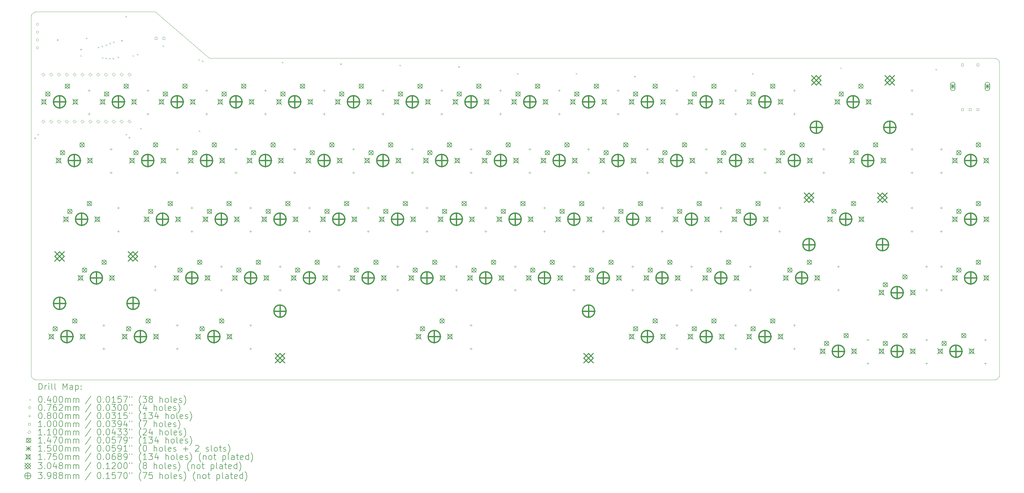
<source format=gbr>
%TF.GenerationSoftware,KiCad,Pcbnew,(6.0.8)*%
%TF.CreationDate,2023-03-19T20:00:37-07:00*%
%TF.ProjectId,Dissatisfaction65,44697373-6174-4697-9366-616374696f6e,rev?*%
%TF.SameCoordinates,Original*%
%TF.FileFunction,Drillmap*%
%TF.FilePolarity,Positive*%
%FSLAX45Y45*%
G04 Gerber Fmt 4.5, Leading zero omitted, Abs format (unit mm)*
G04 Created by KiCad (PCBNEW (6.0.8)) date 2023-03-19 20:00:37*
%MOMM*%
%LPD*%
G01*
G04 APERTURE LIST*
%ADD10C,0.100000*%
%ADD11C,0.200000*%
%ADD12C,0.040000*%
%ADD13C,0.076200*%
%ADD14C,0.080000*%
%ADD15C,0.110000*%
%ADD16C,0.147000*%
%ADD17C,0.150000*%
%ADD18C,0.175000*%
%ADD19C,0.304800*%
%ADD20C,0.398780*%
G04 APERTURE END LIST*
D10*
X1614233Y-13113323D02*
X1614233Y-13372429D01*
X33004256Y-13372481D02*
X33004520Y-3741596D01*
X1614233Y-13372429D02*
X1615132Y-13390348D01*
X1617773Y-13407738D01*
X1622068Y-13424515D01*
X1627930Y-13440590D01*
X1635274Y-13455878D01*
X1644011Y-13470291D01*
X1654055Y-13483743D01*
X1665320Y-13496146D01*
X1677718Y-13507416D01*
X1691162Y-13517464D01*
X1705567Y-13526204D01*
X1720845Y-13533549D01*
X1736909Y-13539413D01*
X1753672Y-13543709D01*
X1771049Y-13546350D01*
X1788951Y-13547250D01*
X1614233Y-1778615D02*
X1614233Y-13113323D01*
X32829485Y-3109696D02*
X32710473Y-3109799D01*
X1789002Y-1603845D02*
X1771084Y-1604744D01*
X1753694Y-1607383D01*
X1736920Y-1611677D01*
X1720848Y-1617537D01*
X1705564Y-1624878D01*
X1691155Y-1633614D01*
X1677708Y-1643657D01*
X1665309Y-1654922D01*
X1654045Y-1667321D01*
X1644002Y-1680768D01*
X1635266Y-1695176D01*
X1627925Y-1710460D01*
X1622064Y-1726532D01*
X1617771Y-1743306D01*
X1615132Y-1760696D01*
X1614233Y-1778615D01*
X33004256Y-3284466D02*
X33003357Y-3266547D01*
X33000717Y-3249157D01*
X32996424Y-3232383D01*
X32990563Y-3216311D01*
X32983222Y-3201027D01*
X32974486Y-3186618D01*
X32964443Y-3173171D01*
X32953179Y-3160772D01*
X32940780Y-3149508D01*
X32927332Y-3139465D01*
X32912924Y-3130729D01*
X32897640Y-3123388D01*
X32881568Y-3117528D01*
X32864793Y-3113234D01*
X32847404Y-3110595D01*
X32829485Y-3109696D01*
X2052035Y-1603845D02*
X1789002Y-1603845D01*
X32710473Y-3109799D02*
X7401941Y-3109799D01*
X1788951Y-13547250D02*
X32499272Y-13547303D01*
X33004520Y-3741596D02*
X33004256Y-3284466D01*
X3042259Y-1604775D02*
X2052035Y-1603845D01*
X7385508Y-3103702D02*
X5639000Y-1604000D01*
X7401941Y-3109799D02*
X7391633Y-3107591D01*
X7385508Y-3103702D01*
X32499272Y-13547303D02*
X32829485Y-13547250D01*
X5639000Y-1604000D02*
X4495452Y-1604000D01*
X4495452Y-1604000D02*
X3042259Y-1604775D01*
X32829485Y-13547250D02*
X32847404Y-13546351D01*
X32864793Y-13543712D01*
X32881568Y-13539418D01*
X32897640Y-13533558D01*
X32912924Y-13526216D01*
X32927332Y-13517481D01*
X32940780Y-13507438D01*
X32953179Y-13496173D01*
X32964443Y-13483774D01*
X32974486Y-13470327D01*
X32983222Y-13455918D01*
X32990563Y-13440635D01*
X32996424Y-13424562D01*
X33000717Y-13407788D01*
X33003357Y-13390399D01*
X33004256Y-13372481D01*
D11*
D12*
X1724000Y-5685000D02*
X1764000Y-5725000D01*
X1764000Y-5685000D02*
X1724000Y-5725000D01*
X1818000Y-5564000D02*
X1858000Y-5604000D01*
X1858000Y-5564000D02*
X1818000Y-5604000D01*
X2456500Y-2494600D02*
X2496500Y-2534600D01*
X2496500Y-2494600D02*
X2456500Y-2534600D01*
X3213000Y-2807000D02*
X3253000Y-2847000D01*
X3253000Y-2807000D02*
X3213000Y-2847000D01*
X3213000Y-3012000D02*
X3253000Y-3052000D01*
X3253000Y-3012000D02*
X3213000Y-3052000D01*
X3396000Y-2441000D02*
X3436000Y-2481000D01*
X3436000Y-2441000D02*
X3396000Y-2481000D01*
X3777300Y-2735900D02*
X3817300Y-2775900D01*
X3817300Y-2735900D02*
X3777300Y-2775900D01*
X3904300Y-2703200D02*
X3944300Y-2743200D01*
X3944300Y-2703200D02*
X3904300Y-2743200D01*
X3917000Y-3078800D02*
X3957000Y-3118800D01*
X3957000Y-3078800D02*
X3917000Y-3118800D01*
X4031300Y-2657799D02*
X4071300Y-2697799D01*
X4071300Y-2657799D02*
X4031300Y-2697799D01*
X4031907Y-3090893D02*
X4071907Y-3130893D01*
X4071907Y-3090893D02*
X4031907Y-3130893D01*
X4146813Y-3102987D02*
X4186813Y-3142987D01*
X4186813Y-3102987D02*
X4146813Y-3142987D01*
X4158300Y-2612398D02*
X4198300Y-2652398D01*
X4198300Y-2612398D02*
X4158300Y-2652398D01*
X4259900Y-3103896D02*
X4299900Y-3143896D01*
X4299900Y-3103896D02*
X4259900Y-3143896D01*
X4276900Y-2566997D02*
X4316900Y-2606997D01*
X4316900Y-2566997D02*
X4276900Y-2606997D01*
X4422300Y-3058495D02*
X4462300Y-3098495D01*
X4462300Y-3058495D02*
X4422300Y-3098495D01*
X4539300Y-2521596D02*
X4579300Y-2561596D01*
X4579300Y-2521596D02*
X4539300Y-2561596D01*
X4674177Y-1739263D02*
X4714177Y-1779263D01*
X4714177Y-1739263D02*
X4674177Y-1779263D01*
X4681000Y-5564000D02*
X4721000Y-5604000D01*
X4721000Y-5564000D02*
X4681000Y-5604000D01*
X4780000Y-5667000D02*
X4820000Y-5707000D01*
X4820000Y-5667000D02*
X4780000Y-5707000D01*
X4907600Y-3013094D02*
X4947600Y-3053094D01*
X4947600Y-3013094D02*
X4907600Y-3053094D01*
X5047300Y-2964500D02*
X5087300Y-3004500D01*
X5087300Y-2964500D02*
X5047300Y-3004500D01*
X5157000Y-5370000D02*
X5197000Y-5410000D01*
X5197000Y-5370000D02*
X5157000Y-5410000D01*
X5885500Y-2695287D02*
X5925500Y-2735287D01*
X5925500Y-2695287D02*
X5885500Y-2735287D01*
X7041200Y-3139787D02*
X7081200Y-3179787D01*
X7081200Y-3139787D02*
X7041200Y-3179787D01*
X7053900Y-5453700D02*
X7093900Y-5493700D01*
X7093900Y-5453700D02*
X7053900Y-5493700D01*
X7155500Y-3185188D02*
X7195500Y-3225188D01*
X7195500Y-3185188D02*
X7155500Y-3225188D01*
X9746300Y-3230589D02*
X9786300Y-3270589D01*
X9786300Y-3230589D02*
X9746300Y-3270589D01*
X11638600Y-3275990D02*
X11678600Y-3315990D01*
X11678600Y-3275990D02*
X11638600Y-3315990D01*
X13556300Y-3321391D02*
X13596300Y-3361391D01*
X13596300Y-3321391D02*
X13556300Y-3361391D01*
X15461300Y-3366792D02*
X15501300Y-3406792D01*
X15501300Y-3366792D02*
X15461300Y-3406792D01*
X17366300Y-3593797D02*
X17406300Y-3633797D01*
X17406300Y-3593797D02*
X17366300Y-3633797D01*
X19271300Y-3593797D02*
X19311300Y-3633797D01*
X19311300Y-3593797D02*
X19271300Y-3633797D01*
X21163600Y-3684599D02*
X21203600Y-3724599D01*
X21203600Y-3684599D02*
X21163600Y-3724599D01*
X23081300Y-3684599D02*
X23121300Y-3724599D01*
X23121300Y-3684599D02*
X23081300Y-3724599D01*
X24986300Y-3593797D02*
X25026300Y-3633797D01*
X25026300Y-3593797D02*
X24986300Y-3633797D01*
X27843800Y-3410598D02*
X27883800Y-3450598D01*
X27883800Y-3410598D02*
X27843800Y-3450598D01*
X30929900Y-3455999D02*
X30969900Y-3495999D01*
X30969900Y-3455999D02*
X30929900Y-3495999D01*
D13*
X1863100Y-2009000D02*
G75*
G03*
X1863100Y-2009000I-38100J0D01*
G01*
X1863100Y-2263000D02*
G75*
G03*
X1863100Y-2263000I-38100J0D01*
G01*
X1863100Y-2517000D02*
G75*
G03*
X1863100Y-2517000I-38100J0D01*
G01*
X1863100Y-2771000D02*
G75*
G03*
X1863100Y-2771000I-38100J0D01*
G01*
D14*
X3492500Y-4119250D02*
X3492500Y-4199250D01*
X3452500Y-4159250D02*
X3532500Y-4159250D01*
X3492500Y-4881250D02*
X3492500Y-4961250D01*
X3452500Y-4921250D02*
X3532500Y-4921250D01*
X3968750Y-11739250D02*
X3968750Y-11819250D01*
X3928750Y-11779250D02*
X4008750Y-11779250D01*
X3968750Y-12501250D02*
X3968750Y-12581250D01*
X3928750Y-12541250D02*
X4008750Y-12541250D01*
X4206875Y-6024250D02*
X4206875Y-6104250D01*
X4166875Y-6064250D02*
X4246875Y-6064250D01*
X4206875Y-6786250D02*
X4206875Y-6866250D01*
X4166875Y-6826250D02*
X4246875Y-6826250D01*
X4445000Y-7929250D02*
X4445000Y-8009250D01*
X4405000Y-7969250D02*
X4485000Y-7969250D01*
X4445000Y-8691250D02*
X4445000Y-8771250D01*
X4405000Y-8731250D02*
X4485000Y-8731250D01*
X5397500Y-4119250D02*
X5397500Y-4199250D01*
X5357500Y-4159250D02*
X5437500Y-4159250D01*
X5397500Y-4881250D02*
X5397500Y-4961250D01*
X5357500Y-4921250D02*
X5437500Y-4921250D01*
X5635625Y-9834250D02*
X5635625Y-9914250D01*
X5595625Y-9874250D02*
X5675625Y-9874250D01*
X5635625Y-10596250D02*
X5635625Y-10676250D01*
X5595625Y-10636250D02*
X5675625Y-10636250D01*
X6350000Y-6024250D02*
X6350000Y-6104250D01*
X6310000Y-6064250D02*
X6390000Y-6064250D01*
X6350000Y-6786250D02*
X6350000Y-6866250D01*
X6310000Y-6826250D02*
X6390000Y-6826250D01*
X6350000Y-11739250D02*
X6350000Y-11819250D01*
X6310000Y-11779250D02*
X6390000Y-11779250D01*
X6350000Y-12501250D02*
X6350000Y-12581250D01*
X6310000Y-12541250D02*
X6390000Y-12541250D01*
X6826250Y-7929250D02*
X6826250Y-8009250D01*
X6786250Y-7969250D02*
X6866250Y-7969250D01*
X6826250Y-8691250D02*
X6826250Y-8771250D01*
X6786250Y-8731250D02*
X6866250Y-8731250D01*
X7302500Y-4119250D02*
X7302500Y-4199250D01*
X7262500Y-4159250D02*
X7342500Y-4159250D01*
X7302500Y-4881250D02*
X7302500Y-4961250D01*
X7262500Y-4921250D02*
X7342500Y-4921250D01*
X7778750Y-9834250D02*
X7778750Y-9914250D01*
X7738750Y-9874250D02*
X7818750Y-9874250D01*
X7778750Y-10596250D02*
X7778750Y-10676250D01*
X7738750Y-10636250D02*
X7818750Y-10636250D01*
X8255000Y-6024250D02*
X8255000Y-6104250D01*
X8215000Y-6064250D02*
X8295000Y-6064250D01*
X8255000Y-6786250D02*
X8255000Y-6866250D01*
X8215000Y-6826250D02*
X8295000Y-6826250D01*
X8731250Y-7929250D02*
X8731250Y-8009250D01*
X8691250Y-7969250D02*
X8771250Y-7969250D01*
X8731250Y-8691250D02*
X8731250Y-8771250D01*
X8691250Y-8731250D02*
X8771250Y-8731250D01*
X8731250Y-11739250D02*
X8731250Y-11819250D01*
X8691250Y-11779250D02*
X8771250Y-11779250D01*
X8731250Y-12501250D02*
X8731250Y-12581250D01*
X8691250Y-12541250D02*
X8771250Y-12541250D01*
X9207500Y-4119250D02*
X9207500Y-4199250D01*
X9167500Y-4159250D02*
X9247500Y-4159250D01*
X9207500Y-4881250D02*
X9207500Y-4961250D01*
X9167500Y-4921250D02*
X9247500Y-4921250D01*
X9683750Y-9834250D02*
X9683750Y-9914250D01*
X9643750Y-9874250D02*
X9723750Y-9874250D01*
X9683750Y-10596250D02*
X9683750Y-10676250D01*
X9643750Y-10636250D02*
X9723750Y-10636250D01*
X10160000Y-6024250D02*
X10160000Y-6104250D01*
X10120000Y-6064250D02*
X10200000Y-6064250D01*
X10160000Y-6786250D02*
X10160000Y-6866250D01*
X10120000Y-6826250D02*
X10200000Y-6826250D01*
X10636250Y-7929250D02*
X10636250Y-8009250D01*
X10596250Y-7969250D02*
X10676250Y-7969250D01*
X10636250Y-8691250D02*
X10636250Y-8771250D01*
X10596250Y-8731250D02*
X10676250Y-8731250D01*
X11112500Y-4119250D02*
X11112500Y-4199250D01*
X11072500Y-4159250D02*
X11152500Y-4159250D01*
X11112500Y-4881250D02*
X11112500Y-4961250D01*
X11072500Y-4921250D02*
X11152500Y-4921250D01*
X11588750Y-9834250D02*
X11588750Y-9914250D01*
X11548750Y-9874250D02*
X11628750Y-9874250D01*
X11588750Y-10596250D02*
X11588750Y-10676250D01*
X11548750Y-10636250D02*
X11628750Y-10636250D01*
X12065000Y-6024250D02*
X12065000Y-6104250D01*
X12025000Y-6064250D02*
X12105000Y-6064250D01*
X12065000Y-6786250D02*
X12065000Y-6866250D01*
X12025000Y-6826250D02*
X12105000Y-6826250D01*
X12541250Y-7929250D02*
X12541250Y-8009250D01*
X12501250Y-7969250D02*
X12581250Y-7969250D01*
X12541250Y-8691250D02*
X12541250Y-8771250D01*
X12501250Y-8731250D02*
X12581250Y-8731250D01*
X13017500Y-4119250D02*
X13017500Y-4199250D01*
X12977500Y-4159250D02*
X13057500Y-4159250D01*
X13017500Y-4881250D02*
X13017500Y-4961250D01*
X12977500Y-4921250D02*
X13057500Y-4921250D01*
X13493750Y-9834250D02*
X13493750Y-9914250D01*
X13453750Y-9874250D02*
X13533750Y-9874250D01*
X13493750Y-10596250D02*
X13493750Y-10676250D01*
X13453750Y-10636250D02*
X13533750Y-10636250D01*
X13970000Y-6024250D02*
X13970000Y-6104250D01*
X13930000Y-6064250D02*
X14010000Y-6064250D01*
X13970000Y-6786250D02*
X13970000Y-6866250D01*
X13930000Y-6826250D02*
X14010000Y-6826250D01*
X14446250Y-7929250D02*
X14446250Y-8009250D01*
X14406250Y-7969250D02*
X14486250Y-7969250D01*
X14446250Y-8691250D02*
X14446250Y-8771250D01*
X14406250Y-8731250D02*
X14486250Y-8731250D01*
X14922500Y-4119250D02*
X14922500Y-4199250D01*
X14882500Y-4159250D02*
X14962500Y-4159250D01*
X14922500Y-4881250D02*
X14922500Y-4961250D01*
X14882500Y-4921250D02*
X14962500Y-4921250D01*
X15398750Y-9834250D02*
X15398750Y-9914250D01*
X15358750Y-9874250D02*
X15438750Y-9874250D01*
X15398750Y-10596250D02*
X15398750Y-10676250D01*
X15358750Y-10636250D02*
X15438750Y-10636250D01*
X15875000Y-6024250D02*
X15875000Y-6104250D01*
X15835000Y-6064250D02*
X15915000Y-6064250D01*
X15875000Y-6786250D02*
X15875000Y-6866250D01*
X15835000Y-6826250D02*
X15915000Y-6826250D01*
X15875000Y-11739250D02*
X15875000Y-11819250D01*
X15835000Y-11779250D02*
X15915000Y-11779250D01*
X15875000Y-12501250D02*
X15875000Y-12581250D01*
X15835000Y-12541250D02*
X15915000Y-12541250D01*
X16351250Y-7929250D02*
X16351250Y-8009250D01*
X16311250Y-7969250D02*
X16391250Y-7969250D01*
X16351250Y-8691250D02*
X16351250Y-8771250D01*
X16311250Y-8731250D02*
X16391250Y-8731250D01*
X16827500Y-4119250D02*
X16827500Y-4199250D01*
X16787500Y-4159250D02*
X16867500Y-4159250D01*
X16827500Y-4881250D02*
X16827500Y-4961250D01*
X16787500Y-4921250D02*
X16867500Y-4921250D01*
X17303750Y-9834250D02*
X17303750Y-9914250D01*
X17263750Y-9874250D02*
X17343750Y-9874250D01*
X17303750Y-10596250D02*
X17303750Y-10676250D01*
X17263750Y-10636250D02*
X17343750Y-10636250D01*
X17780000Y-6024250D02*
X17780000Y-6104250D01*
X17740000Y-6064250D02*
X17820000Y-6064250D01*
X17780000Y-6786250D02*
X17780000Y-6866250D01*
X17740000Y-6826250D02*
X17820000Y-6826250D01*
X18256250Y-7929250D02*
X18256250Y-8009250D01*
X18216250Y-7969250D02*
X18296250Y-7969250D01*
X18256250Y-8691250D02*
X18256250Y-8771250D01*
X18216250Y-8731250D02*
X18296250Y-8731250D01*
X18732500Y-4119250D02*
X18732500Y-4199250D01*
X18692500Y-4159250D02*
X18772500Y-4159250D01*
X18732500Y-4881250D02*
X18732500Y-4961250D01*
X18692500Y-4921250D02*
X18772500Y-4921250D01*
X19208750Y-9834250D02*
X19208750Y-9914250D01*
X19168750Y-9874250D02*
X19248750Y-9874250D01*
X19208750Y-10596250D02*
X19208750Y-10676250D01*
X19168750Y-10636250D02*
X19248750Y-10636250D01*
X19685000Y-6024250D02*
X19685000Y-6104250D01*
X19645000Y-6064250D02*
X19725000Y-6064250D01*
X19685000Y-6786250D02*
X19685000Y-6866250D01*
X19645000Y-6826250D02*
X19725000Y-6826250D01*
X20161250Y-7929250D02*
X20161250Y-8009250D01*
X20121250Y-7969250D02*
X20201250Y-7969250D01*
X20161250Y-8691250D02*
X20161250Y-8771250D01*
X20121250Y-8731250D02*
X20201250Y-8731250D01*
X20637500Y-4119250D02*
X20637500Y-4199250D01*
X20597500Y-4159250D02*
X20677500Y-4159250D01*
X20637500Y-4881250D02*
X20637500Y-4961250D01*
X20597500Y-4921250D02*
X20677500Y-4921250D01*
X21113750Y-9834250D02*
X21113750Y-9914250D01*
X21073750Y-9874250D02*
X21153750Y-9874250D01*
X21113750Y-10596250D02*
X21113750Y-10676250D01*
X21073750Y-10636250D02*
X21153750Y-10636250D01*
X21590000Y-6024250D02*
X21590000Y-6104250D01*
X21550000Y-6064250D02*
X21630000Y-6064250D01*
X21590000Y-6786250D02*
X21590000Y-6866250D01*
X21550000Y-6826250D02*
X21630000Y-6826250D01*
X22066250Y-7929250D02*
X22066250Y-8009250D01*
X22026250Y-7969250D02*
X22106250Y-7969250D01*
X22066250Y-8691250D02*
X22066250Y-8771250D01*
X22026250Y-8731250D02*
X22106250Y-8731250D01*
X22542500Y-4119250D02*
X22542500Y-4199250D01*
X22502500Y-4159250D02*
X22582500Y-4159250D01*
X22542500Y-4881250D02*
X22542500Y-4961250D01*
X22502500Y-4921250D02*
X22582500Y-4921250D01*
X22542500Y-11739250D02*
X22542500Y-11819250D01*
X22502500Y-11779250D02*
X22582500Y-11779250D01*
X22542500Y-12501250D02*
X22542500Y-12581250D01*
X22502500Y-12541250D02*
X22582500Y-12541250D01*
X23018750Y-9834250D02*
X23018750Y-9914250D01*
X22978750Y-9874250D02*
X23058750Y-9874250D01*
X23018750Y-10596250D02*
X23018750Y-10676250D01*
X22978750Y-10636250D02*
X23058750Y-10636250D01*
X23495000Y-6024250D02*
X23495000Y-6104250D01*
X23455000Y-6064250D02*
X23535000Y-6064250D01*
X23495000Y-6786250D02*
X23495000Y-6866250D01*
X23455000Y-6826250D02*
X23535000Y-6826250D01*
X23971250Y-7929250D02*
X23971250Y-8009250D01*
X23931250Y-7969250D02*
X24011250Y-7969250D01*
X23971250Y-8691250D02*
X23971250Y-8771250D01*
X23931250Y-8731250D02*
X24011250Y-8731250D01*
X24447500Y-4119250D02*
X24447500Y-4199250D01*
X24407500Y-4159250D02*
X24487500Y-4159250D01*
X24447500Y-4881250D02*
X24447500Y-4961250D01*
X24407500Y-4921250D02*
X24487500Y-4921250D01*
X24447500Y-11739250D02*
X24447500Y-11819250D01*
X24407500Y-11779250D02*
X24487500Y-11779250D01*
X24447500Y-12501250D02*
X24447500Y-12581250D01*
X24407500Y-12541250D02*
X24487500Y-12541250D01*
X24923750Y-9834250D02*
X24923750Y-9914250D01*
X24883750Y-9874250D02*
X24963750Y-9874250D01*
X24923750Y-10596250D02*
X24923750Y-10676250D01*
X24883750Y-10636250D02*
X24963750Y-10636250D01*
X25400000Y-6024250D02*
X25400000Y-6104250D01*
X25360000Y-6064250D02*
X25440000Y-6064250D01*
X25400000Y-6786250D02*
X25400000Y-6866250D01*
X25360000Y-6826250D02*
X25440000Y-6826250D01*
X25876250Y-7929250D02*
X25876250Y-8009250D01*
X25836250Y-7969250D02*
X25916250Y-7969250D01*
X25876250Y-8691250D02*
X25876250Y-8771250D01*
X25836250Y-8731250D02*
X25916250Y-8731250D01*
X26352500Y-4119250D02*
X26352500Y-4199250D01*
X26312500Y-4159250D02*
X26392500Y-4159250D01*
X26352500Y-4881250D02*
X26352500Y-4961250D01*
X26312500Y-4921250D02*
X26392500Y-4921250D01*
X26352500Y-11739250D02*
X26352500Y-11819250D01*
X26312500Y-11779250D02*
X26392500Y-11779250D01*
X26352500Y-12501250D02*
X26352500Y-12581250D01*
X26312500Y-12541250D02*
X26392500Y-12541250D01*
X27305000Y-6024250D02*
X27305000Y-6104250D01*
X27265000Y-6064250D02*
X27345000Y-6064250D01*
X27305000Y-6786250D02*
X27305000Y-6866250D01*
X27265000Y-6826250D02*
X27345000Y-6826250D01*
X27781250Y-9834250D02*
X27781250Y-9914250D01*
X27741250Y-9874250D02*
X27821250Y-9874250D01*
X27781250Y-10596250D02*
X27781250Y-10676250D01*
X27741250Y-10636250D02*
X27821250Y-10636250D01*
X28733750Y-12215500D02*
X28733750Y-12295500D01*
X28693750Y-12255500D02*
X28773750Y-12255500D01*
X28733750Y-12977500D02*
X28733750Y-13057500D01*
X28693750Y-13017500D02*
X28773750Y-13017500D01*
X30162500Y-4119250D02*
X30162500Y-4199250D01*
X30122500Y-4159250D02*
X30202500Y-4159250D01*
X30162500Y-4881250D02*
X30162500Y-4961250D01*
X30122500Y-4921250D02*
X30202500Y-4921250D01*
X30162500Y-6024250D02*
X30162500Y-6104250D01*
X30122500Y-6064250D02*
X30202500Y-6064250D01*
X30162500Y-6786250D02*
X30162500Y-6866250D01*
X30122500Y-6826250D02*
X30202500Y-6826250D01*
X30162500Y-7929250D02*
X30162500Y-8009250D01*
X30122500Y-7969250D02*
X30202500Y-7969250D01*
X30162500Y-8691250D02*
X30162500Y-8771250D01*
X30122500Y-8731250D02*
X30202500Y-8731250D01*
X30638750Y-9834250D02*
X30638750Y-9914250D01*
X30598750Y-9874250D02*
X30678750Y-9874250D01*
X30638750Y-10596250D02*
X30638750Y-10676250D01*
X30598750Y-10636250D02*
X30678750Y-10636250D01*
X30638750Y-12215500D02*
X30638750Y-12295500D01*
X30598750Y-12255500D02*
X30678750Y-12255500D01*
X30638750Y-12977500D02*
X30638750Y-13057500D01*
X30598750Y-13017500D02*
X30678750Y-13017500D01*
X31115000Y-6024250D02*
X31115000Y-6104250D01*
X31075000Y-6064250D02*
X31155000Y-6064250D01*
X31115000Y-6786250D02*
X31115000Y-6866250D01*
X31075000Y-6826250D02*
X31155000Y-6826250D01*
X31115000Y-7929250D02*
X31115000Y-8009250D01*
X31075000Y-7969250D02*
X31155000Y-7969250D01*
X31115000Y-8691250D02*
X31115000Y-8771250D01*
X31075000Y-8731250D02*
X31155000Y-8731250D01*
X31115000Y-9834250D02*
X31115000Y-9914250D01*
X31075000Y-9874250D02*
X31155000Y-9874250D01*
X31115000Y-10596250D02*
X31115000Y-10676250D01*
X31075000Y-10636250D02*
X31155000Y-10636250D01*
X32543750Y-12215500D02*
X32543750Y-12295500D01*
X32503750Y-12255500D02*
X32583750Y-12255500D01*
X32543750Y-12977500D02*
X32543750Y-13057500D01*
X32503750Y-13017500D02*
X32583750Y-13017500D01*
D10*
X5701356Y-2495356D02*
X5701356Y-2424644D01*
X5630644Y-2424644D01*
X5630644Y-2495356D01*
X5701356Y-2495356D01*
X5955356Y-2495356D02*
X5955356Y-2424644D01*
X5884644Y-2424644D01*
X5884644Y-2495356D01*
X5955356Y-2495356D01*
X31836156Y-3360556D02*
X31836156Y-3289844D01*
X31765444Y-3289844D01*
X31765444Y-3360556D01*
X31836156Y-3360556D01*
X31836156Y-4810556D02*
X31836156Y-4739844D01*
X31765444Y-4739844D01*
X31765444Y-4810556D01*
X31836156Y-4810556D01*
X32086156Y-4810556D02*
X32086156Y-4739844D01*
X32015444Y-4739844D01*
X32015444Y-4810556D01*
X32086156Y-4810556D01*
X32336156Y-3360556D02*
X32336156Y-3289844D01*
X32265444Y-3289844D01*
X32265444Y-3360556D01*
X32336156Y-3360556D01*
X32336156Y-4810556D02*
X32336156Y-4739844D01*
X32265444Y-4739844D01*
X32265444Y-4810556D01*
X32336156Y-4810556D01*
D15*
X2006000Y-3696000D02*
X2061000Y-3641000D01*
X2006000Y-3586000D01*
X1951000Y-3641000D01*
X2006000Y-3696000D01*
X2006000Y-5220000D02*
X2061000Y-5165000D01*
X2006000Y-5110000D01*
X1951000Y-5165000D01*
X2006000Y-5220000D01*
X2260000Y-3696000D02*
X2315000Y-3641000D01*
X2260000Y-3586000D01*
X2205000Y-3641000D01*
X2260000Y-3696000D01*
X2260000Y-5220000D02*
X2315000Y-5165000D01*
X2260000Y-5110000D01*
X2205000Y-5165000D01*
X2260000Y-5220000D01*
X2514000Y-3696000D02*
X2569000Y-3641000D01*
X2514000Y-3586000D01*
X2459000Y-3641000D01*
X2514000Y-3696000D01*
X2514000Y-5220000D02*
X2569000Y-5165000D01*
X2514000Y-5110000D01*
X2459000Y-5165000D01*
X2514000Y-5220000D01*
X2768000Y-3696000D02*
X2823000Y-3641000D01*
X2768000Y-3586000D01*
X2713000Y-3641000D01*
X2768000Y-3696000D01*
X2768000Y-5220000D02*
X2823000Y-5165000D01*
X2768000Y-5110000D01*
X2713000Y-5165000D01*
X2768000Y-5220000D01*
X3022000Y-3696000D02*
X3077000Y-3641000D01*
X3022000Y-3586000D01*
X2967000Y-3641000D01*
X3022000Y-3696000D01*
X3022000Y-5220000D02*
X3077000Y-5165000D01*
X3022000Y-5110000D01*
X2967000Y-5165000D01*
X3022000Y-5220000D01*
X3276000Y-3696000D02*
X3331000Y-3641000D01*
X3276000Y-3586000D01*
X3221000Y-3641000D01*
X3276000Y-3696000D01*
X3276000Y-5220000D02*
X3331000Y-5165000D01*
X3276000Y-5110000D01*
X3221000Y-5165000D01*
X3276000Y-5220000D01*
X3530000Y-3696000D02*
X3585000Y-3641000D01*
X3530000Y-3586000D01*
X3475000Y-3641000D01*
X3530000Y-3696000D01*
X3530000Y-5220000D02*
X3585000Y-5165000D01*
X3530000Y-5110000D01*
X3475000Y-5165000D01*
X3530000Y-5220000D01*
X3784000Y-3696000D02*
X3839000Y-3641000D01*
X3784000Y-3586000D01*
X3729000Y-3641000D01*
X3784000Y-3696000D01*
X3784000Y-5220000D02*
X3839000Y-5165000D01*
X3784000Y-5110000D01*
X3729000Y-5165000D01*
X3784000Y-5220000D01*
X4038000Y-3696000D02*
X4093000Y-3641000D01*
X4038000Y-3586000D01*
X3983000Y-3641000D01*
X4038000Y-3696000D01*
X4038000Y-5220000D02*
X4093000Y-5165000D01*
X4038000Y-5110000D01*
X3983000Y-5165000D01*
X4038000Y-5220000D01*
X4292000Y-3696000D02*
X4347000Y-3641000D01*
X4292000Y-3586000D01*
X4237000Y-3641000D01*
X4292000Y-3696000D01*
X4292000Y-5220000D02*
X4347000Y-5165000D01*
X4292000Y-5110000D01*
X4237000Y-5165000D01*
X4292000Y-5220000D01*
X4546000Y-3696000D02*
X4601000Y-3641000D01*
X4546000Y-3586000D01*
X4491000Y-3641000D01*
X4546000Y-3696000D01*
X4546000Y-5220000D02*
X4601000Y-5165000D01*
X4546000Y-5110000D01*
X4491000Y-5165000D01*
X4546000Y-5220000D01*
X4800000Y-3696000D02*
X4855000Y-3641000D01*
X4800000Y-3586000D01*
X4745000Y-3641000D01*
X4800000Y-3696000D01*
X4800000Y-5220000D02*
X4855000Y-5165000D01*
X4800000Y-5110000D01*
X4745000Y-5165000D01*
X4800000Y-5220000D01*
D16*
X2085500Y-4196875D02*
X2232500Y-4343875D01*
X2232500Y-4196875D02*
X2085500Y-4343875D01*
X2232500Y-4270375D02*
G75*
G03*
X2232500Y-4270375I-73500J0D01*
G01*
X2323625Y-11816875D02*
X2470625Y-11963875D01*
X2470625Y-11816875D02*
X2323625Y-11963875D01*
X2470625Y-11890375D02*
G75*
G03*
X2470625Y-11890375I-73500J0D01*
G01*
X2561750Y-6101875D02*
X2708750Y-6248875D01*
X2708750Y-6101875D02*
X2561750Y-6248875D01*
X2708750Y-6175375D02*
G75*
G03*
X2708750Y-6175375I-73500J0D01*
G01*
X2720500Y-3942875D02*
X2867500Y-4089875D01*
X2867500Y-3942875D02*
X2720500Y-4089875D01*
X2867500Y-4016375D02*
G75*
G03*
X2867500Y-4016375I-73500J0D01*
G01*
X2799875Y-8006875D02*
X2946875Y-8153875D01*
X2946875Y-8006875D02*
X2799875Y-8153875D01*
X2946875Y-8080375D02*
G75*
G03*
X2946875Y-8080375I-73500J0D01*
G01*
X2958625Y-11562875D02*
X3105625Y-11709875D01*
X3105625Y-11562875D02*
X2958625Y-11709875D01*
X3105625Y-11636375D02*
G75*
G03*
X3105625Y-11636375I-73500J0D01*
G01*
X3196750Y-5847875D02*
X3343750Y-5994875D01*
X3343750Y-5847875D02*
X3196750Y-5994875D01*
X3343750Y-5921375D02*
G75*
G03*
X3343750Y-5921375I-73500J0D01*
G01*
X3276125Y-9911875D02*
X3423125Y-10058875D01*
X3423125Y-9911875D02*
X3276125Y-10058875D01*
X3423125Y-9985375D02*
G75*
G03*
X3423125Y-9985375I-73500J0D01*
G01*
X3434875Y-7752875D02*
X3581875Y-7899875D01*
X3581875Y-7752875D02*
X3434875Y-7899875D01*
X3581875Y-7826375D02*
G75*
G03*
X3581875Y-7826375I-73500J0D01*
G01*
X3911125Y-9657875D02*
X4058125Y-9804875D01*
X4058125Y-9657875D02*
X3911125Y-9804875D01*
X4058125Y-9731375D02*
G75*
G03*
X4058125Y-9731375I-73500J0D01*
G01*
X3990500Y-4196875D02*
X4137500Y-4343875D01*
X4137500Y-4196875D02*
X3990500Y-4343875D01*
X4137500Y-4270375D02*
G75*
G03*
X4137500Y-4270375I-73500J0D01*
G01*
X4625500Y-3942875D02*
X4772500Y-4089875D01*
X4772500Y-3942875D02*
X4625500Y-4089875D01*
X4772500Y-4016375D02*
G75*
G03*
X4772500Y-4016375I-73500J0D01*
G01*
X4704875Y-11816875D02*
X4851875Y-11963875D01*
X4851875Y-11816875D02*
X4704875Y-11963875D01*
X4851875Y-11890375D02*
G75*
G03*
X4851875Y-11890375I-73500J0D01*
G01*
X4943000Y-6101875D02*
X5090000Y-6248875D01*
X5090000Y-6101875D02*
X4943000Y-6248875D01*
X5090000Y-6175375D02*
G75*
G03*
X5090000Y-6175375I-73500J0D01*
G01*
X5339875Y-11562875D02*
X5486875Y-11709875D01*
X5486875Y-11562875D02*
X5339875Y-11709875D01*
X5486875Y-11636375D02*
G75*
G03*
X5486875Y-11636375I-73500J0D01*
G01*
X5419250Y-8006875D02*
X5566250Y-8153875D01*
X5566250Y-8006875D02*
X5419250Y-8153875D01*
X5566250Y-8080375D02*
G75*
G03*
X5566250Y-8080375I-73500J0D01*
G01*
X5578000Y-5847875D02*
X5725000Y-5994875D01*
X5725000Y-5847875D02*
X5578000Y-5994875D01*
X5725000Y-5921375D02*
G75*
G03*
X5725000Y-5921375I-73500J0D01*
G01*
X5895500Y-4196875D02*
X6042500Y-4343875D01*
X6042500Y-4196875D02*
X5895500Y-4343875D01*
X6042500Y-4270375D02*
G75*
G03*
X6042500Y-4270375I-73500J0D01*
G01*
X6054250Y-7752875D02*
X6201250Y-7899875D01*
X6201250Y-7752875D02*
X6054250Y-7899875D01*
X6201250Y-7826375D02*
G75*
G03*
X6201250Y-7826375I-73500J0D01*
G01*
X6371750Y-9911875D02*
X6518750Y-10058875D01*
X6518750Y-9911875D02*
X6371750Y-10058875D01*
X6518750Y-9985375D02*
G75*
G03*
X6518750Y-9985375I-73500J0D01*
G01*
X6530500Y-3942875D02*
X6677500Y-4089875D01*
X6677500Y-3942875D02*
X6530500Y-4089875D01*
X6677500Y-4016375D02*
G75*
G03*
X6677500Y-4016375I-73500J0D01*
G01*
X6848000Y-6101875D02*
X6995000Y-6248875D01*
X6995000Y-6101875D02*
X6848000Y-6248875D01*
X6995000Y-6175375D02*
G75*
G03*
X6995000Y-6175375I-73500J0D01*
G01*
X7006750Y-9657875D02*
X7153750Y-9804875D01*
X7153750Y-9657875D02*
X7006750Y-9804875D01*
X7153750Y-9731375D02*
G75*
G03*
X7153750Y-9731375I-73500J0D01*
G01*
X7086125Y-11816875D02*
X7233125Y-11963875D01*
X7233125Y-11816875D02*
X7086125Y-11963875D01*
X7233125Y-11890375D02*
G75*
G03*
X7233125Y-11890375I-73500J0D01*
G01*
X7324250Y-8006875D02*
X7471250Y-8153875D01*
X7471250Y-8006875D02*
X7324250Y-8153875D01*
X7471250Y-8080375D02*
G75*
G03*
X7471250Y-8080375I-73500J0D01*
G01*
X7483000Y-5847875D02*
X7630000Y-5994875D01*
X7630000Y-5847875D02*
X7483000Y-5994875D01*
X7630000Y-5921375D02*
G75*
G03*
X7630000Y-5921375I-73500J0D01*
G01*
X7721125Y-11562875D02*
X7868125Y-11709875D01*
X7868125Y-11562875D02*
X7721125Y-11709875D01*
X7868125Y-11636375D02*
G75*
G03*
X7868125Y-11636375I-73500J0D01*
G01*
X7800500Y-4196875D02*
X7947500Y-4343875D01*
X7947500Y-4196875D02*
X7800500Y-4343875D01*
X7947500Y-4270375D02*
G75*
G03*
X7947500Y-4270375I-73500J0D01*
G01*
X7959250Y-7752875D02*
X8106250Y-7899875D01*
X8106250Y-7752875D02*
X7959250Y-7899875D01*
X8106250Y-7826375D02*
G75*
G03*
X8106250Y-7826375I-73500J0D01*
G01*
X8276750Y-9911875D02*
X8423750Y-10058875D01*
X8423750Y-9911875D02*
X8276750Y-10058875D01*
X8423750Y-9985375D02*
G75*
G03*
X8423750Y-9985375I-73500J0D01*
G01*
X8435500Y-3942875D02*
X8582500Y-4089875D01*
X8582500Y-3942875D02*
X8435500Y-4089875D01*
X8582500Y-4016375D02*
G75*
G03*
X8582500Y-4016375I-73500J0D01*
G01*
X8753000Y-6101875D02*
X8900000Y-6248875D01*
X8900000Y-6101875D02*
X8753000Y-6248875D01*
X8900000Y-6175375D02*
G75*
G03*
X8900000Y-6175375I-73500J0D01*
G01*
X8911750Y-9657875D02*
X9058750Y-9804875D01*
X9058750Y-9657875D02*
X8911750Y-9804875D01*
X9058750Y-9731375D02*
G75*
G03*
X9058750Y-9731375I-73500J0D01*
G01*
X9229250Y-8006875D02*
X9376250Y-8153875D01*
X9376250Y-8006875D02*
X9229250Y-8153875D01*
X9376250Y-8080375D02*
G75*
G03*
X9376250Y-8080375I-73500J0D01*
G01*
X9388000Y-5847875D02*
X9535000Y-5994875D01*
X9535000Y-5847875D02*
X9388000Y-5994875D01*
X9535000Y-5921375D02*
G75*
G03*
X9535000Y-5921375I-73500J0D01*
G01*
X9705500Y-4196875D02*
X9852500Y-4343875D01*
X9852500Y-4196875D02*
X9705500Y-4343875D01*
X9852500Y-4270375D02*
G75*
G03*
X9852500Y-4270375I-73500J0D01*
G01*
X9864250Y-7752875D02*
X10011250Y-7899875D01*
X10011250Y-7752875D02*
X9864250Y-7899875D01*
X10011250Y-7826375D02*
G75*
G03*
X10011250Y-7826375I-73500J0D01*
G01*
X10181750Y-9911875D02*
X10328750Y-10058875D01*
X10328750Y-9911875D02*
X10181750Y-10058875D01*
X10328750Y-9985375D02*
G75*
G03*
X10328750Y-9985375I-73500J0D01*
G01*
X10340500Y-3942875D02*
X10487500Y-4089875D01*
X10487500Y-3942875D02*
X10340500Y-4089875D01*
X10487500Y-4016375D02*
G75*
G03*
X10487500Y-4016375I-73500J0D01*
G01*
X10658000Y-6101875D02*
X10805000Y-6248875D01*
X10805000Y-6101875D02*
X10658000Y-6248875D01*
X10805000Y-6175375D02*
G75*
G03*
X10805000Y-6175375I-73500J0D01*
G01*
X10816750Y-9657875D02*
X10963750Y-9804875D01*
X10963750Y-9657875D02*
X10816750Y-9804875D01*
X10963750Y-9731375D02*
G75*
G03*
X10963750Y-9731375I-73500J0D01*
G01*
X11134250Y-8006875D02*
X11281250Y-8153875D01*
X11281250Y-8006875D02*
X11134250Y-8153875D01*
X11281250Y-8080375D02*
G75*
G03*
X11281250Y-8080375I-73500J0D01*
G01*
X11293000Y-5847875D02*
X11440000Y-5994875D01*
X11440000Y-5847875D02*
X11293000Y-5994875D01*
X11440000Y-5921375D02*
G75*
G03*
X11440000Y-5921375I-73500J0D01*
G01*
X11610500Y-4196875D02*
X11757500Y-4343875D01*
X11757500Y-4196875D02*
X11610500Y-4343875D01*
X11757500Y-4270375D02*
G75*
G03*
X11757500Y-4270375I-73500J0D01*
G01*
X11769250Y-7752875D02*
X11916250Y-7899875D01*
X11916250Y-7752875D02*
X11769250Y-7899875D01*
X11916250Y-7826375D02*
G75*
G03*
X11916250Y-7826375I-73500J0D01*
G01*
X12086750Y-9911875D02*
X12233750Y-10058875D01*
X12233750Y-9911875D02*
X12086750Y-10058875D01*
X12233750Y-9985375D02*
G75*
G03*
X12233750Y-9985375I-73500J0D01*
G01*
X12245500Y-3942875D02*
X12392500Y-4089875D01*
X12392500Y-3942875D02*
X12245500Y-4089875D01*
X12392500Y-4016375D02*
G75*
G03*
X12392500Y-4016375I-73500J0D01*
G01*
X12563000Y-6101875D02*
X12710000Y-6248875D01*
X12710000Y-6101875D02*
X12563000Y-6248875D01*
X12710000Y-6175375D02*
G75*
G03*
X12710000Y-6175375I-73500J0D01*
G01*
X12721750Y-9657875D02*
X12868750Y-9804875D01*
X12868750Y-9657875D02*
X12721750Y-9804875D01*
X12868750Y-9731375D02*
G75*
G03*
X12868750Y-9731375I-73500J0D01*
G01*
X13039250Y-8006875D02*
X13186250Y-8153875D01*
X13186250Y-8006875D02*
X13039250Y-8153875D01*
X13186250Y-8080375D02*
G75*
G03*
X13186250Y-8080375I-73500J0D01*
G01*
X13198000Y-5847875D02*
X13345000Y-5994875D01*
X13345000Y-5847875D02*
X13198000Y-5994875D01*
X13345000Y-5921375D02*
G75*
G03*
X13345000Y-5921375I-73500J0D01*
G01*
X13515500Y-4196875D02*
X13662500Y-4343875D01*
X13662500Y-4196875D02*
X13515500Y-4343875D01*
X13662500Y-4270375D02*
G75*
G03*
X13662500Y-4270375I-73500J0D01*
G01*
X13674250Y-7752875D02*
X13821250Y-7899875D01*
X13821250Y-7752875D02*
X13674250Y-7899875D01*
X13821250Y-7826375D02*
G75*
G03*
X13821250Y-7826375I-73500J0D01*
G01*
X13991750Y-9911875D02*
X14138750Y-10058875D01*
X14138750Y-9911875D02*
X13991750Y-10058875D01*
X14138750Y-9985375D02*
G75*
G03*
X14138750Y-9985375I-73500J0D01*
G01*
X14150500Y-3942875D02*
X14297500Y-4089875D01*
X14297500Y-3942875D02*
X14150500Y-4089875D01*
X14297500Y-4016375D02*
G75*
G03*
X14297500Y-4016375I-73500J0D01*
G01*
X14229875Y-11816875D02*
X14376875Y-11963875D01*
X14376875Y-11816875D02*
X14229875Y-11963875D01*
X14376875Y-11890375D02*
G75*
G03*
X14376875Y-11890375I-73500J0D01*
G01*
X14468000Y-6101875D02*
X14615000Y-6248875D01*
X14615000Y-6101875D02*
X14468000Y-6248875D01*
X14615000Y-6175375D02*
G75*
G03*
X14615000Y-6175375I-73500J0D01*
G01*
X14626750Y-9657875D02*
X14773750Y-9804875D01*
X14773750Y-9657875D02*
X14626750Y-9804875D01*
X14773750Y-9731375D02*
G75*
G03*
X14773750Y-9731375I-73500J0D01*
G01*
X14864875Y-11562875D02*
X15011875Y-11709875D01*
X15011875Y-11562875D02*
X14864875Y-11709875D01*
X15011875Y-11636375D02*
G75*
G03*
X15011875Y-11636375I-73500J0D01*
G01*
X14944250Y-8006875D02*
X15091250Y-8153875D01*
X15091250Y-8006875D02*
X14944250Y-8153875D01*
X15091250Y-8080375D02*
G75*
G03*
X15091250Y-8080375I-73500J0D01*
G01*
X15103000Y-5847875D02*
X15250000Y-5994875D01*
X15250000Y-5847875D02*
X15103000Y-5994875D01*
X15250000Y-5921375D02*
G75*
G03*
X15250000Y-5921375I-73500J0D01*
G01*
X15420500Y-4196875D02*
X15567500Y-4343875D01*
X15567500Y-4196875D02*
X15420500Y-4343875D01*
X15567500Y-4270375D02*
G75*
G03*
X15567500Y-4270375I-73500J0D01*
G01*
X15579250Y-7752875D02*
X15726250Y-7899875D01*
X15726250Y-7752875D02*
X15579250Y-7899875D01*
X15726250Y-7826375D02*
G75*
G03*
X15726250Y-7826375I-73500J0D01*
G01*
X15896750Y-9911875D02*
X16043750Y-10058875D01*
X16043750Y-9911875D02*
X15896750Y-10058875D01*
X16043750Y-9985375D02*
G75*
G03*
X16043750Y-9985375I-73500J0D01*
G01*
X16055500Y-3942875D02*
X16202500Y-4089875D01*
X16202500Y-3942875D02*
X16055500Y-4089875D01*
X16202500Y-4016375D02*
G75*
G03*
X16202500Y-4016375I-73500J0D01*
G01*
X16373000Y-6101875D02*
X16520000Y-6248875D01*
X16520000Y-6101875D02*
X16373000Y-6248875D01*
X16520000Y-6175375D02*
G75*
G03*
X16520000Y-6175375I-73500J0D01*
G01*
X16531750Y-9657875D02*
X16678750Y-9804875D01*
X16678750Y-9657875D02*
X16531750Y-9804875D01*
X16678750Y-9731375D02*
G75*
G03*
X16678750Y-9731375I-73500J0D01*
G01*
X16849250Y-8006875D02*
X16996250Y-8153875D01*
X16996250Y-8006875D02*
X16849250Y-8153875D01*
X16996250Y-8080375D02*
G75*
G03*
X16996250Y-8080375I-73500J0D01*
G01*
X17008000Y-5847875D02*
X17155000Y-5994875D01*
X17155000Y-5847875D02*
X17008000Y-5994875D01*
X17155000Y-5921375D02*
G75*
G03*
X17155000Y-5921375I-73500J0D01*
G01*
X17325500Y-4196875D02*
X17472500Y-4343875D01*
X17472500Y-4196875D02*
X17325500Y-4343875D01*
X17472500Y-4270375D02*
G75*
G03*
X17472500Y-4270375I-73500J0D01*
G01*
X17484250Y-7752875D02*
X17631250Y-7899875D01*
X17631250Y-7752875D02*
X17484250Y-7899875D01*
X17631250Y-7826375D02*
G75*
G03*
X17631250Y-7826375I-73500J0D01*
G01*
X17801750Y-9911875D02*
X17948750Y-10058875D01*
X17948750Y-9911875D02*
X17801750Y-10058875D01*
X17948750Y-9985375D02*
G75*
G03*
X17948750Y-9985375I-73500J0D01*
G01*
X17960500Y-3942875D02*
X18107500Y-4089875D01*
X18107500Y-3942875D02*
X17960500Y-4089875D01*
X18107500Y-4016375D02*
G75*
G03*
X18107500Y-4016375I-73500J0D01*
G01*
X18278000Y-6101875D02*
X18425000Y-6248875D01*
X18425000Y-6101875D02*
X18278000Y-6248875D01*
X18425000Y-6175375D02*
G75*
G03*
X18425000Y-6175375I-73500J0D01*
G01*
X18436750Y-9657875D02*
X18583750Y-9804875D01*
X18583750Y-9657875D02*
X18436750Y-9804875D01*
X18583750Y-9731375D02*
G75*
G03*
X18583750Y-9731375I-73500J0D01*
G01*
X18754250Y-8006875D02*
X18901250Y-8153875D01*
X18901250Y-8006875D02*
X18754250Y-8153875D01*
X18901250Y-8080375D02*
G75*
G03*
X18901250Y-8080375I-73500J0D01*
G01*
X18913000Y-5847875D02*
X19060000Y-5994875D01*
X19060000Y-5847875D02*
X18913000Y-5994875D01*
X19060000Y-5921375D02*
G75*
G03*
X19060000Y-5921375I-73500J0D01*
G01*
X19230500Y-4196875D02*
X19377500Y-4343875D01*
X19377500Y-4196875D02*
X19230500Y-4343875D01*
X19377500Y-4270375D02*
G75*
G03*
X19377500Y-4270375I-73500J0D01*
G01*
X19389250Y-7752875D02*
X19536250Y-7899875D01*
X19536250Y-7752875D02*
X19389250Y-7899875D01*
X19536250Y-7826375D02*
G75*
G03*
X19536250Y-7826375I-73500J0D01*
G01*
X19706750Y-9911875D02*
X19853750Y-10058875D01*
X19853750Y-9911875D02*
X19706750Y-10058875D01*
X19853750Y-9985375D02*
G75*
G03*
X19853750Y-9985375I-73500J0D01*
G01*
X19865500Y-3942875D02*
X20012500Y-4089875D01*
X20012500Y-3942875D02*
X19865500Y-4089875D01*
X20012500Y-4016375D02*
G75*
G03*
X20012500Y-4016375I-73500J0D01*
G01*
X20183000Y-6101875D02*
X20330000Y-6248875D01*
X20330000Y-6101875D02*
X20183000Y-6248875D01*
X20330000Y-6175375D02*
G75*
G03*
X20330000Y-6175375I-73500J0D01*
G01*
X20341750Y-9657875D02*
X20488750Y-9804875D01*
X20488750Y-9657875D02*
X20341750Y-9804875D01*
X20488750Y-9731375D02*
G75*
G03*
X20488750Y-9731375I-73500J0D01*
G01*
X20659250Y-8006875D02*
X20806250Y-8153875D01*
X20806250Y-8006875D02*
X20659250Y-8153875D01*
X20806250Y-8080375D02*
G75*
G03*
X20806250Y-8080375I-73500J0D01*
G01*
X20818000Y-5847875D02*
X20965000Y-5994875D01*
X20965000Y-5847875D02*
X20818000Y-5994875D01*
X20965000Y-5921375D02*
G75*
G03*
X20965000Y-5921375I-73500J0D01*
G01*
X21135500Y-4196875D02*
X21282500Y-4343875D01*
X21282500Y-4196875D02*
X21135500Y-4343875D01*
X21282500Y-4270375D02*
G75*
G03*
X21282500Y-4270375I-73500J0D01*
G01*
X21135500Y-11816875D02*
X21282500Y-11963875D01*
X21282500Y-11816875D02*
X21135500Y-11963875D01*
X21282500Y-11890375D02*
G75*
G03*
X21282500Y-11890375I-73500J0D01*
G01*
X21294250Y-7752875D02*
X21441250Y-7899875D01*
X21441250Y-7752875D02*
X21294250Y-7899875D01*
X21441250Y-7826375D02*
G75*
G03*
X21441250Y-7826375I-73500J0D01*
G01*
X21611750Y-9911875D02*
X21758750Y-10058875D01*
X21758750Y-9911875D02*
X21611750Y-10058875D01*
X21758750Y-9985375D02*
G75*
G03*
X21758750Y-9985375I-73500J0D01*
G01*
X21770500Y-3942875D02*
X21917500Y-4089875D01*
X21917500Y-3942875D02*
X21770500Y-4089875D01*
X21917500Y-4016375D02*
G75*
G03*
X21917500Y-4016375I-73500J0D01*
G01*
X21770500Y-11562875D02*
X21917500Y-11709875D01*
X21917500Y-11562875D02*
X21770500Y-11709875D01*
X21917500Y-11636375D02*
G75*
G03*
X21917500Y-11636375I-73500J0D01*
G01*
X22088000Y-6101875D02*
X22235000Y-6248875D01*
X22235000Y-6101875D02*
X22088000Y-6248875D01*
X22235000Y-6175375D02*
G75*
G03*
X22235000Y-6175375I-73500J0D01*
G01*
X22246750Y-9657875D02*
X22393750Y-9804875D01*
X22393750Y-9657875D02*
X22246750Y-9804875D01*
X22393750Y-9731375D02*
G75*
G03*
X22393750Y-9731375I-73500J0D01*
G01*
X22564250Y-8006875D02*
X22711250Y-8153875D01*
X22711250Y-8006875D02*
X22564250Y-8153875D01*
X22711250Y-8080375D02*
G75*
G03*
X22711250Y-8080375I-73500J0D01*
G01*
X22723000Y-5847875D02*
X22870000Y-5994875D01*
X22870000Y-5847875D02*
X22723000Y-5994875D01*
X22870000Y-5921375D02*
G75*
G03*
X22870000Y-5921375I-73500J0D01*
G01*
X23040500Y-4196875D02*
X23187500Y-4343875D01*
X23187500Y-4196875D02*
X23040500Y-4343875D01*
X23187500Y-4270375D02*
G75*
G03*
X23187500Y-4270375I-73500J0D01*
G01*
X23040500Y-11816875D02*
X23187500Y-11963875D01*
X23187500Y-11816875D02*
X23040500Y-11963875D01*
X23187500Y-11890375D02*
G75*
G03*
X23187500Y-11890375I-73500J0D01*
G01*
X23199250Y-7752875D02*
X23346250Y-7899875D01*
X23346250Y-7752875D02*
X23199250Y-7899875D01*
X23346250Y-7826375D02*
G75*
G03*
X23346250Y-7826375I-73500J0D01*
G01*
X23516750Y-9911875D02*
X23663750Y-10058875D01*
X23663750Y-9911875D02*
X23516750Y-10058875D01*
X23663750Y-9985375D02*
G75*
G03*
X23663750Y-9985375I-73500J0D01*
G01*
X23675500Y-3942875D02*
X23822500Y-4089875D01*
X23822500Y-3942875D02*
X23675500Y-4089875D01*
X23822500Y-4016375D02*
G75*
G03*
X23822500Y-4016375I-73500J0D01*
G01*
X23675500Y-11562875D02*
X23822500Y-11709875D01*
X23822500Y-11562875D02*
X23675500Y-11709875D01*
X23822500Y-11636375D02*
G75*
G03*
X23822500Y-11636375I-73500J0D01*
G01*
X23993000Y-6101875D02*
X24140000Y-6248875D01*
X24140000Y-6101875D02*
X23993000Y-6248875D01*
X24140000Y-6175375D02*
G75*
G03*
X24140000Y-6175375I-73500J0D01*
G01*
X24151750Y-9657875D02*
X24298750Y-9804875D01*
X24298750Y-9657875D02*
X24151750Y-9804875D01*
X24298750Y-9731375D02*
G75*
G03*
X24298750Y-9731375I-73500J0D01*
G01*
X24469250Y-8006875D02*
X24616250Y-8153875D01*
X24616250Y-8006875D02*
X24469250Y-8153875D01*
X24616250Y-8080375D02*
G75*
G03*
X24616250Y-8080375I-73500J0D01*
G01*
X24628000Y-5847875D02*
X24775000Y-5994875D01*
X24775000Y-5847875D02*
X24628000Y-5994875D01*
X24775000Y-5921375D02*
G75*
G03*
X24775000Y-5921375I-73500J0D01*
G01*
X24945500Y-4196875D02*
X25092500Y-4343875D01*
X25092500Y-4196875D02*
X24945500Y-4343875D01*
X25092500Y-4270375D02*
G75*
G03*
X25092500Y-4270375I-73500J0D01*
G01*
X24945500Y-11816875D02*
X25092500Y-11963875D01*
X25092500Y-11816875D02*
X24945500Y-11963875D01*
X25092500Y-11890375D02*
G75*
G03*
X25092500Y-11890375I-73500J0D01*
G01*
X25104250Y-7752875D02*
X25251250Y-7899875D01*
X25251250Y-7752875D02*
X25104250Y-7899875D01*
X25251250Y-7826375D02*
G75*
G03*
X25251250Y-7826375I-73500J0D01*
G01*
X25580500Y-3942875D02*
X25727500Y-4089875D01*
X25727500Y-3942875D02*
X25580500Y-4089875D01*
X25727500Y-4016375D02*
G75*
G03*
X25727500Y-4016375I-73500J0D01*
G01*
X25580500Y-11562875D02*
X25727500Y-11709875D01*
X25727500Y-11562875D02*
X25580500Y-11709875D01*
X25727500Y-11636375D02*
G75*
G03*
X25727500Y-11636375I-73500J0D01*
G01*
X25898000Y-6101875D02*
X26045000Y-6248875D01*
X26045000Y-6101875D02*
X25898000Y-6248875D01*
X26045000Y-6175375D02*
G75*
G03*
X26045000Y-6175375I-73500J0D01*
G01*
X26136125Y-9911875D02*
X26283125Y-10058875D01*
X26283125Y-9911875D02*
X26136125Y-10058875D01*
X26283125Y-9985375D02*
G75*
G03*
X26283125Y-9985375I-73500J0D01*
G01*
X26533000Y-5847875D02*
X26680000Y-5994875D01*
X26680000Y-5847875D02*
X26533000Y-5994875D01*
X26680000Y-5921375D02*
G75*
G03*
X26680000Y-5921375I-73500J0D01*
G01*
X26771125Y-9657875D02*
X26918125Y-9804875D01*
X26918125Y-9657875D02*
X26771125Y-9804875D01*
X26918125Y-9731375D02*
G75*
G03*
X26918125Y-9731375I-73500J0D01*
G01*
X27326750Y-12293125D02*
X27473750Y-12440125D01*
X27473750Y-12293125D02*
X27326750Y-12440125D01*
X27473750Y-12366625D02*
G75*
G03*
X27473750Y-12366625I-73500J0D01*
G01*
X27564875Y-8006875D02*
X27711875Y-8153875D01*
X27711875Y-8006875D02*
X27564875Y-8153875D01*
X27711875Y-8080375D02*
G75*
G03*
X27711875Y-8080375I-73500J0D01*
G01*
X27803000Y-4196875D02*
X27950000Y-4343875D01*
X27950000Y-4196875D02*
X27803000Y-4343875D01*
X27950000Y-4270375D02*
G75*
G03*
X27950000Y-4270375I-73500J0D01*
G01*
X27961750Y-12039125D02*
X28108750Y-12186125D01*
X28108750Y-12039125D02*
X27961750Y-12186125D01*
X28108750Y-12112625D02*
G75*
G03*
X28108750Y-12112625I-73500J0D01*
G01*
X28199875Y-7752875D02*
X28346875Y-7899875D01*
X28346875Y-7752875D02*
X28199875Y-7899875D01*
X28346875Y-7826375D02*
G75*
G03*
X28346875Y-7826375I-73500J0D01*
G01*
X28279250Y-6101875D02*
X28426250Y-6248875D01*
X28426250Y-6101875D02*
X28279250Y-6248875D01*
X28426250Y-6175375D02*
G75*
G03*
X28426250Y-6175375I-73500J0D01*
G01*
X28438000Y-3942875D02*
X28585000Y-4089875D01*
X28585000Y-3942875D02*
X28438000Y-4089875D01*
X28585000Y-4016375D02*
G75*
G03*
X28585000Y-4016375I-73500J0D01*
G01*
X28914250Y-5847875D02*
X29061250Y-5994875D01*
X29061250Y-5847875D02*
X28914250Y-5994875D01*
X29061250Y-5921375D02*
G75*
G03*
X29061250Y-5921375I-73500J0D01*
G01*
X29231750Y-10388125D02*
X29378750Y-10535125D01*
X29378750Y-10388125D02*
X29231750Y-10535125D01*
X29378750Y-10461625D02*
G75*
G03*
X29378750Y-10461625I-73500J0D01*
G01*
X29231750Y-12293125D02*
X29378750Y-12440125D01*
X29378750Y-12293125D02*
X29231750Y-12440125D01*
X29378750Y-12366625D02*
G75*
G03*
X29378750Y-12366625I-73500J0D01*
G01*
X29866750Y-10134125D02*
X30013750Y-10281125D01*
X30013750Y-10134125D02*
X29866750Y-10281125D01*
X30013750Y-10207625D02*
G75*
G03*
X30013750Y-10207625I-73500J0D01*
G01*
X29866750Y-12039125D02*
X30013750Y-12186125D01*
X30013750Y-12039125D02*
X29866750Y-12186125D01*
X30013750Y-12112625D02*
G75*
G03*
X30013750Y-12112625I-73500J0D01*
G01*
X31136750Y-12293125D02*
X31283750Y-12440125D01*
X31283750Y-12293125D02*
X31136750Y-12440125D01*
X31283750Y-12366625D02*
G75*
G03*
X31283750Y-12366625I-73500J0D01*
G01*
X31613000Y-6101875D02*
X31760000Y-6248875D01*
X31760000Y-6101875D02*
X31613000Y-6248875D01*
X31760000Y-6175375D02*
G75*
G03*
X31760000Y-6175375I-73500J0D01*
G01*
X31613000Y-8006875D02*
X31760000Y-8153875D01*
X31760000Y-8006875D02*
X31613000Y-8153875D01*
X31760000Y-8080375D02*
G75*
G03*
X31760000Y-8080375I-73500J0D01*
G01*
X31613000Y-9911875D02*
X31760000Y-10058875D01*
X31760000Y-9911875D02*
X31613000Y-10058875D01*
X31760000Y-9985375D02*
G75*
G03*
X31760000Y-9985375I-73500J0D01*
G01*
X31771750Y-12039125D02*
X31918750Y-12186125D01*
X31918750Y-12039125D02*
X31771750Y-12186125D01*
X31918750Y-12112625D02*
G75*
G03*
X31918750Y-12112625I-73500J0D01*
G01*
X32248000Y-5847875D02*
X32395000Y-5994875D01*
X32395000Y-5847875D02*
X32248000Y-5994875D01*
X32395000Y-5921375D02*
G75*
G03*
X32395000Y-5921375I-73500J0D01*
G01*
X32248000Y-7752875D02*
X32395000Y-7899875D01*
X32395000Y-7752875D02*
X32248000Y-7899875D01*
X32395000Y-7826375D02*
G75*
G03*
X32395000Y-7826375I-73500J0D01*
G01*
X32248000Y-9657875D02*
X32395000Y-9804875D01*
X32395000Y-9657875D02*
X32248000Y-9804875D01*
X32395000Y-9731375D02*
G75*
G03*
X32395000Y-9731375I-73500J0D01*
G01*
D17*
X31415800Y-3950200D02*
X31565800Y-4100200D01*
X31565800Y-3950200D02*
X31415800Y-4100200D01*
X31490800Y-3950200D02*
X31490800Y-4100200D01*
X31415800Y-4025200D02*
X31565800Y-4025200D01*
D11*
X31565800Y-4090200D02*
X31565800Y-3960200D01*
X31415800Y-4090200D02*
X31415800Y-3960200D01*
X31565800Y-3960200D02*
G75*
G03*
X31415800Y-3960200I-75000J0D01*
G01*
X31415800Y-4090200D02*
G75*
G03*
X31565800Y-4090200I75000J0D01*
G01*
D17*
X32535800Y-3950200D02*
X32685800Y-4100200D01*
X32685800Y-3950200D02*
X32535800Y-4100200D01*
X32610800Y-3950200D02*
X32610800Y-4100200D01*
X32535800Y-4025200D02*
X32685800Y-4025200D01*
D11*
X32685800Y-4090200D02*
X32685800Y-3960200D01*
X32535800Y-4090200D02*
X32535800Y-3960200D01*
X32685800Y-3960200D02*
G75*
G03*
X32535800Y-3960200I-75000J0D01*
G01*
X32535800Y-4090200D02*
G75*
G03*
X32685800Y-4090200I75000J0D01*
G01*
D18*
X1944500Y-4436875D02*
X2119500Y-4611875D01*
X2119500Y-4436875D02*
X1944500Y-4611875D01*
X2093872Y-4586247D02*
X2093872Y-4462503D01*
X1970128Y-4462503D01*
X1970128Y-4586247D01*
X2093872Y-4586247D01*
X2182625Y-12056875D02*
X2357625Y-12231875D01*
X2357625Y-12056875D02*
X2182625Y-12231875D01*
X2331997Y-12206247D02*
X2331997Y-12082503D01*
X2208253Y-12082503D01*
X2208253Y-12206247D01*
X2331997Y-12206247D01*
X2420750Y-6341875D02*
X2595750Y-6516875D01*
X2595750Y-6341875D02*
X2420750Y-6516875D01*
X2570122Y-6491247D02*
X2570122Y-6367503D01*
X2446378Y-6367503D01*
X2446378Y-6491247D01*
X2570122Y-6491247D01*
X2658875Y-8246875D02*
X2833875Y-8421875D01*
X2833875Y-8246875D02*
X2658875Y-8421875D01*
X2808247Y-8396247D02*
X2808247Y-8272503D01*
X2684503Y-8272503D01*
X2684503Y-8396247D01*
X2808247Y-8396247D01*
X2960500Y-4436875D02*
X3135500Y-4611875D01*
X3135500Y-4436875D02*
X2960500Y-4611875D01*
X3109872Y-4586247D02*
X3109872Y-4462503D01*
X2986128Y-4462503D01*
X2986128Y-4586247D01*
X3109872Y-4586247D01*
X3135125Y-10151875D02*
X3310125Y-10326875D01*
X3310125Y-10151875D02*
X3135125Y-10326875D01*
X3284497Y-10301247D02*
X3284497Y-10177503D01*
X3160753Y-10177503D01*
X3160753Y-10301247D01*
X3284497Y-10301247D01*
X3198625Y-12056875D02*
X3373625Y-12231875D01*
X3373625Y-12056875D02*
X3198625Y-12231875D01*
X3347997Y-12206247D02*
X3347997Y-12082503D01*
X3224253Y-12082503D01*
X3224253Y-12206247D01*
X3347997Y-12206247D01*
X3436750Y-6341875D02*
X3611750Y-6516875D01*
X3611750Y-6341875D02*
X3436750Y-6516875D01*
X3586122Y-6491247D02*
X3586122Y-6367503D01*
X3462378Y-6367503D01*
X3462378Y-6491247D01*
X3586122Y-6491247D01*
X3674875Y-8246875D02*
X3849875Y-8421875D01*
X3849875Y-8246875D02*
X3674875Y-8421875D01*
X3824247Y-8396247D02*
X3824247Y-8272503D01*
X3700503Y-8272503D01*
X3700503Y-8396247D01*
X3824247Y-8396247D01*
X3849500Y-4436875D02*
X4024500Y-4611875D01*
X4024500Y-4436875D02*
X3849500Y-4611875D01*
X3998872Y-4586247D02*
X3998872Y-4462503D01*
X3875128Y-4462503D01*
X3875128Y-4586247D01*
X3998872Y-4586247D01*
X4151125Y-10151875D02*
X4326125Y-10326875D01*
X4326125Y-10151875D02*
X4151125Y-10326875D01*
X4300497Y-10301247D02*
X4300497Y-10177503D01*
X4176753Y-10177503D01*
X4176753Y-10301247D01*
X4300497Y-10301247D01*
X4563875Y-12056875D02*
X4738875Y-12231875D01*
X4738875Y-12056875D02*
X4563875Y-12231875D01*
X4713247Y-12206247D02*
X4713247Y-12082503D01*
X4589503Y-12082503D01*
X4589503Y-12206247D01*
X4713247Y-12206247D01*
X4802000Y-6341875D02*
X4977000Y-6516875D01*
X4977000Y-6341875D02*
X4802000Y-6516875D01*
X4951372Y-6491247D02*
X4951372Y-6367503D01*
X4827628Y-6367503D01*
X4827628Y-6491247D01*
X4951372Y-6491247D01*
X4865500Y-4436875D02*
X5040500Y-4611875D01*
X5040500Y-4436875D02*
X4865500Y-4611875D01*
X5014872Y-4586247D02*
X5014872Y-4462503D01*
X4891128Y-4462503D01*
X4891128Y-4586247D01*
X5014872Y-4586247D01*
X5278250Y-8246875D02*
X5453250Y-8421875D01*
X5453250Y-8246875D02*
X5278250Y-8421875D01*
X5427622Y-8396247D02*
X5427622Y-8272503D01*
X5303878Y-8272503D01*
X5303878Y-8396247D01*
X5427622Y-8396247D01*
X5579875Y-12056875D02*
X5754875Y-12231875D01*
X5754875Y-12056875D02*
X5579875Y-12231875D01*
X5729247Y-12206247D02*
X5729247Y-12082503D01*
X5605503Y-12082503D01*
X5605503Y-12206247D01*
X5729247Y-12206247D01*
X5754500Y-4436875D02*
X5929500Y-4611875D01*
X5929500Y-4436875D02*
X5754500Y-4611875D01*
X5903872Y-4586247D02*
X5903872Y-4462503D01*
X5780128Y-4462503D01*
X5780128Y-4586247D01*
X5903872Y-4586247D01*
X5818000Y-6341875D02*
X5993000Y-6516875D01*
X5993000Y-6341875D02*
X5818000Y-6516875D01*
X5967372Y-6491247D02*
X5967372Y-6367503D01*
X5843628Y-6367503D01*
X5843628Y-6491247D01*
X5967372Y-6491247D01*
X6230750Y-10151875D02*
X6405750Y-10326875D01*
X6405750Y-10151875D02*
X6230750Y-10326875D01*
X6380122Y-10301247D02*
X6380122Y-10177503D01*
X6256378Y-10177503D01*
X6256378Y-10301247D01*
X6380122Y-10301247D01*
X6294250Y-8246875D02*
X6469250Y-8421875D01*
X6469250Y-8246875D02*
X6294250Y-8421875D01*
X6443622Y-8396247D02*
X6443622Y-8272503D01*
X6319878Y-8272503D01*
X6319878Y-8396247D01*
X6443622Y-8396247D01*
X6707000Y-6341875D02*
X6882000Y-6516875D01*
X6882000Y-6341875D02*
X6707000Y-6516875D01*
X6856372Y-6491247D02*
X6856372Y-6367503D01*
X6732628Y-6367503D01*
X6732628Y-6491247D01*
X6856372Y-6491247D01*
X6770500Y-4436875D02*
X6945500Y-4611875D01*
X6945500Y-4436875D02*
X6770500Y-4611875D01*
X6919872Y-4586247D02*
X6919872Y-4462503D01*
X6796128Y-4462503D01*
X6796128Y-4586247D01*
X6919872Y-4586247D01*
X6945125Y-12056875D02*
X7120125Y-12231875D01*
X7120125Y-12056875D02*
X6945125Y-12231875D01*
X7094497Y-12206247D02*
X7094497Y-12082503D01*
X6970753Y-12082503D01*
X6970753Y-12206247D01*
X7094497Y-12206247D01*
X7183250Y-8246875D02*
X7358250Y-8421875D01*
X7358250Y-8246875D02*
X7183250Y-8421875D01*
X7332622Y-8396247D02*
X7332622Y-8272503D01*
X7208878Y-8272503D01*
X7208878Y-8396247D01*
X7332622Y-8396247D01*
X7246750Y-10151875D02*
X7421750Y-10326875D01*
X7421750Y-10151875D02*
X7246750Y-10326875D01*
X7396122Y-10301247D02*
X7396122Y-10177503D01*
X7272378Y-10177503D01*
X7272378Y-10301247D01*
X7396122Y-10301247D01*
X7659500Y-4436875D02*
X7834500Y-4611875D01*
X7834500Y-4436875D02*
X7659500Y-4611875D01*
X7808872Y-4586247D02*
X7808872Y-4462503D01*
X7685128Y-4462503D01*
X7685128Y-4586247D01*
X7808872Y-4586247D01*
X7723000Y-6341875D02*
X7898000Y-6516875D01*
X7898000Y-6341875D02*
X7723000Y-6516875D01*
X7872372Y-6491247D02*
X7872372Y-6367503D01*
X7748628Y-6367503D01*
X7748628Y-6491247D01*
X7872372Y-6491247D01*
X7961125Y-12056875D02*
X8136125Y-12231875D01*
X8136125Y-12056875D02*
X7961125Y-12231875D01*
X8110497Y-12206247D02*
X8110497Y-12082503D01*
X7986753Y-12082503D01*
X7986753Y-12206247D01*
X8110497Y-12206247D01*
X8135750Y-10151875D02*
X8310750Y-10326875D01*
X8310750Y-10151875D02*
X8135750Y-10326875D01*
X8285122Y-10301247D02*
X8285122Y-10177503D01*
X8161378Y-10177503D01*
X8161378Y-10301247D01*
X8285122Y-10301247D01*
X8199250Y-8246875D02*
X8374250Y-8421875D01*
X8374250Y-8246875D02*
X8199250Y-8421875D01*
X8348622Y-8396247D02*
X8348622Y-8272503D01*
X8224878Y-8272503D01*
X8224878Y-8396247D01*
X8348622Y-8396247D01*
X8612000Y-6341875D02*
X8787000Y-6516875D01*
X8787000Y-6341875D02*
X8612000Y-6516875D01*
X8761372Y-6491247D02*
X8761372Y-6367503D01*
X8637628Y-6367503D01*
X8637628Y-6491247D01*
X8761372Y-6491247D01*
X8675500Y-4436875D02*
X8850500Y-4611875D01*
X8850500Y-4436875D02*
X8675500Y-4611875D01*
X8824872Y-4586247D02*
X8824872Y-4462503D01*
X8701128Y-4462503D01*
X8701128Y-4586247D01*
X8824872Y-4586247D01*
X9088250Y-8246875D02*
X9263250Y-8421875D01*
X9263250Y-8246875D02*
X9088250Y-8421875D01*
X9237622Y-8396247D02*
X9237622Y-8272503D01*
X9113878Y-8272503D01*
X9113878Y-8396247D01*
X9237622Y-8396247D01*
X9151750Y-10151875D02*
X9326750Y-10326875D01*
X9326750Y-10151875D02*
X9151750Y-10326875D01*
X9301122Y-10301247D02*
X9301122Y-10177503D01*
X9177378Y-10177503D01*
X9177378Y-10301247D01*
X9301122Y-10301247D01*
X9564500Y-4436875D02*
X9739500Y-4611875D01*
X9739500Y-4436875D02*
X9564500Y-4611875D01*
X9713872Y-4586247D02*
X9713872Y-4462503D01*
X9590128Y-4462503D01*
X9590128Y-4586247D01*
X9713872Y-4586247D01*
X9628000Y-6341875D02*
X9803000Y-6516875D01*
X9803000Y-6341875D02*
X9628000Y-6516875D01*
X9777372Y-6491247D02*
X9777372Y-6367503D01*
X9653628Y-6367503D01*
X9653628Y-6491247D01*
X9777372Y-6491247D01*
X10040750Y-10151875D02*
X10215750Y-10326875D01*
X10215750Y-10151875D02*
X10040750Y-10326875D01*
X10190122Y-10301247D02*
X10190122Y-10177503D01*
X10066378Y-10177503D01*
X10066378Y-10301247D01*
X10190122Y-10301247D01*
X10104250Y-8246875D02*
X10279250Y-8421875D01*
X10279250Y-8246875D02*
X10104250Y-8421875D01*
X10253622Y-8396247D02*
X10253622Y-8272503D01*
X10129878Y-8272503D01*
X10129878Y-8396247D01*
X10253622Y-8396247D01*
X10517000Y-6341875D02*
X10692000Y-6516875D01*
X10692000Y-6341875D02*
X10517000Y-6516875D01*
X10666372Y-6491247D02*
X10666372Y-6367503D01*
X10542628Y-6367503D01*
X10542628Y-6491247D01*
X10666372Y-6491247D01*
X10580500Y-4436875D02*
X10755500Y-4611875D01*
X10755500Y-4436875D02*
X10580500Y-4611875D01*
X10729872Y-4586247D02*
X10729872Y-4462503D01*
X10606128Y-4462503D01*
X10606128Y-4586247D01*
X10729872Y-4586247D01*
X10993250Y-8246875D02*
X11168250Y-8421875D01*
X11168250Y-8246875D02*
X10993250Y-8421875D01*
X11142622Y-8396247D02*
X11142622Y-8272503D01*
X11018878Y-8272503D01*
X11018878Y-8396247D01*
X11142622Y-8396247D01*
X11056750Y-10151875D02*
X11231750Y-10326875D01*
X11231750Y-10151875D02*
X11056750Y-10326875D01*
X11206122Y-10301247D02*
X11206122Y-10177503D01*
X11082378Y-10177503D01*
X11082378Y-10301247D01*
X11206122Y-10301247D01*
X11469500Y-4436875D02*
X11644500Y-4611875D01*
X11644500Y-4436875D02*
X11469500Y-4611875D01*
X11618872Y-4586247D02*
X11618872Y-4462503D01*
X11495128Y-4462503D01*
X11495128Y-4586247D01*
X11618872Y-4586247D01*
X11533000Y-6341875D02*
X11708000Y-6516875D01*
X11708000Y-6341875D02*
X11533000Y-6516875D01*
X11682372Y-6491247D02*
X11682372Y-6367503D01*
X11558628Y-6367503D01*
X11558628Y-6491247D01*
X11682372Y-6491247D01*
X11945750Y-10151875D02*
X12120750Y-10326875D01*
X12120750Y-10151875D02*
X11945750Y-10326875D01*
X12095122Y-10301247D02*
X12095122Y-10177503D01*
X11971378Y-10177503D01*
X11971378Y-10301247D01*
X12095122Y-10301247D01*
X12009250Y-8246875D02*
X12184250Y-8421875D01*
X12184250Y-8246875D02*
X12009250Y-8421875D01*
X12158622Y-8396247D02*
X12158622Y-8272503D01*
X12034878Y-8272503D01*
X12034878Y-8396247D01*
X12158622Y-8396247D01*
X12422000Y-6341875D02*
X12597000Y-6516875D01*
X12597000Y-6341875D02*
X12422000Y-6516875D01*
X12571372Y-6491247D02*
X12571372Y-6367503D01*
X12447628Y-6367503D01*
X12447628Y-6491247D01*
X12571372Y-6491247D01*
X12485500Y-4436875D02*
X12660500Y-4611875D01*
X12660500Y-4436875D02*
X12485500Y-4611875D01*
X12634872Y-4586247D02*
X12634872Y-4462503D01*
X12511128Y-4462503D01*
X12511128Y-4586247D01*
X12634872Y-4586247D01*
X12898250Y-8246875D02*
X13073250Y-8421875D01*
X13073250Y-8246875D02*
X12898250Y-8421875D01*
X13047622Y-8396247D02*
X13047622Y-8272503D01*
X12923878Y-8272503D01*
X12923878Y-8396247D01*
X13047622Y-8396247D01*
X12961750Y-10151875D02*
X13136750Y-10326875D01*
X13136750Y-10151875D02*
X12961750Y-10326875D01*
X13111122Y-10301247D02*
X13111122Y-10177503D01*
X12987378Y-10177503D01*
X12987378Y-10301247D01*
X13111122Y-10301247D01*
X13374500Y-4436875D02*
X13549500Y-4611875D01*
X13549500Y-4436875D02*
X13374500Y-4611875D01*
X13523872Y-4586247D02*
X13523872Y-4462503D01*
X13400128Y-4462503D01*
X13400128Y-4586247D01*
X13523872Y-4586247D01*
X13438000Y-6341875D02*
X13613000Y-6516875D01*
X13613000Y-6341875D02*
X13438000Y-6516875D01*
X13587372Y-6491247D02*
X13587372Y-6367503D01*
X13463628Y-6367503D01*
X13463628Y-6491247D01*
X13587372Y-6491247D01*
X13850750Y-10151875D02*
X14025750Y-10326875D01*
X14025750Y-10151875D02*
X13850750Y-10326875D01*
X14000122Y-10301247D02*
X14000122Y-10177503D01*
X13876378Y-10177503D01*
X13876378Y-10301247D01*
X14000122Y-10301247D01*
X13914250Y-8246875D02*
X14089250Y-8421875D01*
X14089250Y-8246875D02*
X13914250Y-8421875D01*
X14063622Y-8396247D02*
X14063622Y-8272503D01*
X13939878Y-8272503D01*
X13939878Y-8396247D01*
X14063622Y-8396247D01*
X14088875Y-12056875D02*
X14263875Y-12231875D01*
X14263875Y-12056875D02*
X14088875Y-12231875D01*
X14238247Y-12206247D02*
X14238247Y-12082503D01*
X14114503Y-12082503D01*
X14114503Y-12206247D01*
X14238247Y-12206247D01*
X14327000Y-6341875D02*
X14502000Y-6516875D01*
X14502000Y-6341875D02*
X14327000Y-6516875D01*
X14476372Y-6491247D02*
X14476372Y-6367503D01*
X14352628Y-6367503D01*
X14352628Y-6491247D01*
X14476372Y-6491247D01*
X14390500Y-4436875D02*
X14565500Y-4611875D01*
X14565500Y-4436875D02*
X14390500Y-4611875D01*
X14539872Y-4586247D02*
X14539872Y-4462503D01*
X14416128Y-4462503D01*
X14416128Y-4586247D01*
X14539872Y-4586247D01*
X14803250Y-8246875D02*
X14978250Y-8421875D01*
X14978250Y-8246875D02*
X14803250Y-8421875D01*
X14952622Y-8396247D02*
X14952622Y-8272503D01*
X14828878Y-8272503D01*
X14828878Y-8396247D01*
X14952622Y-8396247D01*
X14866750Y-10151875D02*
X15041750Y-10326875D01*
X15041750Y-10151875D02*
X14866750Y-10326875D01*
X15016122Y-10301247D02*
X15016122Y-10177503D01*
X14892378Y-10177503D01*
X14892378Y-10301247D01*
X15016122Y-10301247D01*
X15104875Y-12056875D02*
X15279875Y-12231875D01*
X15279875Y-12056875D02*
X15104875Y-12231875D01*
X15254247Y-12206247D02*
X15254247Y-12082503D01*
X15130503Y-12082503D01*
X15130503Y-12206247D01*
X15254247Y-12206247D01*
X15279500Y-4436875D02*
X15454500Y-4611875D01*
X15454500Y-4436875D02*
X15279500Y-4611875D01*
X15428872Y-4586247D02*
X15428872Y-4462503D01*
X15305128Y-4462503D01*
X15305128Y-4586247D01*
X15428872Y-4586247D01*
X15343000Y-6341875D02*
X15518000Y-6516875D01*
X15518000Y-6341875D02*
X15343000Y-6516875D01*
X15492372Y-6491247D02*
X15492372Y-6367503D01*
X15368628Y-6367503D01*
X15368628Y-6491247D01*
X15492372Y-6491247D01*
X15755750Y-10151875D02*
X15930750Y-10326875D01*
X15930750Y-10151875D02*
X15755750Y-10326875D01*
X15905122Y-10301247D02*
X15905122Y-10177503D01*
X15781378Y-10177503D01*
X15781378Y-10301247D01*
X15905122Y-10301247D01*
X15819250Y-8246875D02*
X15994250Y-8421875D01*
X15994250Y-8246875D02*
X15819250Y-8421875D01*
X15968622Y-8396247D02*
X15968622Y-8272503D01*
X15844878Y-8272503D01*
X15844878Y-8396247D01*
X15968622Y-8396247D01*
X16232000Y-6341875D02*
X16407000Y-6516875D01*
X16407000Y-6341875D02*
X16232000Y-6516875D01*
X16381372Y-6491247D02*
X16381372Y-6367503D01*
X16257628Y-6367503D01*
X16257628Y-6491247D01*
X16381372Y-6491247D01*
X16295500Y-4436875D02*
X16470500Y-4611875D01*
X16470500Y-4436875D02*
X16295500Y-4611875D01*
X16444872Y-4586247D02*
X16444872Y-4462503D01*
X16321128Y-4462503D01*
X16321128Y-4586247D01*
X16444872Y-4586247D01*
X16708250Y-8246875D02*
X16883250Y-8421875D01*
X16883250Y-8246875D02*
X16708250Y-8421875D01*
X16857622Y-8396247D02*
X16857622Y-8272503D01*
X16733878Y-8272503D01*
X16733878Y-8396247D01*
X16857622Y-8396247D01*
X16771750Y-10151875D02*
X16946750Y-10326875D01*
X16946750Y-10151875D02*
X16771750Y-10326875D01*
X16921122Y-10301247D02*
X16921122Y-10177503D01*
X16797378Y-10177503D01*
X16797378Y-10301247D01*
X16921122Y-10301247D01*
X17184500Y-4436875D02*
X17359500Y-4611875D01*
X17359500Y-4436875D02*
X17184500Y-4611875D01*
X17333872Y-4586247D02*
X17333872Y-4462503D01*
X17210128Y-4462503D01*
X17210128Y-4586247D01*
X17333872Y-4586247D01*
X17248000Y-6341875D02*
X17423000Y-6516875D01*
X17423000Y-6341875D02*
X17248000Y-6516875D01*
X17397372Y-6491247D02*
X17397372Y-6367503D01*
X17273628Y-6367503D01*
X17273628Y-6491247D01*
X17397372Y-6491247D01*
X17660750Y-10151875D02*
X17835750Y-10326875D01*
X17835750Y-10151875D02*
X17660750Y-10326875D01*
X17810122Y-10301247D02*
X17810122Y-10177503D01*
X17686378Y-10177503D01*
X17686378Y-10301247D01*
X17810122Y-10301247D01*
X17724250Y-8246875D02*
X17899250Y-8421875D01*
X17899250Y-8246875D02*
X17724250Y-8421875D01*
X17873622Y-8396247D02*
X17873622Y-8272503D01*
X17749878Y-8272503D01*
X17749878Y-8396247D01*
X17873622Y-8396247D01*
X18137000Y-6341875D02*
X18312000Y-6516875D01*
X18312000Y-6341875D02*
X18137000Y-6516875D01*
X18286372Y-6491247D02*
X18286372Y-6367503D01*
X18162628Y-6367503D01*
X18162628Y-6491247D01*
X18286372Y-6491247D01*
X18200500Y-4436875D02*
X18375500Y-4611875D01*
X18375500Y-4436875D02*
X18200500Y-4611875D01*
X18349872Y-4586247D02*
X18349872Y-4462503D01*
X18226128Y-4462503D01*
X18226128Y-4586247D01*
X18349872Y-4586247D01*
X18613250Y-8246875D02*
X18788250Y-8421875D01*
X18788250Y-8246875D02*
X18613250Y-8421875D01*
X18762622Y-8396247D02*
X18762622Y-8272503D01*
X18638878Y-8272503D01*
X18638878Y-8396247D01*
X18762622Y-8396247D01*
X18676750Y-10151875D02*
X18851750Y-10326875D01*
X18851750Y-10151875D02*
X18676750Y-10326875D01*
X18826122Y-10301247D02*
X18826122Y-10177503D01*
X18702378Y-10177503D01*
X18702378Y-10301247D01*
X18826122Y-10301247D01*
X19089500Y-4436875D02*
X19264500Y-4611875D01*
X19264500Y-4436875D02*
X19089500Y-4611875D01*
X19238872Y-4586247D02*
X19238872Y-4462503D01*
X19115128Y-4462503D01*
X19115128Y-4586247D01*
X19238872Y-4586247D01*
X19153000Y-6341875D02*
X19328000Y-6516875D01*
X19328000Y-6341875D02*
X19153000Y-6516875D01*
X19302372Y-6491247D02*
X19302372Y-6367503D01*
X19178628Y-6367503D01*
X19178628Y-6491247D01*
X19302372Y-6491247D01*
X19565750Y-10151875D02*
X19740750Y-10326875D01*
X19740750Y-10151875D02*
X19565750Y-10326875D01*
X19715122Y-10301247D02*
X19715122Y-10177503D01*
X19591378Y-10177503D01*
X19591378Y-10301247D01*
X19715122Y-10301247D01*
X19629250Y-8246875D02*
X19804250Y-8421875D01*
X19804250Y-8246875D02*
X19629250Y-8421875D01*
X19778622Y-8396247D02*
X19778622Y-8272503D01*
X19654878Y-8272503D01*
X19654878Y-8396247D01*
X19778622Y-8396247D01*
X20042000Y-6341875D02*
X20217000Y-6516875D01*
X20217000Y-6341875D02*
X20042000Y-6516875D01*
X20191372Y-6491247D02*
X20191372Y-6367503D01*
X20067628Y-6367503D01*
X20067628Y-6491247D01*
X20191372Y-6491247D01*
X20105500Y-4436875D02*
X20280500Y-4611875D01*
X20280500Y-4436875D02*
X20105500Y-4611875D01*
X20254872Y-4586247D02*
X20254872Y-4462503D01*
X20131128Y-4462503D01*
X20131128Y-4586247D01*
X20254872Y-4586247D01*
X20518250Y-8246875D02*
X20693250Y-8421875D01*
X20693250Y-8246875D02*
X20518250Y-8421875D01*
X20667622Y-8396247D02*
X20667622Y-8272503D01*
X20543878Y-8272503D01*
X20543878Y-8396247D01*
X20667622Y-8396247D01*
X20581750Y-10151875D02*
X20756750Y-10326875D01*
X20756750Y-10151875D02*
X20581750Y-10326875D01*
X20731122Y-10301247D02*
X20731122Y-10177503D01*
X20607378Y-10177503D01*
X20607378Y-10301247D01*
X20731122Y-10301247D01*
X20994500Y-4436875D02*
X21169500Y-4611875D01*
X21169500Y-4436875D02*
X20994500Y-4611875D01*
X21143872Y-4586247D02*
X21143872Y-4462503D01*
X21020128Y-4462503D01*
X21020128Y-4586247D01*
X21143872Y-4586247D01*
X20994500Y-12056875D02*
X21169500Y-12231875D01*
X21169500Y-12056875D02*
X20994500Y-12231875D01*
X21143872Y-12206247D02*
X21143872Y-12082503D01*
X21020128Y-12082503D01*
X21020128Y-12206247D01*
X21143872Y-12206247D01*
X21058000Y-6341875D02*
X21233000Y-6516875D01*
X21233000Y-6341875D02*
X21058000Y-6516875D01*
X21207372Y-6491247D02*
X21207372Y-6367503D01*
X21083628Y-6367503D01*
X21083628Y-6491247D01*
X21207372Y-6491247D01*
X21470750Y-10151875D02*
X21645750Y-10326875D01*
X21645750Y-10151875D02*
X21470750Y-10326875D01*
X21620122Y-10301247D02*
X21620122Y-10177503D01*
X21496378Y-10177503D01*
X21496378Y-10301247D01*
X21620122Y-10301247D01*
X21534250Y-8246875D02*
X21709250Y-8421875D01*
X21709250Y-8246875D02*
X21534250Y-8421875D01*
X21683622Y-8396247D02*
X21683622Y-8272503D01*
X21559878Y-8272503D01*
X21559878Y-8396247D01*
X21683622Y-8396247D01*
X21947000Y-6341875D02*
X22122000Y-6516875D01*
X22122000Y-6341875D02*
X21947000Y-6516875D01*
X22096372Y-6491247D02*
X22096372Y-6367503D01*
X21972628Y-6367503D01*
X21972628Y-6491247D01*
X22096372Y-6491247D01*
X22010500Y-4436875D02*
X22185500Y-4611875D01*
X22185500Y-4436875D02*
X22010500Y-4611875D01*
X22159872Y-4586247D02*
X22159872Y-4462503D01*
X22036128Y-4462503D01*
X22036128Y-4586247D01*
X22159872Y-4586247D01*
X22010500Y-12056875D02*
X22185500Y-12231875D01*
X22185500Y-12056875D02*
X22010500Y-12231875D01*
X22159872Y-12206247D02*
X22159872Y-12082503D01*
X22036128Y-12082503D01*
X22036128Y-12206247D01*
X22159872Y-12206247D01*
X22423250Y-8246875D02*
X22598250Y-8421875D01*
X22598250Y-8246875D02*
X22423250Y-8421875D01*
X22572622Y-8396247D02*
X22572622Y-8272503D01*
X22448878Y-8272503D01*
X22448878Y-8396247D01*
X22572622Y-8396247D01*
X22486750Y-10151875D02*
X22661750Y-10326875D01*
X22661750Y-10151875D02*
X22486750Y-10326875D01*
X22636122Y-10301247D02*
X22636122Y-10177503D01*
X22512378Y-10177503D01*
X22512378Y-10301247D01*
X22636122Y-10301247D01*
X22899500Y-4436875D02*
X23074500Y-4611875D01*
X23074500Y-4436875D02*
X22899500Y-4611875D01*
X23048872Y-4586247D02*
X23048872Y-4462503D01*
X22925128Y-4462503D01*
X22925128Y-4586247D01*
X23048872Y-4586247D01*
X22899500Y-12056875D02*
X23074500Y-12231875D01*
X23074500Y-12056875D02*
X22899500Y-12231875D01*
X23048872Y-12206247D02*
X23048872Y-12082503D01*
X22925128Y-12082503D01*
X22925128Y-12206247D01*
X23048872Y-12206247D01*
X22963000Y-6341875D02*
X23138000Y-6516875D01*
X23138000Y-6341875D02*
X22963000Y-6516875D01*
X23112372Y-6491247D02*
X23112372Y-6367503D01*
X22988628Y-6367503D01*
X22988628Y-6491247D01*
X23112372Y-6491247D01*
X23375750Y-10151875D02*
X23550750Y-10326875D01*
X23550750Y-10151875D02*
X23375750Y-10326875D01*
X23525122Y-10301247D02*
X23525122Y-10177503D01*
X23401378Y-10177503D01*
X23401378Y-10301247D01*
X23525122Y-10301247D01*
X23439250Y-8246875D02*
X23614250Y-8421875D01*
X23614250Y-8246875D02*
X23439250Y-8421875D01*
X23588622Y-8396247D02*
X23588622Y-8272503D01*
X23464878Y-8272503D01*
X23464878Y-8396247D01*
X23588622Y-8396247D01*
X23852000Y-6341875D02*
X24027000Y-6516875D01*
X24027000Y-6341875D02*
X23852000Y-6516875D01*
X24001372Y-6491247D02*
X24001372Y-6367503D01*
X23877628Y-6367503D01*
X23877628Y-6491247D01*
X24001372Y-6491247D01*
X23915500Y-4436875D02*
X24090500Y-4611875D01*
X24090500Y-4436875D02*
X23915500Y-4611875D01*
X24064872Y-4586247D02*
X24064872Y-4462503D01*
X23941128Y-4462503D01*
X23941128Y-4586247D01*
X24064872Y-4586247D01*
X23915500Y-12056875D02*
X24090500Y-12231875D01*
X24090500Y-12056875D02*
X23915500Y-12231875D01*
X24064872Y-12206247D02*
X24064872Y-12082503D01*
X23941128Y-12082503D01*
X23941128Y-12206247D01*
X24064872Y-12206247D01*
X24328250Y-8246875D02*
X24503250Y-8421875D01*
X24503250Y-8246875D02*
X24328250Y-8421875D01*
X24477622Y-8396247D02*
X24477622Y-8272503D01*
X24353878Y-8272503D01*
X24353878Y-8396247D01*
X24477622Y-8396247D01*
X24391750Y-10151875D02*
X24566750Y-10326875D01*
X24566750Y-10151875D02*
X24391750Y-10326875D01*
X24541122Y-10301247D02*
X24541122Y-10177503D01*
X24417378Y-10177503D01*
X24417378Y-10301247D01*
X24541122Y-10301247D01*
X24804500Y-4436875D02*
X24979500Y-4611875D01*
X24979500Y-4436875D02*
X24804500Y-4611875D01*
X24953872Y-4586247D02*
X24953872Y-4462503D01*
X24830128Y-4462503D01*
X24830128Y-4586247D01*
X24953872Y-4586247D01*
X24804500Y-12056875D02*
X24979500Y-12231875D01*
X24979500Y-12056875D02*
X24804500Y-12231875D01*
X24953872Y-12206247D02*
X24953872Y-12082503D01*
X24830128Y-12082503D01*
X24830128Y-12206247D01*
X24953872Y-12206247D01*
X24868000Y-6341875D02*
X25043000Y-6516875D01*
X25043000Y-6341875D02*
X24868000Y-6516875D01*
X25017372Y-6491247D02*
X25017372Y-6367503D01*
X24893628Y-6367503D01*
X24893628Y-6491247D01*
X25017372Y-6491247D01*
X25344250Y-8246875D02*
X25519250Y-8421875D01*
X25519250Y-8246875D02*
X25344250Y-8421875D01*
X25493622Y-8396247D02*
X25493622Y-8272503D01*
X25369878Y-8272503D01*
X25369878Y-8396247D01*
X25493622Y-8396247D01*
X25757000Y-6341875D02*
X25932000Y-6516875D01*
X25932000Y-6341875D02*
X25757000Y-6516875D01*
X25906372Y-6491247D02*
X25906372Y-6367503D01*
X25782628Y-6367503D01*
X25782628Y-6491247D01*
X25906372Y-6491247D01*
X25820500Y-4436875D02*
X25995500Y-4611875D01*
X25995500Y-4436875D02*
X25820500Y-4611875D01*
X25969872Y-4586247D02*
X25969872Y-4462503D01*
X25846128Y-4462503D01*
X25846128Y-4586247D01*
X25969872Y-4586247D01*
X25820500Y-12056875D02*
X25995500Y-12231875D01*
X25995500Y-12056875D02*
X25820500Y-12231875D01*
X25969872Y-12206247D02*
X25969872Y-12082503D01*
X25846128Y-12082503D01*
X25846128Y-12206247D01*
X25969872Y-12206247D01*
X25995125Y-10151875D02*
X26170125Y-10326875D01*
X26170125Y-10151875D02*
X25995125Y-10326875D01*
X26144497Y-10301247D02*
X26144497Y-10177503D01*
X26020753Y-10177503D01*
X26020753Y-10301247D01*
X26144497Y-10301247D01*
X26773000Y-6341875D02*
X26948000Y-6516875D01*
X26948000Y-6341875D02*
X26773000Y-6516875D01*
X26922372Y-6491247D02*
X26922372Y-6367503D01*
X26798628Y-6367503D01*
X26798628Y-6491247D01*
X26922372Y-6491247D01*
X27011125Y-10151875D02*
X27186125Y-10326875D01*
X27186125Y-10151875D02*
X27011125Y-10326875D01*
X27160497Y-10301247D02*
X27160497Y-10177503D01*
X27036753Y-10177503D01*
X27036753Y-10301247D01*
X27160497Y-10301247D01*
X27185750Y-12533125D02*
X27360750Y-12708125D01*
X27360750Y-12533125D02*
X27185750Y-12708125D01*
X27335122Y-12682497D02*
X27335122Y-12558753D01*
X27211378Y-12558753D01*
X27211378Y-12682497D01*
X27335122Y-12682497D01*
X27423875Y-8246875D02*
X27598875Y-8421875D01*
X27598875Y-8246875D02*
X27423875Y-8421875D01*
X27573247Y-8396247D02*
X27573247Y-8272503D01*
X27449503Y-8272503D01*
X27449503Y-8396247D01*
X27573247Y-8396247D01*
X27662000Y-4436875D02*
X27837000Y-4611875D01*
X27837000Y-4436875D02*
X27662000Y-4611875D01*
X27811372Y-4586247D02*
X27811372Y-4462503D01*
X27687628Y-4462503D01*
X27687628Y-4586247D01*
X27811372Y-4586247D01*
X28138250Y-6341875D02*
X28313250Y-6516875D01*
X28313250Y-6341875D02*
X28138250Y-6516875D01*
X28287622Y-6491247D02*
X28287622Y-6367503D01*
X28163878Y-6367503D01*
X28163878Y-6491247D01*
X28287622Y-6491247D01*
X28201750Y-12533125D02*
X28376750Y-12708125D01*
X28376750Y-12533125D02*
X28201750Y-12708125D01*
X28351122Y-12682497D02*
X28351122Y-12558753D01*
X28227378Y-12558753D01*
X28227378Y-12682497D01*
X28351122Y-12682497D01*
X28439875Y-8246875D02*
X28614875Y-8421875D01*
X28614875Y-8246875D02*
X28439875Y-8421875D01*
X28589247Y-8396247D02*
X28589247Y-8272503D01*
X28465503Y-8272503D01*
X28465503Y-8396247D01*
X28589247Y-8396247D01*
X28678000Y-4436875D02*
X28853000Y-4611875D01*
X28853000Y-4436875D02*
X28678000Y-4611875D01*
X28827372Y-4586247D02*
X28827372Y-4462503D01*
X28703628Y-4462503D01*
X28703628Y-4586247D01*
X28827372Y-4586247D01*
X29090750Y-10628125D02*
X29265750Y-10803125D01*
X29265750Y-10628125D02*
X29090750Y-10803125D01*
X29240122Y-10777497D02*
X29240122Y-10653753D01*
X29116378Y-10653753D01*
X29116378Y-10777497D01*
X29240122Y-10777497D01*
X29090750Y-12533125D02*
X29265750Y-12708125D01*
X29265750Y-12533125D02*
X29090750Y-12708125D01*
X29240122Y-12682497D02*
X29240122Y-12558753D01*
X29116378Y-12558753D01*
X29116378Y-12682497D01*
X29240122Y-12682497D01*
X29154250Y-6341875D02*
X29329250Y-6516875D01*
X29329250Y-6341875D02*
X29154250Y-6516875D01*
X29303622Y-6491247D02*
X29303622Y-6367503D01*
X29179878Y-6367503D01*
X29179878Y-6491247D01*
X29303622Y-6491247D01*
X30106750Y-10628125D02*
X30281750Y-10803125D01*
X30281750Y-10628125D02*
X30106750Y-10803125D01*
X30256122Y-10777497D02*
X30256122Y-10653753D01*
X30132378Y-10653753D01*
X30132378Y-10777497D01*
X30256122Y-10777497D01*
X30106750Y-12533125D02*
X30281750Y-12708125D01*
X30281750Y-12533125D02*
X30106750Y-12708125D01*
X30256122Y-12682497D02*
X30256122Y-12558753D01*
X30132378Y-12558753D01*
X30132378Y-12682497D01*
X30256122Y-12682497D01*
X30995750Y-12533125D02*
X31170750Y-12708125D01*
X31170750Y-12533125D02*
X30995750Y-12708125D01*
X31145122Y-12682497D02*
X31145122Y-12558753D01*
X31021378Y-12558753D01*
X31021378Y-12682497D01*
X31145122Y-12682497D01*
X31472000Y-6341875D02*
X31647000Y-6516875D01*
X31647000Y-6341875D02*
X31472000Y-6516875D01*
X31621372Y-6491247D02*
X31621372Y-6367503D01*
X31497628Y-6367503D01*
X31497628Y-6491247D01*
X31621372Y-6491247D01*
X31472000Y-8246875D02*
X31647000Y-8421875D01*
X31647000Y-8246875D02*
X31472000Y-8421875D01*
X31621372Y-8396247D02*
X31621372Y-8272503D01*
X31497628Y-8272503D01*
X31497628Y-8396247D01*
X31621372Y-8396247D01*
X31472000Y-10151875D02*
X31647000Y-10326875D01*
X31647000Y-10151875D02*
X31472000Y-10326875D01*
X31621372Y-10301247D02*
X31621372Y-10177503D01*
X31497628Y-10177503D01*
X31497628Y-10301247D01*
X31621372Y-10301247D01*
X32011750Y-12533125D02*
X32186750Y-12708125D01*
X32186750Y-12533125D02*
X32011750Y-12708125D01*
X32161122Y-12682497D02*
X32161122Y-12558753D01*
X32037378Y-12558753D01*
X32037378Y-12682497D01*
X32161122Y-12682497D01*
X32488000Y-6341875D02*
X32663000Y-6516875D01*
X32663000Y-6341875D02*
X32488000Y-6516875D01*
X32637372Y-6491247D02*
X32637372Y-6367503D01*
X32513628Y-6367503D01*
X32513628Y-6491247D01*
X32637372Y-6491247D01*
X32488000Y-8246875D02*
X32663000Y-8421875D01*
X32663000Y-8246875D02*
X32488000Y-8421875D01*
X32637372Y-8396247D02*
X32637372Y-8272503D01*
X32513628Y-8272503D01*
X32513628Y-8396247D01*
X32637372Y-8396247D01*
X32488000Y-10151875D02*
X32663000Y-10326875D01*
X32663000Y-10151875D02*
X32488000Y-10326875D01*
X32637372Y-10301247D02*
X32637372Y-10177503D01*
X32513628Y-10177503D01*
X32513628Y-10301247D01*
X32637372Y-10301247D01*
D19*
X2387600Y-9388475D02*
X2692400Y-9693275D01*
X2692400Y-9388475D02*
X2387600Y-9693275D01*
X2540000Y-9693275D02*
X2692400Y-9540875D01*
X2540000Y-9388475D01*
X2387600Y-9540875D01*
X2540000Y-9693275D01*
X4768850Y-9388475D02*
X5073650Y-9693275D01*
X5073650Y-9388475D02*
X4768850Y-9693275D01*
X4921250Y-9693275D02*
X5073650Y-9540875D01*
X4921250Y-9388475D01*
X4768850Y-9540875D01*
X4921250Y-9693275D01*
X9531985Y-12690475D02*
X9836785Y-12995275D01*
X9836785Y-12690475D02*
X9531985Y-12995275D01*
X9684385Y-12995275D02*
X9836785Y-12842875D01*
X9684385Y-12690475D01*
X9531985Y-12842875D01*
X9684385Y-12995275D01*
X19531965Y-12690475D02*
X19836765Y-12995275D01*
X19836765Y-12690475D02*
X19531965Y-12995275D01*
X19684365Y-12995275D02*
X19836765Y-12842875D01*
X19684365Y-12690475D01*
X19531965Y-12842875D01*
X19684365Y-12995275D01*
X26676350Y-7483475D02*
X26981150Y-7788275D01*
X26981150Y-7483475D02*
X26676350Y-7788275D01*
X26828750Y-7788275D02*
X26981150Y-7635875D01*
X26828750Y-7483475D01*
X26676350Y-7635875D01*
X26828750Y-7788275D01*
X26914475Y-3673475D02*
X27219275Y-3978275D01*
X27219275Y-3673475D02*
X26914475Y-3978275D01*
X27066875Y-3978275D02*
X27219275Y-3825875D01*
X27066875Y-3673475D01*
X26914475Y-3825875D01*
X27066875Y-3978275D01*
X29057600Y-7483475D02*
X29362400Y-7788275D01*
X29362400Y-7483475D02*
X29057600Y-7788275D01*
X29210000Y-7788275D02*
X29362400Y-7635875D01*
X29210000Y-7483475D01*
X29057600Y-7635875D01*
X29210000Y-7788275D01*
X29295725Y-3673475D02*
X29600525Y-3978275D01*
X29600525Y-3673475D02*
X29295725Y-3978275D01*
X29448125Y-3978275D02*
X29600525Y-3825875D01*
X29448125Y-3673475D01*
X29295725Y-3825875D01*
X29448125Y-3978275D01*
D20*
X2540000Y-4324985D02*
X2540000Y-4723765D01*
X2340610Y-4524375D02*
X2739390Y-4524375D01*
X2739390Y-4524375D02*
G75*
G03*
X2739390Y-4524375I-199390J0D01*
G01*
X2540000Y-10865485D02*
X2540000Y-11264265D01*
X2340610Y-11064875D02*
X2739390Y-11064875D01*
X2739390Y-11064875D02*
G75*
G03*
X2739390Y-11064875I-199390J0D01*
G01*
X2778125Y-11944985D02*
X2778125Y-12343765D01*
X2578735Y-12144375D02*
X2977515Y-12144375D01*
X2977515Y-12144375D02*
G75*
G03*
X2977515Y-12144375I-199390J0D01*
G01*
X3016250Y-6229985D02*
X3016250Y-6628765D01*
X2816860Y-6429375D02*
X3215640Y-6429375D01*
X3215640Y-6429375D02*
G75*
G03*
X3215640Y-6429375I-199390J0D01*
G01*
X3254375Y-8134985D02*
X3254375Y-8533765D01*
X3054985Y-8334375D02*
X3453765Y-8334375D01*
X3453765Y-8334375D02*
G75*
G03*
X3453765Y-8334375I-199390J0D01*
G01*
X3730625Y-10039985D02*
X3730625Y-10438765D01*
X3531235Y-10239375D02*
X3930015Y-10239375D01*
X3930015Y-10239375D02*
G75*
G03*
X3930015Y-10239375I-199390J0D01*
G01*
X4445000Y-4324985D02*
X4445000Y-4723765D01*
X4245610Y-4524375D02*
X4644390Y-4524375D01*
X4644390Y-4524375D02*
G75*
G03*
X4644390Y-4524375I-199390J0D01*
G01*
X4921250Y-10865485D02*
X4921250Y-11264265D01*
X4721860Y-11064875D02*
X5120640Y-11064875D01*
X5120640Y-11064875D02*
G75*
G03*
X5120640Y-11064875I-199390J0D01*
G01*
X5159375Y-11944985D02*
X5159375Y-12343765D01*
X4959985Y-12144375D02*
X5358765Y-12144375D01*
X5358765Y-12144375D02*
G75*
G03*
X5358765Y-12144375I-199390J0D01*
G01*
X5397500Y-6229985D02*
X5397500Y-6628765D01*
X5198110Y-6429375D02*
X5596890Y-6429375D01*
X5596890Y-6429375D02*
G75*
G03*
X5596890Y-6429375I-199390J0D01*
G01*
X5873750Y-8134985D02*
X5873750Y-8533765D01*
X5674360Y-8334375D02*
X6073140Y-8334375D01*
X6073140Y-8334375D02*
G75*
G03*
X6073140Y-8334375I-199390J0D01*
G01*
X6350000Y-4324985D02*
X6350000Y-4723765D01*
X6150610Y-4524375D02*
X6549390Y-4524375D01*
X6549390Y-4524375D02*
G75*
G03*
X6549390Y-4524375I-199390J0D01*
G01*
X6826250Y-10039985D02*
X6826250Y-10438765D01*
X6626860Y-10239375D02*
X7025640Y-10239375D01*
X7025640Y-10239375D02*
G75*
G03*
X7025640Y-10239375I-199390J0D01*
G01*
X7302500Y-6229985D02*
X7302500Y-6628765D01*
X7103110Y-6429375D02*
X7501890Y-6429375D01*
X7501890Y-6429375D02*
G75*
G03*
X7501890Y-6429375I-199390J0D01*
G01*
X7540625Y-11944985D02*
X7540625Y-12343765D01*
X7341235Y-12144375D02*
X7740015Y-12144375D01*
X7740015Y-12144375D02*
G75*
G03*
X7740015Y-12144375I-199390J0D01*
G01*
X7778750Y-8134985D02*
X7778750Y-8533765D01*
X7579360Y-8334375D02*
X7978140Y-8334375D01*
X7978140Y-8334375D02*
G75*
G03*
X7978140Y-8334375I-199390J0D01*
G01*
X8255000Y-4324985D02*
X8255000Y-4723765D01*
X8055610Y-4524375D02*
X8454390Y-4524375D01*
X8454390Y-4524375D02*
G75*
G03*
X8454390Y-4524375I-199390J0D01*
G01*
X8731250Y-10039985D02*
X8731250Y-10438765D01*
X8531860Y-10239375D02*
X8930640Y-10239375D01*
X8930640Y-10239375D02*
G75*
G03*
X8930640Y-10239375I-199390J0D01*
G01*
X9207500Y-6229985D02*
X9207500Y-6628765D01*
X9008110Y-6429375D02*
X9406890Y-6429375D01*
X9406890Y-6429375D02*
G75*
G03*
X9406890Y-6429375I-199390J0D01*
G01*
X9683750Y-8134985D02*
X9683750Y-8533765D01*
X9484360Y-8334375D02*
X9883140Y-8334375D01*
X9883140Y-8334375D02*
G75*
G03*
X9883140Y-8334375I-199390J0D01*
G01*
X9684385Y-11119485D02*
X9684385Y-11518265D01*
X9484995Y-11318875D02*
X9883775Y-11318875D01*
X9883775Y-11318875D02*
G75*
G03*
X9883775Y-11318875I-199390J0D01*
G01*
X10160000Y-4324985D02*
X10160000Y-4723765D01*
X9960610Y-4524375D02*
X10359390Y-4524375D01*
X10359390Y-4524375D02*
G75*
G03*
X10359390Y-4524375I-199390J0D01*
G01*
X10636250Y-10039985D02*
X10636250Y-10438765D01*
X10436860Y-10239375D02*
X10835640Y-10239375D01*
X10835640Y-10239375D02*
G75*
G03*
X10835640Y-10239375I-199390J0D01*
G01*
X11112500Y-6229985D02*
X11112500Y-6628765D01*
X10913110Y-6429375D02*
X11311890Y-6429375D01*
X11311890Y-6429375D02*
G75*
G03*
X11311890Y-6429375I-199390J0D01*
G01*
X11588750Y-8134985D02*
X11588750Y-8533765D01*
X11389360Y-8334375D02*
X11788140Y-8334375D01*
X11788140Y-8334375D02*
G75*
G03*
X11788140Y-8334375I-199390J0D01*
G01*
X12065000Y-4324985D02*
X12065000Y-4723765D01*
X11865610Y-4524375D02*
X12264390Y-4524375D01*
X12264390Y-4524375D02*
G75*
G03*
X12264390Y-4524375I-199390J0D01*
G01*
X12541250Y-10039985D02*
X12541250Y-10438765D01*
X12341860Y-10239375D02*
X12740640Y-10239375D01*
X12740640Y-10239375D02*
G75*
G03*
X12740640Y-10239375I-199390J0D01*
G01*
X13017500Y-6229985D02*
X13017500Y-6628765D01*
X12818110Y-6429375D02*
X13216890Y-6429375D01*
X13216890Y-6429375D02*
G75*
G03*
X13216890Y-6429375I-199390J0D01*
G01*
X13493750Y-8134985D02*
X13493750Y-8533765D01*
X13294360Y-8334375D02*
X13693140Y-8334375D01*
X13693140Y-8334375D02*
G75*
G03*
X13693140Y-8334375I-199390J0D01*
G01*
X13970000Y-4324985D02*
X13970000Y-4723765D01*
X13770610Y-4524375D02*
X14169390Y-4524375D01*
X14169390Y-4524375D02*
G75*
G03*
X14169390Y-4524375I-199390J0D01*
G01*
X14446250Y-10039985D02*
X14446250Y-10438765D01*
X14246860Y-10239375D02*
X14645640Y-10239375D01*
X14645640Y-10239375D02*
G75*
G03*
X14645640Y-10239375I-199390J0D01*
G01*
X14684375Y-11944985D02*
X14684375Y-12343765D01*
X14484985Y-12144375D02*
X14883765Y-12144375D01*
X14883765Y-12144375D02*
G75*
G03*
X14883765Y-12144375I-199390J0D01*
G01*
X14922500Y-6229985D02*
X14922500Y-6628765D01*
X14723110Y-6429375D02*
X15121890Y-6429375D01*
X15121890Y-6429375D02*
G75*
G03*
X15121890Y-6429375I-199390J0D01*
G01*
X15398750Y-8134985D02*
X15398750Y-8533765D01*
X15199360Y-8334375D02*
X15598140Y-8334375D01*
X15598140Y-8334375D02*
G75*
G03*
X15598140Y-8334375I-199390J0D01*
G01*
X15875000Y-4324985D02*
X15875000Y-4723765D01*
X15675610Y-4524375D02*
X16074390Y-4524375D01*
X16074390Y-4524375D02*
G75*
G03*
X16074390Y-4524375I-199390J0D01*
G01*
X16351250Y-10039985D02*
X16351250Y-10438765D01*
X16151860Y-10239375D02*
X16550640Y-10239375D01*
X16550640Y-10239375D02*
G75*
G03*
X16550640Y-10239375I-199390J0D01*
G01*
X16827500Y-6229985D02*
X16827500Y-6628765D01*
X16628110Y-6429375D02*
X17026890Y-6429375D01*
X17026890Y-6429375D02*
G75*
G03*
X17026890Y-6429375I-199390J0D01*
G01*
X17303750Y-8134985D02*
X17303750Y-8533765D01*
X17104360Y-8334375D02*
X17503140Y-8334375D01*
X17503140Y-8334375D02*
G75*
G03*
X17503140Y-8334375I-199390J0D01*
G01*
X17780000Y-4324985D02*
X17780000Y-4723765D01*
X17580610Y-4524375D02*
X17979390Y-4524375D01*
X17979390Y-4524375D02*
G75*
G03*
X17979390Y-4524375I-199390J0D01*
G01*
X18256250Y-10039985D02*
X18256250Y-10438765D01*
X18056860Y-10239375D02*
X18455640Y-10239375D01*
X18455640Y-10239375D02*
G75*
G03*
X18455640Y-10239375I-199390J0D01*
G01*
X18732500Y-6229985D02*
X18732500Y-6628765D01*
X18533110Y-6429375D02*
X18931890Y-6429375D01*
X18931890Y-6429375D02*
G75*
G03*
X18931890Y-6429375I-199390J0D01*
G01*
X19208750Y-8134985D02*
X19208750Y-8533765D01*
X19009360Y-8334375D02*
X19408140Y-8334375D01*
X19408140Y-8334375D02*
G75*
G03*
X19408140Y-8334375I-199390J0D01*
G01*
X19684365Y-11119485D02*
X19684365Y-11518265D01*
X19484975Y-11318875D02*
X19883755Y-11318875D01*
X19883755Y-11318875D02*
G75*
G03*
X19883755Y-11318875I-199390J0D01*
G01*
X19685000Y-4324985D02*
X19685000Y-4723765D01*
X19485610Y-4524375D02*
X19884390Y-4524375D01*
X19884390Y-4524375D02*
G75*
G03*
X19884390Y-4524375I-199390J0D01*
G01*
X20161250Y-10039985D02*
X20161250Y-10438765D01*
X19961860Y-10239375D02*
X20360640Y-10239375D01*
X20360640Y-10239375D02*
G75*
G03*
X20360640Y-10239375I-199390J0D01*
G01*
X20637500Y-6229985D02*
X20637500Y-6628765D01*
X20438110Y-6429375D02*
X20836890Y-6429375D01*
X20836890Y-6429375D02*
G75*
G03*
X20836890Y-6429375I-199390J0D01*
G01*
X21113750Y-8134985D02*
X21113750Y-8533765D01*
X20914360Y-8334375D02*
X21313140Y-8334375D01*
X21313140Y-8334375D02*
G75*
G03*
X21313140Y-8334375I-199390J0D01*
G01*
X21590000Y-4324985D02*
X21590000Y-4723765D01*
X21390610Y-4524375D02*
X21789390Y-4524375D01*
X21789390Y-4524375D02*
G75*
G03*
X21789390Y-4524375I-199390J0D01*
G01*
X21590000Y-11944985D02*
X21590000Y-12343765D01*
X21390610Y-12144375D02*
X21789390Y-12144375D01*
X21789390Y-12144375D02*
G75*
G03*
X21789390Y-12144375I-199390J0D01*
G01*
X22066250Y-10039985D02*
X22066250Y-10438765D01*
X21866860Y-10239375D02*
X22265640Y-10239375D01*
X22265640Y-10239375D02*
G75*
G03*
X22265640Y-10239375I-199390J0D01*
G01*
X22542500Y-6229985D02*
X22542500Y-6628765D01*
X22343110Y-6429375D02*
X22741890Y-6429375D01*
X22741890Y-6429375D02*
G75*
G03*
X22741890Y-6429375I-199390J0D01*
G01*
X23018750Y-8134985D02*
X23018750Y-8533765D01*
X22819360Y-8334375D02*
X23218140Y-8334375D01*
X23218140Y-8334375D02*
G75*
G03*
X23218140Y-8334375I-199390J0D01*
G01*
X23495000Y-4324985D02*
X23495000Y-4723765D01*
X23295610Y-4524375D02*
X23694390Y-4524375D01*
X23694390Y-4524375D02*
G75*
G03*
X23694390Y-4524375I-199390J0D01*
G01*
X23495000Y-11944985D02*
X23495000Y-12343765D01*
X23295610Y-12144375D02*
X23694390Y-12144375D01*
X23694390Y-12144375D02*
G75*
G03*
X23694390Y-12144375I-199390J0D01*
G01*
X23971250Y-10039985D02*
X23971250Y-10438765D01*
X23771860Y-10239375D02*
X24170640Y-10239375D01*
X24170640Y-10239375D02*
G75*
G03*
X24170640Y-10239375I-199390J0D01*
G01*
X24447500Y-6229985D02*
X24447500Y-6628765D01*
X24248110Y-6429375D02*
X24646890Y-6429375D01*
X24646890Y-6429375D02*
G75*
G03*
X24646890Y-6429375I-199390J0D01*
G01*
X24923750Y-8134985D02*
X24923750Y-8533765D01*
X24724360Y-8334375D02*
X25123140Y-8334375D01*
X25123140Y-8334375D02*
G75*
G03*
X25123140Y-8334375I-199390J0D01*
G01*
X25400000Y-4324985D02*
X25400000Y-4723765D01*
X25200610Y-4524375D02*
X25599390Y-4524375D01*
X25599390Y-4524375D02*
G75*
G03*
X25599390Y-4524375I-199390J0D01*
G01*
X25400000Y-11944985D02*
X25400000Y-12343765D01*
X25200610Y-12144375D02*
X25599390Y-12144375D01*
X25599390Y-12144375D02*
G75*
G03*
X25599390Y-12144375I-199390J0D01*
G01*
X26352500Y-6229985D02*
X26352500Y-6628765D01*
X26153110Y-6429375D02*
X26551890Y-6429375D01*
X26551890Y-6429375D02*
G75*
G03*
X26551890Y-6429375I-199390J0D01*
G01*
X26590625Y-10039985D02*
X26590625Y-10438765D01*
X26391235Y-10239375D02*
X26790015Y-10239375D01*
X26790015Y-10239375D02*
G75*
G03*
X26790015Y-10239375I-199390J0D01*
G01*
X26828750Y-8960485D02*
X26828750Y-9359265D01*
X26629360Y-9159875D02*
X27028140Y-9159875D01*
X27028140Y-9159875D02*
G75*
G03*
X27028140Y-9159875I-199390J0D01*
G01*
X27066875Y-5150485D02*
X27066875Y-5549265D01*
X26867485Y-5349875D02*
X27266265Y-5349875D01*
X27266265Y-5349875D02*
G75*
G03*
X27266265Y-5349875I-199390J0D01*
G01*
X27781250Y-12421235D02*
X27781250Y-12820015D01*
X27581860Y-12620625D02*
X27980640Y-12620625D01*
X27980640Y-12620625D02*
G75*
G03*
X27980640Y-12620625I-199390J0D01*
G01*
X28019375Y-8134985D02*
X28019375Y-8533765D01*
X27819985Y-8334375D02*
X28218765Y-8334375D01*
X28218765Y-8334375D02*
G75*
G03*
X28218765Y-8334375I-199390J0D01*
G01*
X28257500Y-4324985D02*
X28257500Y-4723765D01*
X28058110Y-4524375D02*
X28456890Y-4524375D01*
X28456890Y-4524375D02*
G75*
G03*
X28456890Y-4524375I-199390J0D01*
G01*
X28733750Y-6229985D02*
X28733750Y-6628765D01*
X28534360Y-6429375D02*
X28933140Y-6429375D01*
X28933140Y-6429375D02*
G75*
G03*
X28933140Y-6429375I-199390J0D01*
G01*
X29210000Y-8960485D02*
X29210000Y-9359265D01*
X29010610Y-9159875D02*
X29409390Y-9159875D01*
X29409390Y-9159875D02*
G75*
G03*
X29409390Y-9159875I-199390J0D01*
G01*
X29448125Y-5150485D02*
X29448125Y-5549265D01*
X29248735Y-5349875D02*
X29647515Y-5349875D01*
X29647515Y-5349875D02*
G75*
G03*
X29647515Y-5349875I-199390J0D01*
G01*
X29686250Y-10516235D02*
X29686250Y-10915015D01*
X29486860Y-10715625D02*
X29885640Y-10715625D01*
X29885640Y-10715625D02*
G75*
G03*
X29885640Y-10715625I-199390J0D01*
G01*
X29686250Y-12421235D02*
X29686250Y-12820015D01*
X29486860Y-12620625D02*
X29885640Y-12620625D01*
X29885640Y-12620625D02*
G75*
G03*
X29885640Y-12620625I-199390J0D01*
G01*
X31591250Y-12421235D02*
X31591250Y-12820015D01*
X31391860Y-12620625D02*
X31790640Y-12620625D01*
X31790640Y-12620625D02*
G75*
G03*
X31790640Y-12620625I-199390J0D01*
G01*
X32067500Y-6229985D02*
X32067500Y-6628765D01*
X31868110Y-6429375D02*
X32266890Y-6429375D01*
X32266890Y-6429375D02*
G75*
G03*
X32266890Y-6429375I-199390J0D01*
G01*
X32067500Y-8134985D02*
X32067500Y-8533765D01*
X31868110Y-8334375D02*
X32266890Y-8334375D01*
X32266890Y-8334375D02*
G75*
G03*
X32266890Y-8334375I-199390J0D01*
G01*
X32067500Y-10039985D02*
X32067500Y-10438765D01*
X31868110Y-10239375D02*
X32266890Y-10239375D01*
X32266890Y-10239375D02*
G75*
G03*
X32266890Y-10239375I-199390J0D01*
G01*
D11*
X1866852Y-13862779D02*
X1866852Y-13662779D01*
X1914471Y-13662779D01*
X1943042Y-13672303D01*
X1962090Y-13691351D01*
X1971614Y-13710398D01*
X1981137Y-13748494D01*
X1981137Y-13777065D01*
X1971614Y-13815160D01*
X1962090Y-13834208D01*
X1943042Y-13853255D01*
X1914471Y-13862779D01*
X1866852Y-13862779D01*
X2066852Y-13862779D02*
X2066852Y-13729446D01*
X2066852Y-13767541D02*
X2076376Y-13748494D01*
X2085899Y-13738970D01*
X2104947Y-13729446D01*
X2123995Y-13729446D01*
X2190661Y-13862779D02*
X2190661Y-13729446D01*
X2190661Y-13662779D02*
X2181138Y-13672303D01*
X2190661Y-13681827D01*
X2200185Y-13672303D01*
X2190661Y-13662779D01*
X2190661Y-13681827D01*
X2314471Y-13862779D02*
X2295423Y-13853255D01*
X2285899Y-13834208D01*
X2285899Y-13662779D01*
X2419233Y-13862779D02*
X2400185Y-13853255D01*
X2390661Y-13834208D01*
X2390661Y-13662779D01*
X2647804Y-13862779D02*
X2647804Y-13662779D01*
X2714471Y-13805636D01*
X2781138Y-13662779D01*
X2781138Y-13862779D01*
X2962090Y-13862779D02*
X2962090Y-13758017D01*
X2952566Y-13738970D01*
X2933518Y-13729446D01*
X2895423Y-13729446D01*
X2876376Y-13738970D01*
X2962090Y-13853255D02*
X2943042Y-13862779D01*
X2895423Y-13862779D01*
X2876376Y-13853255D01*
X2866852Y-13834208D01*
X2866852Y-13815160D01*
X2876376Y-13796113D01*
X2895423Y-13786589D01*
X2943042Y-13786589D01*
X2962090Y-13777065D01*
X3057328Y-13729446D02*
X3057328Y-13929446D01*
X3057328Y-13738970D02*
X3076376Y-13729446D01*
X3114471Y-13729446D01*
X3133518Y-13738970D01*
X3143042Y-13748494D01*
X3152566Y-13767541D01*
X3152566Y-13824684D01*
X3143042Y-13843732D01*
X3133518Y-13853255D01*
X3114471Y-13862779D01*
X3076376Y-13862779D01*
X3057328Y-13853255D01*
X3238280Y-13843732D02*
X3247804Y-13853255D01*
X3238280Y-13862779D01*
X3228757Y-13853255D01*
X3238280Y-13843732D01*
X3238280Y-13862779D01*
X3238280Y-13738970D02*
X3247804Y-13748494D01*
X3238280Y-13758017D01*
X3228757Y-13748494D01*
X3238280Y-13738970D01*
X3238280Y-13758017D01*
D12*
X1569233Y-14172303D02*
X1609233Y-14212303D01*
X1609233Y-14172303D02*
X1569233Y-14212303D01*
D11*
X1904947Y-14082779D02*
X1923995Y-14082779D01*
X1943042Y-14092303D01*
X1952566Y-14101827D01*
X1962090Y-14120875D01*
X1971614Y-14158970D01*
X1971614Y-14206589D01*
X1962090Y-14244684D01*
X1952566Y-14263732D01*
X1943042Y-14273255D01*
X1923995Y-14282779D01*
X1904947Y-14282779D01*
X1885899Y-14273255D01*
X1876376Y-14263732D01*
X1866852Y-14244684D01*
X1857328Y-14206589D01*
X1857328Y-14158970D01*
X1866852Y-14120875D01*
X1876376Y-14101827D01*
X1885899Y-14092303D01*
X1904947Y-14082779D01*
X2057328Y-14263732D02*
X2066852Y-14273255D01*
X2057328Y-14282779D01*
X2047804Y-14273255D01*
X2057328Y-14263732D01*
X2057328Y-14282779D01*
X2238280Y-14149446D02*
X2238280Y-14282779D01*
X2190661Y-14073255D02*
X2143042Y-14216113D01*
X2266852Y-14216113D01*
X2381138Y-14082779D02*
X2400185Y-14082779D01*
X2419233Y-14092303D01*
X2428757Y-14101827D01*
X2438280Y-14120875D01*
X2447804Y-14158970D01*
X2447804Y-14206589D01*
X2438280Y-14244684D01*
X2428757Y-14263732D01*
X2419233Y-14273255D01*
X2400185Y-14282779D01*
X2381138Y-14282779D01*
X2362090Y-14273255D01*
X2352566Y-14263732D01*
X2343042Y-14244684D01*
X2333519Y-14206589D01*
X2333519Y-14158970D01*
X2343042Y-14120875D01*
X2352566Y-14101827D01*
X2362090Y-14092303D01*
X2381138Y-14082779D01*
X2571614Y-14082779D02*
X2590661Y-14082779D01*
X2609709Y-14092303D01*
X2619233Y-14101827D01*
X2628757Y-14120875D01*
X2638280Y-14158970D01*
X2638280Y-14206589D01*
X2628757Y-14244684D01*
X2619233Y-14263732D01*
X2609709Y-14273255D01*
X2590661Y-14282779D01*
X2571614Y-14282779D01*
X2552566Y-14273255D01*
X2543042Y-14263732D01*
X2533519Y-14244684D01*
X2523995Y-14206589D01*
X2523995Y-14158970D01*
X2533519Y-14120875D01*
X2543042Y-14101827D01*
X2552566Y-14092303D01*
X2571614Y-14082779D01*
X2723995Y-14282779D02*
X2723995Y-14149446D01*
X2723995Y-14168494D02*
X2733519Y-14158970D01*
X2752566Y-14149446D01*
X2781138Y-14149446D01*
X2800185Y-14158970D01*
X2809709Y-14178017D01*
X2809709Y-14282779D01*
X2809709Y-14178017D02*
X2819233Y-14158970D01*
X2838280Y-14149446D01*
X2866852Y-14149446D01*
X2885899Y-14158970D01*
X2895423Y-14178017D01*
X2895423Y-14282779D01*
X2990661Y-14282779D02*
X2990661Y-14149446D01*
X2990661Y-14168494D02*
X3000185Y-14158970D01*
X3019233Y-14149446D01*
X3047804Y-14149446D01*
X3066852Y-14158970D01*
X3076376Y-14178017D01*
X3076376Y-14282779D01*
X3076376Y-14178017D02*
X3085899Y-14158970D01*
X3104947Y-14149446D01*
X3133518Y-14149446D01*
X3152566Y-14158970D01*
X3162090Y-14178017D01*
X3162090Y-14282779D01*
X3552566Y-14073255D02*
X3381137Y-14330398D01*
X3809709Y-14082779D02*
X3828757Y-14082779D01*
X3847804Y-14092303D01*
X3857328Y-14101827D01*
X3866852Y-14120875D01*
X3876376Y-14158970D01*
X3876376Y-14206589D01*
X3866852Y-14244684D01*
X3857328Y-14263732D01*
X3847804Y-14273255D01*
X3828757Y-14282779D01*
X3809709Y-14282779D01*
X3790661Y-14273255D01*
X3781137Y-14263732D01*
X3771614Y-14244684D01*
X3762090Y-14206589D01*
X3762090Y-14158970D01*
X3771614Y-14120875D01*
X3781137Y-14101827D01*
X3790661Y-14092303D01*
X3809709Y-14082779D01*
X3962090Y-14263732D02*
X3971614Y-14273255D01*
X3962090Y-14282779D01*
X3952566Y-14273255D01*
X3962090Y-14263732D01*
X3962090Y-14282779D01*
X4095423Y-14082779D02*
X4114471Y-14082779D01*
X4133518Y-14092303D01*
X4143042Y-14101827D01*
X4152566Y-14120875D01*
X4162090Y-14158970D01*
X4162090Y-14206589D01*
X4152566Y-14244684D01*
X4143042Y-14263732D01*
X4133518Y-14273255D01*
X4114471Y-14282779D01*
X4095423Y-14282779D01*
X4076376Y-14273255D01*
X4066852Y-14263732D01*
X4057328Y-14244684D01*
X4047804Y-14206589D01*
X4047804Y-14158970D01*
X4057328Y-14120875D01*
X4066852Y-14101827D01*
X4076376Y-14092303D01*
X4095423Y-14082779D01*
X4352566Y-14282779D02*
X4238280Y-14282779D01*
X4295423Y-14282779D02*
X4295423Y-14082779D01*
X4276376Y-14111351D01*
X4257328Y-14130398D01*
X4238280Y-14139922D01*
X4533519Y-14082779D02*
X4438280Y-14082779D01*
X4428757Y-14178017D01*
X4438280Y-14168494D01*
X4457328Y-14158970D01*
X4504947Y-14158970D01*
X4523995Y-14168494D01*
X4533519Y-14178017D01*
X4543042Y-14197065D01*
X4543042Y-14244684D01*
X4533519Y-14263732D01*
X4523995Y-14273255D01*
X4504947Y-14282779D01*
X4457328Y-14282779D01*
X4438280Y-14273255D01*
X4428757Y-14263732D01*
X4609709Y-14082779D02*
X4743042Y-14082779D01*
X4657328Y-14282779D01*
X4809709Y-14082779D02*
X4809709Y-14120875D01*
X4885899Y-14082779D02*
X4885899Y-14120875D01*
X5181138Y-14358970D02*
X5171614Y-14349446D01*
X5152566Y-14320875D01*
X5143042Y-14301827D01*
X5133519Y-14273255D01*
X5123995Y-14225636D01*
X5123995Y-14187541D01*
X5133519Y-14139922D01*
X5143042Y-14111351D01*
X5152566Y-14092303D01*
X5171614Y-14063732D01*
X5181138Y-14054208D01*
X5238280Y-14082779D02*
X5362090Y-14082779D01*
X5295423Y-14158970D01*
X5323995Y-14158970D01*
X5343042Y-14168494D01*
X5352566Y-14178017D01*
X5362090Y-14197065D01*
X5362090Y-14244684D01*
X5352566Y-14263732D01*
X5343042Y-14273255D01*
X5323995Y-14282779D01*
X5266852Y-14282779D01*
X5247804Y-14273255D01*
X5238280Y-14263732D01*
X5476376Y-14168494D02*
X5457328Y-14158970D01*
X5447804Y-14149446D01*
X5438280Y-14130398D01*
X5438280Y-14120875D01*
X5447804Y-14101827D01*
X5457328Y-14092303D01*
X5476376Y-14082779D01*
X5514471Y-14082779D01*
X5533519Y-14092303D01*
X5543042Y-14101827D01*
X5552566Y-14120875D01*
X5552566Y-14130398D01*
X5543042Y-14149446D01*
X5533519Y-14158970D01*
X5514471Y-14168494D01*
X5476376Y-14168494D01*
X5457328Y-14178017D01*
X5447804Y-14187541D01*
X5438280Y-14206589D01*
X5438280Y-14244684D01*
X5447804Y-14263732D01*
X5457328Y-14273255D01*
X5476376Y-14282779D01*
X5514471Y-14282779D01*
X5533519Y-14273255D01*
X5543042Y-14263732D01*
X5552566Y-14244684D01*
X5552566Y-14206589D01*
X5543042Y-14187541D01*
X5533519Y-14178017D01*
X5514471Y-14168494D01*
X5790661Y-14282779D02*
X5790661Y-14082779D01*
X5876376Y-14282779D02*
X5876376Y-14178017D01*
X5866852Y-14158970D01*
X5847804Y-14149446D01*
X5819233Y-14149446D01*
X5800185Y-14158970D01*
X5790661Y-14168494D01*
X6000185Y-14282779D02*
X5981137Y-14273255D01*
X5971614Y-14263732D01*
X5962090Y-14244684D01*
X5962090Y-14187541D01*
X5971614Y-14168494D01*
X5981137Y-14158970D01*
X6000185Y-14149446D01*
X6028757Y-14149446D01*
X6047804Y-14158970D01*
X6057328Y-14168494D01*
X6066852Y-14187541D01*
X6066852Y-14244684D01*
X6057328Y-14263732D01*
X6047804Y-14273255D01*
X6028757Y-14282779D01*
X6000185Y-14282779D01*
X6181137Y-14282779D02*
X6162090Y-14273255D01*
X6152566Y-14254208D01*
X6152566Y-14082779D01*
X6333518Y-14273255D02*
X6314471Y-14282779D01*
X6276376Y-14282779D01*
X6257328Y-14273255D01*
X6247804Y-14254208D01*
X6247804Y-14178017D01*
X6257328Y-14158970D01*
X6276376Y-14149446D01*
X6314471Y-14149446D01*
X6333518Y-14158970D01*
X6343042Y-14178017D01*
X6343042Y-14197065D01*
X6247804Y-14216113D01*
X6419233Y-14273255D02*
X6438280Y-14282779D01*
X6476376Y-14282779D01*
X6495423Y-14273255D01*
X6504947Y-14254208D01*
X6504947Y-14244684D01*
X6495423Y-14225636D01*
X6476376Y-14216113D01*
X6447804Y-14216113D01*
X6428757Y-14206589D01*
X6419233Y-14187541D01*
X6419233Y-14178017D01*
X6428757Y-14158970D01*
X6447804Y-14149446D01*
X6476376Y-14149446D01*
X6495423Y-14158970D01*
X6571614Y-14358970D02*
X6581137Y-14349446D01*
X6600185Y-14320875D01*
X6609709Y-14301827D01*
X6619233Y-14273255D01*
X6628757Y-14225636D01*
X6628757Y-14187541D01*
X6619233Y-14139922D01*
X6609709Y-14111351D01*
X6600185Y-14092303D01*
X6581137Y-14063732D01*
X6571614Y-14054208D01*
D13*
X1609233Y-14456303D02*
G75*
G03*
X1609233Y-14456303I-38100J0D01*
G01*
D11*
X1904947Y-14346779D02*
X1923995Y-14346779D01*
X1943042Y-14356303D01*
X1952566Y-14365827D01*
X1962090Y-14384875D01*
X1971614Y-14422970D01*
X1971614Y-14470589D01*
X1962090Y-14508684D01*
X1952566Y-14527732D01*
X1943042Y-14537255D01*
X1923995Y-14546779D01*
X1904947Y-14546779D01*
X1885899Y-14537255D01*
X1876376Y-14527732D01*
X1866852Y-14508684D01*
X1857328Y-14470589D01*
X1857328Y-14422970D01*
X1866852Y-14384875D01*
X1876376Y-14365827D01*
X1885899Y-14356303D01*
X1904947Y-14346779D01*
X2057328Y-14527732D02*
X2066852Y-14537255D01*
X2057328Y-14546779D01*
X2047804Y-14537255D01*
X2057328Y-14527732D01*
X2057328Y-14546779D01*
X2133519Y-14346779D02*
X2266852Y-14346779D01*
X2181138Y-14546779D01*
X2428757Y-14346779D02*
X2390661Y-14346779D01*
X2371614Y-14356303D01*
X2362090Y-14365827D01*
X2343042Y-14394398D01*
X2333519Y-14432494D01*
X2333519Y-14508684D01*
X2343042Y-14527732D01*
X2352566Y-14537255D01*
X2371614Y-14546779D01*
X2409709Y-14546779D01*
X2428757Y-14537255D01*
X2438280Y-14527732D01*
X2447804Y-14508684D01*
X2447804Y-14461065D01*
X2438280Y-14442017D01*
X2428757Y-14432494D01*
X2409709Y-14422970D01*
X2371614Y-14422970D01*
X2352566Y-14432494D01*
X2343042Y-14442017D01*
X2333519Y-14461065D01*
X2523995Y-14365827D02*
X2533519Y-14356303D01*
X2552566Y-14346779D01*
X2600185Y-14346779D01*
X2619233Y-14356303D01*
X2628757Y-14365827D01*
X2638280Y-14384875D01*
X2638280Y-14403922D01*
X2628757Y-14432494D01*
X2514471Y-14546779D01*
X2638280Y-14546779D01*
X2723995Y-14546779D02*
X2723995Y-14413446D01*
X2723995Y-14432494D02*
X2733519Y-14422970D01*
X2752566Y-14413446D01*
X2781138Y-14413446D01*
X2800185Y-14422970D01*
X2809709Y-14442017D01*
X2809709Y-14546779D01*
X2809709Y-14442017D02*
X2819233Y-14422970D01*
X2838280Y-14413446D01*
X2866852Y-14413446D01*
X2885899Y-14422970D01*
X2895423Y-14442017D01*
X2895423Y-14546779D01*
X2990661Y-14546779D02*
X2990661Y-14413446D01*
X2990661Y-14432494D02*
X3000185Y-14422970D01*
X3019233Y-14413446D01*
X3047804Y-14413446D01*
X3066852Y-14422970D01*
X3076376Y-14442017D01*
X3076376Y-14546779D01*
X3076376Y-14442017D02*
X3085899Y-14422970D01*
X3104947Y-14413446D01*
X3133518Y-14413446D01*
X3152566Y-14422970D01*
X3162090Y-14442017D01*
X3162090Y-14546779D01*
X3552566Y-14337255D02*
X3381137Y-14594398D01*
X3809709Y-14346779D02*
X3828757Y-14346779D01*
X3847804Y-14356303D01*
X3857328Y-14365827D01*
X3866852Y-14384875D01*
X3876376Y-14422970D01*
X3876376Y-14470589D01*
X3866852Y-14508684D01*
X3857328Y-14527732D01*
X3847804Y-14537255D01*
X3828757Y-14546779D01*
X3809709Y-14546779D01*
X3790661Y-14537255D01*
X3781137Y-14527732D01*
X3771614Y-14508684D01*
X3762090Y-14470589D01*
X3762090Y-14422970D01*
X3771614Y-14384875D01*
X3781137Y-14365827D01*
X3790661Y-14356303D01*
X3809709Y-14346779D01*
X3962090Y-14527732D02*
X3971614Y-14537255D01*
X3962090Y-14546779D01*
X3952566Y-14537255D01*
X3962090Y-14527732D01*
X3962090Y-14546779D01*
X4095423Y-14346779D02*
X4114471Y-14346779D01*
X4133518Y-14356303D01*
X4143042Y-14365827D01*
X4152566Y-14384875D01*
X4162090Y-14422970D01*
X4162090Y-14470589D01*
X4152566Y-14508684D01*
X4143042Y-14527732D01*
X4133518Y-14537255D01*
X4114471Y-14546779D01*
X4095423Y-14546779D01*
X4076376Y-14537255D01*
X4066852Y-14527732D01*
X4057328Y-14508684D01*
X4047804Y-14470589D01*
X4047804Y-14422970D01*
X4057328Y-14384875D01*
X4066852Y-14365827D01*
X4076376Y-14356303D01*
X4095423Y-14346779D01*
X4228757Y-14346779D02*
X4352566Y-14346779D01*
X4285899Y-14422970D01*
X4314471Y-14422970D01*
X4333519Y-14432494D01*
X4343042Y-14442017D01*
X4352566Y-14461065D01*
X4352566Y-14508684D01*
X4343042Y-14527732D01*
X4333519Y-14537255D01*
X4314471Y-14546779D01*
X4257328Y-14546779D01*
X4238280Y-14537255D01*
X4228757Y-14527732D01*
X4476376Y-14346779D02*
X4495423Y-14346779D01*
X4514471Y-14356303D01*
X4523995Y-14365827D01*
X4533519Y-14384875D01*
X4543042Y-14422970D01*
X4543042Y-14470589D01*
X4533519Y-14508684D01*
X4523995Y-14527732D01*
X4514471Y-14537255D01*
X4495423Y-14546779D01*
X4476376Y-14546779D01*
X4457328Y-14537255D01*
X4447804Y-14527732D01*
X4438280Y-14508684D01*
X4428757Y-14470589D01*
X4428757Y-14422970D01*
X4438280Y-14384875D01*
X4447804Y-14365827D01*
X4457328Y-14356303D01*
X4476376Y-14346779D01*
X4666852Y-14346779D02*
X4685899Y-14346779D01*
X4704947Y-14356303D01*
X4714471Y-14365827D01*
X4723995Y-14384875D01*
X4733519Y-14422970D01*
X4733519Y-14470589D01*
X4723995Y-14508684D01*
X4714471Y-14527732D01*
X4704947Y-14537255D01*
X4685899Y-14546779D01*
X4666852Y-14546779D01*
X4647804Y-14537255D01*
X4638280Y-14527732D01*
X4628757Y-14508684D01*
X4619233Y-14470589D01*
X4619233Y-14422970D01*
X4628757Y-14384875D01*
X4638280Y-14365827D01*
X4647804Y-14356303D01*
X4666852Y-14346779D01*
X4809709Y-14346779D02*
X4809709Y-14384875D01*
X4885899Y-14346779D02*
X4885899Y-14384875D01*
X5181138Y-14622970D02*
X5171614Y-14613446D01*
X5152566Y-14584875D01*
X5143042Y-14565827D01*
X5133519Y-14537255D01*
X5123995Y-14489636D01*
X5123995Y-14451541D01*
X5133519Y-14403922D01*
X5143042Y-14375351D01*
X5152566Y-14356303D01*
X5171614Y-14327732D01*
X5181138Y-14318208D01*
X5343042Y-14413446D02*
X5343042Y-14546779D01*
X5295423Y-14337255D02*
X5247804Y-14480113D01*
X5371614Y-14480113D01*
X5600185Y-14546779D02*
X5600185Y-14346779D01*
X5685899Y-14546779D02*
X5685899Y-14442017D01*
X5676376Y-14422970D01*
X5657328Y-14413446D01*
X5628757Y-14413446D01*
X5609709Y-14422970D01*
X5600185Y-14432494D01*
X5809709Y-14546779D02*
X5790661Y-14537255D01*
X5781137Y-14527732D01*
X5771614Y-14508684D01*
X5771614Y-14451541D01*
X5781137Y-14432494D01*
X5790661Y-14422970D01*
X5809709Y-14413446D01*
X5838280Y-14413446D01*
X5857328Y-14422970D01*
X5866852Y-14432494D01*
X5876376Y-14451541D01*
X5876376Y-14508684D01*
X5866852Y-14527732D01*
X5857328Y-14537255D01*
X5838280Y-14546779D01*
X5809709Y-14546779D01*
X5990661Y-14546779D02*
X5971614Y-14537255D01*
X5962090Y-14518208D01*
X5962090Y-14346779D01*
X6143042Y-14537255D02*
X6123995Y-14546779D01*
X6085899Y-14546779D01*
X6066852Y-14537255D01*
X6057328Y-14518208D01*
X6057328Y-14442017D01*
X6066852Y-14422970D01*
X6085899Y-14413446D01*
X6123995Y-14413446D01*
X6143042Y-14422970D01*
X6152566Y-14442017D01*
X6152566Y-14461065D01*
X6057328Y-14480113D01*
X6228757Y-14537255D02*
X6247804Y-14546779D01*
X6285899Y-14546779D01*
X6304947Y-14537255D01*
X6314471Y-14518208D01*
X6314471Y-14508684D01*
X6304947Y-14489636D01*
X6285899Y-14480113D01*
X6257328Y-14480113D01*
X6238280Y-14470589D01*
X6228757Y-14451541D01*
X6228757Y-14442017D01*
X6238280Y-14422970D01*
X6257328Y-14413446D01*
X6285899Y-14413446D01*
X6304947Y-14422970D01*
X6381137Y-14622970D02*
X6390661Y-14613446D01*
X6409709Y-14584875D01*
X6419233Y-14565827D01*
X6428757Y-14537255D01*
X6438280Y-14489636D01*
X6438280Y-14451541D01*
X6428757Y-14403922D01*
X6419233Y-14375351D01*
X6409709Y-14356303D01*
X6390661Y-14327732D01*
X6381137Y-14318208D01*
D14*
X1569233Y-14680303D02*
X1569233Y-14760303D01*
X1529233Y-14720303D02*
X1609233Y-14720303D01*
D11*
X1904947Y-14610779D02*
X1923995Y-14610779D01*
X1943042Y-14620303D01*
X1952566Y-14629827D01*
X1962090Y-14648875D01*
X1971614Y-14686970D01*
X1971614Y-14734589D01*
X1962090Y-14772684D01*
X1952566Y-14791732D01*
X1943042Y-14801255D01*
X1923995Y-14810779D01*
X1904947Y-14810779D01*
X1885899Y-14801255D01*
X1876376Y-14791732D01*
X1866852Y-14772684D01*
X1857328Y-14734589D01*
X1857328Y-14686970D01*
X1866852Y-14648875D01*
X1876376Y-14629827D01*
X1885899Y-14620303D01*
X1904947Y-14610779D01*
X2057328Y-14791732D02*
X2066852Y-14801255D01*
X2057328Y-14810779D01*
X2047804Y-14801255D01*
X2057328Y-14791732D01*
X2057328Y-14810779D01*
X2181138Y-14696494D02*
X2162090Y-14686970D01*
X2152566Y-14677446D01*
X2143042Y-14658398D01*
X2143042Y-14648875D01*
X2152566Y-14629827D01*
X2162090Y-14620303D01*
X2181138Y-14610779D01*
X2219233Y-14610779D01*
X2238280Y-14620303D01*
X2247804Y-14629827D01*
X2257328Y-14648875D01*
X2257328Y-14658398D01*
X2247804Y-14677446D01*
X2238280Y-14686970D01*
X2219233Y-14696494D01*
X2181138Y-14696494D01*
X2162090Y-14706017D01*
X2152566Y-14715541D01*
X2143042Y-14734589D01*
X2143042Y-14772684D01*
X2152566Y-14791732D01*
X2162090Y-14801255D01*
X2181138Y-14810779D01*
X2219233Y-14810779D01*
X2238280Y-14801255D01*
X2247804Y-14791732D01*
X2257328Y-14772684D01*
X2257328Y-14734589D01*
X2247804Y-14715541D01*
X2238280Y-14706017D01*
X2219233Y-14696494D01*
X2381138Y-14610779D02*
X2400185Y-14610779D01*
X2419233Y-14620303D01*
X2428757Y-14629827D01*
X2438280Y-14648875D01*
X2447804Y-14686970D01*
X2447804Y-14734589D01*
X2438280Y-14772684D01*
X2428757Y-14791732D01*
X2419233Y-14801255D01*
X2400185Y-14810779D01*
X2381138Y-14810779D01*
X2362090Y-14801255D01*
X2352566Y-14791732D01*
X2343042Y-14772684D01*
X2333519Y-14734589D01*
X2333519Y-14686970D01*
X2343042Y-14648875D01*
X2352566Y-14629827D01*
X2362090Y-14620303D01*
X2381138Y-14610779D01*
X2571614Y-14610779D02*
X2590661Y-14610779D01*
X2609709Y-14620303D01*
X2619233Y-14629827D01*
X2628757Y-14648875D01*
X2638280Y-14686970D01*
X2638280Y-14734589D01*
X2628757Y-14772684D01*
X2619233Y-14791732D01*
X2609709Y-14801255D01*
X2590661Y-14810779D01*
X2571614Y-14810779D01*
X2552566Y-14801255D01*
X2543042Y-14791732D01*
X2533519Y-14772684D01*
X2523995Y-14734589D01*
X2523995Y-14686970D01*
X2533519Y-14648875D01*
X2543042Y-14629827D01*
X2552566Y-14620303D01*
X2571614Y-14610779D01*
X2723995Y-14810779D02*
X2723995Y-14677446D01*
X2723995Y-14696494D02*
X2733519Y-14686970D01*
X2752566Y-14677446D01*
X2781138Y-14677446D01*
X2800185Y-14686970D01*
X2809709Y-14706017D01*
X2809709Y-14810779D01*
X2809709Y-14706017D02*
X2819233Y-14686970D01*
X2838280Y-14677446D01*
X2866852Y-14677446D01*
X2885899Y-14686970D01*
X2895423Y-14706017D01*
X2895423Y-14810779D01*
X2990661Y-14810779D02*
X2990661Y-14677446D01*
X2990661Y-14696494D02*
X3000185Y-14686970D01*
X3019233Y-14677446D01*
X3047804Y-14677446D01*
X3066852Y-14686970D01*
X3076376Y-14706017D01*
X3076376Y-14810779D01*
X3076376Y-14706017D02*
X3085899Y-14686970D01*
X3104947Y-14677446D01*
X3133518Y-14677446D01*
X3152566Y-14686970D01*
X3162090Y-14706017D01*
X3162090Y-14810779D01*
X3552566Y-14601255D02*
X3381137Y-14858398D01*
X3809709Y-14610779D02*
X3828757Y-14610779D01*
X3847804Y-14620303D01*
X3857328Y-14629827D01*
X3866852Y-14648875D01*
X3876376Y-14686970D01*
X3876376Y-14734589D01*
X3866852Y-14772684D01*
X3857328Y-14791732D01*
X3847804Y-14801255D01*
X3828757Y-14810779D01*
X3809709Y-14810779D01*
X3790661Y-14801255D01*
X3781137Y-14791732D01*
X3771614Y-14772684D01*
X3762090Y-14734589D01*
X3762090Y-14686970D01*
X3771614Y-14648875D01*
X3781137Y-14629827D01*
X3790661Y-14620303D01*
X3809709Y-14610779D01*
X3962090Y-14791732D02*
X3971614Y-14801255D01*
X3962090Y-14810779D01*
X3952566Y-14801255D01*
X3962090Y-14791732D01*
X3962090Y-14810779D01*
X4095423Y-14610779D02*
X4114471Y-14610779D01*
X4133518Y-14620303D01*
X4143042Y-14629827D01*
X4152566Y-14648875D01*
X4162090Y-14686970D01*
X4162090Y-14734589D01*
X4152566Y-14772684D01*
X4143042Y-14791732D01*
X4133518Y-14801255D01*
X4114471Y-14810779D01*
X4095423Y-14810779D01*
X4076376Y-14801255D01*
X4066852Y-14791732D01*
X4057328Y-14772684D01*
X4047804Y-14734589D01*
X4047804Y-14686970D01*
X4057328Y-14648875D01*
X4066852Y-14629827D01*
X4076376Y-14620303D01*
X4095423Y-14610779D01*
X4228757Y-14610779D02*
X4352566Y-14610779D01*
X4285899Y-14686970D01*
X4314471Y-14686970D01*
X4333519Y-14696494D01*
X4343042Y-14706017D01*
X4352566Y-14725065D01*
X4352566Y-14772684D01*
X4343042Y-14791732D01*
X4333519Y-14801255D01*
X4314471Y-14810779D01*
X4257328Y-14810779D01*
X4238280Y-14801255D01*
X4228757Y-14791732D01*
X4543042Y-14810779D02*
X4428757Y-14810779D01*
X4485899Y-14810779D02*
X4485899Y-14610779D01*
X4466852Y-14639351D01*
X4447804Y-14658398D01*
X4428757Y-14667922D01*
X4723995Y-14610779D02*
X4628757Y-14610779D01*
X4619233Y-14706017D01*
X4628757Y-14696494D01*
X4647804Y-14686970D01*
X4695423Y-14686970D01*
X4714471Y-14696494D01*
X4723995Y-14706017D01*
X4733519Y-14725065D01*
X4733519Y-14772684D01*
X4723995Y-14791732D01*
X4714471Y-14801255D01*
X4695423Y-14810779D01*
X4647804Y-14810779D01*
X4628757Y-14801255D01*
X4619233Y-14791732D01*
X4809709Y-14610779D02*
X4809709Y-14648875D01*
X4885899Y-14610779D02*
X4885899Y-14648875D01*
X5181138Y-14886970D02*
X5171614Y-14877446D01*
X5152566Y-14848875D01*
X5143042Y-14829827D01*
X5133519Y-14801255D01*
X5123995Y-14753636D01*
X5123995Y-14715541D01*
X5133519Y-14667922D01*
X5143042Y-14639351D01*
X5152566Y-14620303D01*
X5171614Y-14591732D01*
X5181138Y-14582208D01*
X5362090Y-14810779D02*
X5247804Y-14810779D01*
X5304947Y-14810779D02*
X5304947Y-14610779D01*
X5285899Y-14639351D01*
X5266852Y-14658398D01*
X5247804Y-14667922D01*
X5428757Y-14610779D02*
X5552566Y-14610779D01*
X5485899Y-14686970D01*
X5514471Y-14686970D01*
X5533519Y-14696494D01*
X5543042Y-14706017D01*
X5552566Y-14725065D01*
X5552566Y-14772684D01*
X5543042Y-14791732D01*
X5533519Y-14801255D01*
X5514471Y-14810779D01*
X5457328Y-14810779D01*
X5438280Y-14801255D01*
X5428757Y-14791732D01*
X5723995Y-14677446D02*
X5723995Y-14810779D01*
X5676376Y-14601255D02*
X5628757Y-14744113D01*
X5752566Y-14744113D01*
X5981137Y-14810779D02*
X5981137Y-14610779D01*
X6066852Y-14810779D02*
X6066852Y-14706017D01*
X6057328Y-14686970D01*
X6038280Y-14677446D01*
X6009709Y-14677446D01*
X5990661Y-14686970D01*
X5981137Y-14696494D01*
X6190661Y-14810779D02*
X6171614Y-14801255D01*
X6162090Y-14791732D01*
X6152566Y-14772684D01*
X6152566Y-14715541D01*
X6162090Y-14696494D01*
X6171614Y-14686970D01*
X6190661Y-14677446D01*
X6219233Y-14677446D01*
X6238280Y-14686970D01*
X6247804Y-14696494D01*
X6257328Y-14715541D01*
X6257328Y-14772684D01*
X6247804Y-14791732D01*
X6238280Y-14801255D01*
X6219233Y-14810779D01*
X6190661Y-14810779D01*
X6371614Y-14810779D02*
X6352566Y-14801255D01*
X6343042Y-14782208D01*
X6343042Y-14610779D01*
X6523995Y-14801255D02*
X6504947Y-14810779D01*
X6466852Y-14810779D01*
X6447804Y-14801255D01*
X6438280Y-14782208D01*
X6438280Y-14706017D01*
X6447804Y-14686970D01*
X6466852Y-14677446D01*
X6504947Y-14677446D01*
X6523995Y-14686970D01*
X6533518Y-14706017D01*
X6533518Y-14725065D01*
X6438280Y-14744113D01*
X6609709Y-14801255D02*
X6628757Y-14810779D01*
X6666852Y-14810779D01*
X6685899Y-14801255D01*
X6695423Y-14782208D01*
X6695423Y-14772684D01*
X6685899Y-14753636D01*
X6666852Y-14744113D01*
X6638280Y-14744113D01*
X6619233Y-14734589D01*
X6609709Y-14715541D01*
X6609709Y-14706017D01*
X6619233Y-14686970D01*
X6638280Y-14677446D01*
X6666852Y-14677446D01*
X6685899Y-14686970D01*
X6762090Y-14886970D02*
X6771614Y-14877446D01*
X6790661Y-14848875D01*
X6800185Y-14829827D01*
X6809709Y-14801255D01*
X6819233Y-14753636D01*
X6819233Y-14715541D01*
X6809709Y-14667922D01*
X6800185Y-14639351D01*
X6790661Y-14620303D01*
X6771614Y-14591732D01*
X6762090Y-14582208D01*
D10*
X1594588Y-15019659D02*
X1594588Y-14948947D01*
X1523877Y-14948947D01*
X1523877Y-15019659D01*
X1594588Y-15019659D01*
D11*
X1971614Y-15074779D02*
X1857328Y-15074779D01*
X1914471Y-15074779D02*
X1914471Y-14874779D01*
X1895423Y-14903351D01*
X1876376Y-14922398D01*
X1857328Y-14931922D01*
X2057328Y-15055732D02*
X2066852Y-15065255D01*
X2057328Y-15074779D01*
X2047804Y-15065255D01*
X2057328Y-15055732D01*
X2057328Y-15074779D01*
X2190661Y-14874779D02*
X2209709Y-14874779D01*
X2228757Y-14884303D01*
X2238280Y-14893827D01*
X2247804Y-14912875D01*
X2257328Y-14950970D01*
X2257328Y-14998589D01*
X2247804Y-15036684D01*
X2238280Y-15055732D01*
X2228757Y-15065255D01*
X2209709Y-15074779D01*
X2190661Y-15074779D01*
X2171614Y-15065255D01*
X2162090Y-15055732D01*
X2152566Y-15036684D01*
X2143042Y-14998589D01*
X2143042Y-14950970D01*
X2152566Y-14912875D01*
X2162090Y-14893827D01*
X2171614Y-14884303D01*
X2190661Y-14874779D01*
X2381138Y-14874779D02*
X2400185Y-14874779D01*
X2419233Y-14884303D01*
X2428757Y-14893827D01*
X2438280Y-14912875D01*
X2447804Y-14950970D01*
X2447804Y-14998589D01*
X2438280Y-15036684D01*
X2428757Y-15055732D01*
X2419233Y-15065255D01*
X2400185Y-15074779D01*
X2381138Y-15074779D01*
X2362090Y-15065255D01*
X2352566Y-15055732D01*
X2343042Y-15036684D01*
X2333519Y-14998589D01*
X2333519Y-14950970D01*
X2343042Y-14912875D01*
X2352566Y-14893827D01*
X2362090Y-14884303D01*
X2381138Y-14874779D01*
X2571614Y-14874779D02*
X2590661Y-14874779D01*
X2609709Y-14884303D01*
X2619233Y-14893827D01*
X2628757Y-14912875D01*
X2638280Y-14950970D01*
X2638280Y-14998589D01*
X2628757Y-15036684D01*
X2619233Y-15055732D01*
X2609709Y-15065255D01*
X2590661Y-15074779D01*
X2571614Y-15074779D01*
X2552566Y-15065255D01*
X2543042Y-15055732D01*
X2533519Y-15036684D01*
X2523995Y-14998589D01*
X2523995Y-14950970D01*
X2533519Y-14912875D01*
X2543042Y-14893827D01*
X2552566Y-14884303D01*
X2571614Y-14874779D01*
X2723995Y-15074779D02*
X2723995Y-14941446D01*
X2723995Y-14960494D02*
X2733519Y-14950970D01*
X2752566Y-14941446D01*
X2781138Y-14941446D01*
X2800185Y-14950970D01*
X2809709Y-14970017D01*
X2809709Y-15074779D01*
X2809709Y-14970017D02*
X2819233Y-14950970D01*
X2838280Y-14941446D01*
X2866852Y-14941446D01*
X2885899Y-14950970D01*
X2895423Y-14970017D01*
X2895423Y-15074779D01*
X2990661Y-15074779D02*
X2990661Y-14941446D01*
X2990661Y-14960494D02*
X3000185Y-14950970D01*
X3019233Y-14941446D01*
X3047804Y-14941446D01*
X3066852Y-14950970D01*
X3076376Y-14970017D01*
X3076376Y-15074779D01*
X3076376Y-14970017D02*
X3085899Y-14950970D01*
X3104947Y-14941446D01*
X3133518Y-14941446D01*
X3152566Y-14950970D01*
X3162090Y-14970017D01*
X3162090Y-15074779D01*
X3552566Y-14865255D02*
X3381137Y-15122398D01*
X3809709Y-14874779D02*
X3828757Y-14874779D01*
X3847804Y-14884303D01*
X3857328Y-14893827D01*
X3866852Y-14912875D01*
X3876376Y-14950970D01*
X3876376Y-14998589D01*
X3866852Y-15036684D01*
X3857328Y-15055732D01*
X3847804Y-15065255D01*
X3828757Y-15074779D01*
X3809709Y-15074779D01*
X3790661Y-15065255D01*
X3781137Y-15055732D01*
X3771614Y-15036684D01*
X3762090Y-14998589D01*
X3762090Y-14950970D01*
X3771614Y-14912875D01*
X3781137Y-14893827D01*
X3790661Y-14884303D01*
X3809709Y-14874779D01*
X3962090Y-15055732D02*
X3971614Y-15065255D01*
X3962090Y-15074779D01*
X3952566Y-15065255D01*
X3962090Y-15055732D01*
X3962090Y-15074779D01*
X4095423Y-14874779D02*
X4114471Y-14874779D01*
X4133518Y-14884303D01*
X4143042Y-14893827D01*
X4152566Y-14912875D01*
X4162090Y-14950970D01*
X4162090Y-14998589D01*
X4152566Y-15036684D01*
X4143042Y-15055732D01*
X4133518Y-15065255D01*
X4114471Y-15074779D01*
X4095423Y-15074779D01*
X4076376Y-15065255D01*
X4066852Y-15055732D01*
X4057328Y-15036684D01*
X4047804Y-14998589D01*
X4047804Y-14950970D01*
X4057328Y-14912875D01*
X4066852Y-14893827D01*
X4076376Y-14884303D01*
X4095423Y-14874779D01*
X4228757Y-14874779D02*
X4352566Y-14874779D01*
X4285899Y-14950970D01*
X4314471Y-14950970D01*
X4333519Y-14960494D01*
X4343042Y-14970017D01*
X4352566Y-14989065D01*
X4352566Y-15036684D01*
X4343042Y-15055732D01*
X4333519Y-15065255D01*
X4314471Y-15074779D01*
X4257328Y-15074779D01*
X4238280Y-15065255D01*
X4228757Y-15055732D01*
X4447804Y-15074779D02*
X4485899Y-15074779D01*
X4504947Y-15065255D01*
X4514471Y-15055732D01*
X4533519Y-15027160D01*
X4543042Y-14989065D01*
X4543042Y-14912875D01*
X4533519Y-14893827D01*
X4523995Y-14884303D01*
X4504947Y-14874779D01*
X4466852Y-14874779D01*
X4447804Y-14884303D01*
X4438280Y-14893827D01*
X4428757Y-14912875D01*
X4428757Y-14960494D01*
X4438280Y-14979541D01*
X4447804Y-14989065D01*
X4466852Y-14998589D01*
X4504947Y-14998589D01*
X4523995Y-14989065D01*
X4533519Y-14979541D01*
X4543042Y-14960494D01*
X4714471Y-14941446D02*
X4714471Y-15074779D01*
X4666852Y-14865255D02*
X4619233Y-15008113D01*
X4743042Y-15008113D01*
X4809709Y-14874779D02*
X4809709Y-14912875D01*
X4885899Y-14874779D02*
X4885899Y-14912875D01*
X5181138Y-15150970D02*
X5171614Y-15141446D01*
X5152566Y-15112875D01*
X5143042Y-15093827D01*
X5133519Y-15065255D01*
X5123995Y-15017636D01*
X5123995Y-14979541D01*
X5133519Y-14931922D01*
X5143042Y-14903351D01*
X5152566Y-14884303D01*
X5171614Y-14855732D01*
X5181138Y-14846208D01*
X5238280Y-14874779D02*
X5371614Y-14874779D01*
X5285899Y-15074779D01*
X5600185Y-15074779D02*
X5600185Y-14874779D01*
X5685899Y-15074779D02*
X5685899Y-14970017D01*
X5676376Y-14950970D01*
X5657328Y-14941446D01*
X5628757Y-14941446D01*
X5609709Y-14950970D01*
X5600185Y-14960494D01*
X5809709Y-15074779D02*
X5790661Y-15065255D01*
X5781137Y-15055732D01*
X5771614Y-15036684D01*
X5771614Y-14979541D01*
X5781137Y-14960494D01*
X5790661Y-14950970D01*
X5809709Y-14941446D01*
X5838280Y-14941446D01*
X5857328Y-14950970D01*
X5866852Y-14960494D01*
X5876376Y-14979541D01*
X5876376Y-15036684D01*
X5866852Y-15055732D01*
X5857328Y-15065255D01*
X5838280Y-15074779D01*
X5809709Y-15074779D01*
X5990661Y-15074779D02*
X5971614Y-15065255D01*
X5962090Y-15046208D01*
X5962090Y-14874779D01*
X6143042Y-15065255D02*
X6123995Y-15074779D01*
X6085899Y-15074779D01*
X6066852Y-15065255D01*
X6057328Y-15046208D01*
X6057328Y-14970017D01*
X6066852Y-14950970D01*
X6085899Y-14941446D01*
X6123995Y-14941446D01*
X6143042Y-14950970D01*
X6152566Y-14970017D01*
X6152566Y-14989065D01*
X6057328Y-15008113D01*
X6228757Y-15065255D02*
X6247804Y-15074779D01*
X6285899Y-15074779D01*
X6304947Y-15065255D01*
X6314471Y-15046208D01*
X6314471Y-15036684D01*
X6304947Y-15017636D01*
X6285899Y-15008113D01*
X6257328Y-15008113D01*
X6238280Y-14998589D01*
X6228757Y-14979541D01*
X6228757Y-14970017D01*
X6238280Y-14950970D01*
X6257328Y-14941446D01*
X6285899Y-14941446D01*
X6304947Y-14950970D01*
X6381137Y-15150970D02*
X6390661Y-15141446D01*
X6409709Y-15112875D01*
X6419233Y-15093827D01*
X6428757Y-15065255D01*
X6438280Y-15017636D01*
X6438280Y-14979541D01*
X6428757Y-14931922D01*
X6419233Y-14903351D01*
X6409709Y-14884303D01*
X6390661Y-14855732D01*
X6381137Y-14846208D01*
D15*
X1554233Y-15303303D02*
X1609233Y-15248303D01*
X1554233Y-15193303D01*
X1499233Y-15248303D01*
X1554233Y-15303303D01*
D11*
X1971614Y-15338779D02*
X1857328Y-15338779D01*
X1914471Y-15338779D02*
X1914471Y-15138779D01*
X1895423Y-15167351D01*
X1876376Y-15186398D01*
X1857328Y-15195922D01*
X2057328Y-15319732D02*
X2066852Y-15329255D01*
X2057328Y-15338779D01*
X2047804Y-15329255D01*
X2057328Y-15319732D01*
X2057328Y-15338779D01*
X2257328Y-15338779D02*
X2143042Y-15338779D01*
X2200185Y-15338779D02*
X2200185Y-15138779D01*
X2181138Y-15167351D01*
X2162090Y-15186398D01*
X2143042Y-15195922D01*
X2381138Y-15138779D02*
X2400185Y-15138779D01*
X2419233Y-15148303D01*
X2428757Y-15157827D01*
X2438280Y-15176875D01*
X2447804Y-15214970D01*
X2447804Y-15262589D01*
X2438280Y-15300684D01*
X2428757Y-15319732D01*
X2419233Y-15329255D01*
X2400185Y-15338779D01*
X2381138Y-15338779D01*
X2362090Y-15329255D01*
X2352566Y-15319732D01*
X2343042Y-15300684D01*
X2333519Y-15262589D01*
X2333519Y-15214970D01*
X2343042Y-15176875D01*
X2352566Y-15157827D01*
X2362090Y-15148303D01*
X2381138Y-15138779D01*
X2571614Y-15138779D02*
X2590661Y-15138779D01*
X2609709Y-15148303D01*
X2619233Y-15157827D01*
X2628757Y-15176875D01*
X2638280Y-15214970D01*
X2638280Y-15262589D01*
X2628757Y-15300684D01*
X2619233Y-15319732D01*
X2609709Y-15329255D01*
X2590661Y-15338779D01*
X2571614Y-15338779D01*
X2552566Y-15329255D01*
X2543042Y-15319732D01*
X2533519Y-15300684D01*
X2523995Y-15262589D01*
X2523995Y-15214970D01*
X2533519Y-15176875D01*
X2543042Y-15157827D01*
X2552566Y-15148303D01*
X2571614Y-15138779D01*
X2723995Y-15338779D02*
X2723995Y-15205446D01*
X2723995Y-15224494D02*
X2733519Y-15214970D01*
X2752566Y-15205446D01*
X2781138Y-15205446D01*
X2800185Y-15214970D01*
X2809709Y-15234017D01*
X2809709Y-15338779D01*
X2809709Y-15234017D02*
X2819233Y-15214970D01*
X2838280Y-15205446D01*
X2866852Y-15205446D01*
X2885899Y-15214970D01*
X2895423Y-15234017D01*
X2895423Y-15338779D01*
X2990661Y-15338779D02*
X2990661Y-15205446D01*
X2990661Y-15224494D02*
X3000185Y-15214970D01*
X3019233Y-15205446D01*
X3047804Y-15205446D01*
X3066852Y-15214970D01*
X3076376Y-15234017D01*
X3076376Y-15338779D01*
X3076376Y-15234017D02*
X3085899Y-15214970D01*
X3104947Y-15205446D01*
X3133518Y-15205446D01*
X3152566Y-15214970D01*
X3162090Y-15234017D01*
X3162090Y-15338779D01*
X3552566Y-15129255D02*
X3381137Y-15386398D01*
X3809709Y-15138779D02*
X3828757Y-15138779D01*
X3847804Y-15148303D01*
X3857328Y-15157827D01*
X3866852Y-15176875D01*
X3876376Y-15214970D01*
X3876376Y-15262589D01*
X3866852Y-15300684D01*
X3857328Y-15319732D01*
X3847804Y-15329255D01*
X3828757Y-15338779D01*
X3809709Y-15338779D01*
X3790661Y-15329255D01*
X3781137Y-15319732D01*
X3771614Y-15300684D01*
X3762090Y-15262589D01*
X3762090Y-15214970D01*
X3771614Y-15176875D01*
X3781137Y-15157827D01*
X3790661Y-15148303D01*
X3809709Y-15138779D01*
X3962090Y-15319732D02*
X3971614Y-15329255D01*
X3962090Y-15338779D01*
X3952566Y-15329255D01*
X3962090Y-15319732D01*
X3962090Y-15338779D01*
X4095423Y-15138779D02*
X4114471Y-15138779D01*
X4133518Y-15148303D01*
X4143042Y-15157827D01*
X4152566Y-15176875D01*
X4162090Y-15214970D01*
X4162090Y-15262589D01*
X4152566Y-15300684D01*
X4143042Y-15319732D01*
X4133518Y-15329255D01*
X4114471Y-15338779D01*
X4095423Y-15338779D01*
X4076376Y-15329255D01*
X4066852Y-15319732D01*
X4057328Y-15300684D01*
X4047804Y-15262589D01*
X4047804Y-15214970D01*
X4057328Y-15176875D01*
X4066852Y-15157827D01*
X4076376Y-15148303D01*
X4095423Y-15138779D01*
X4333519Y-15205446D02*
X4333519Y-15338779D01*
X4285899Y-15129255D02*
X4238280Y-15272113D01*
X4362090Y-15272113D01*
X4419233Y-15138779D02*
X4543042Y-15138779D01*
X4476376Y-15214970D01*
X4504947Y-15214970D01*
X4523995Y-15224494D01*
X4533519Y-15234017D01*
X4543042Y-15253065D01*
X4543042Y-15300684D01*
X4533519Y-15319732D01*
X4523995Y-15329255D01*
X4504947Y-15338779D01*
X4447804Y-15338779D01*
X4428757Y-15329255D01*
X4419233Y-15319732D01*
X4609709Y-15138779D02*
X4733519Y-15138779D01*
X4666852Y-15214970D01*
X4695423Y-15214970D01*
X4714471Y-15224494D01*
X4723995Y-15234017D01*
X4733519Y-15253065D01*
X4733519Y-15300684D01*
X4723995Y-15319732D01*
X4714471Y-15329255D01*
X4695423Y-15338779D01*
X4638280Y-15338779D01*
X4619233Y-15329255D01*
X4609709Y-15319732D01*
X4809709Y-15138779D02*
X4809709Y-15176875D01*
X4885899Y-15138779D02*
X4885899Y-15176875D01*
X5181138Y-15414970D02*
X5171614Y-15405446D01*
X5152566Y-15376875D01*
X5143042Y-15357827D01*
X5133519Y-15329255D01*
X5123995Y-15281636D01*
X5123995Y-15243541D01*
X5133519Y-15195922D01*
X5143042Y-15167351D01*
X5152566Y-15148303D01*
X5171614Y-15119732D01*
X5181138Y-15110208D01*
X5247804Y-15157827D02*
X5257328Y-15148303D01*
X5276376Y-15138779D01*
X5323995Y-15138779D01*
X5343042Y-15148303D01*
X5352566Y-15157827D01*
X5362090Y-15176875D01*
X5362090Y-15195922D01*
X5352566Y-15224494D01*
X5238280Y-15338779D01*
X5362090Y-15338779D01*
X5533519Y-15205446D02*
X5533519Y-15338779D01*
X5485899Y-15129255D02*
X5438280Y-15272113D01*
X5562090Y-15272113D01*
X5790661Y-15338779D02*
X5790661Y-15138779D01*
X5876376Y-15338779D02*
X5876376Y-15234017D01*
X5866852Y-15214970D01*
X5847804Y-15205446D01*
X5819233Y-15205446D01*
X5800185Y-15214970D01*
X5790661Y-15224494D01*
X6000185Y-15338779D02*
X5981137Y-15329255D01*
X5971614Y-15319732D01*
X5962090Y-15300684D01*
X5962090Y-15243541D01*
X5971614Y-15224494D01*
X5981137Y-15214970D01*
X6000185Y-15205446D01*
X6028757Y-15205446D01*
X6047804Y-15214970D01*
X6057328Y-15224494D01*
X6066852Y-15243541D01*
X6066852Y-15300684D01*
X6057328Y-15319732D01*
X6047804Y-15329255D01*
X6028757Y-15338779D01*
X6000185Y-15338779D01*
X6181137Y-15338779D02*
X6162090Y-15329255D01*
X6152566Y-15310208D01*
X6152566Y-15138779D01*
X6333518Y-15329255D02*
X6314471Y-15338779D01*
X6276376Y-15338779D01*
X6257328Y-15329255D01*
X6247804Y-15310208D01*
X6247804Y-15234017D01*
X6257328Y-15214970D01*
X6276376Y-15205446D01*
X6314471Y-15205446D01*
X6333518Y-15214970D01*
X6343042Y-15234017D01*
X6343042Y-15253065D01*
X6247804Y-15272113D01*
X6419233Y-15329255D02*
X6438280Y-15338779D01*
X6476376Y-15338779D01*
X6495423Y-15329255D01*
X6504947Y-15310208D01*
X6504947Y-15300684D01*
X6495423Y-15281636D01*
X6476376Y-15272113D01*
X6447804Y-15272113D01*
X6428757Y-15262589D01*
X6419233Y-15243541D01*
X6419233Y-15234017D01*
X6428757Y-15214970D01*
X6447804Y-15205446D01*
X6476376Y-15205446D01*
X6495423Y-15214970D01*
X6571614Y-15414970D02*
X6581137Y-15405446D01*
X6600185Y-15376875D01*
X6609709Y-15357827D01*
X6619233Y-15329255D01*
X6628757Y-15281636D01*
X6628757Y-15243541D01*
X6619233Y-15195922D01*
X6609709Y-15167351D01*
X6600185Y-15148303D01*
X6581137Y-15119732D01*
X6571614Y-15110208D01*
D16*
X1462233Y-15438803D02*
X1609233Y-15585803D01*
X1609233Y-15438803D02*
X1462233Y-15585803D01*
X1609233Y-15512303D02*
G75*
G03*
X1609233Y-15512303I-73500J0D01*
G01*
D11*
X1971614Y-15602779D02*
X1857328Y-15602779D01*
X1914471Y-15602779D02*
X1914471Y-15402779D01*
X1895423Y-15431351D01*
X1876376Y-15450398D01*
X1857328Y-15459922D01*
X2057328Y-15583732D02*
X2066852Y-15593255D01*
X2057328Y-15602779D01*
X2047804Y-15593255D01*
X2057328Y-15583732D01*
X2057328Y-15602779D01*
X2238280Y-15469446D02*
X2238280Y-15602779D01*
X2190661Y-15393255D02*
X2143042Y-15536113D01*
X2266852Y-15536113D01*
X2323995Y-15402779D02*
X2457328Y-15402779D01*
X2371614Y-15602779D01*
X2571614Y-15402779D02*
X2590661Y-15402779D01*
X2609709Y-15412303D01*
X2619233Y-15421827D01*
X2628757Y-15440875D01*
X2638280Y-15478970D01*
X2638280Y-15526589D01*
X2628757Y-15564684D01*
X2619233Y-15583732D01*
X2609709Y-15593255D01*
X2590661Y-15602779D01*
X2571614Y-15602779D01*
X2552566Y-15593255D01*
X2543042Y-15583732D01*
X2533519Y-15564684D01*
X2523995Y-15526589D01*
X2523995Y-15478970D01*
X2533519Y-15440875D01*
X2543042Y-15421827D01*
X2552566Y-15412303D01*
X2571614Y-15402779D01*
X2723995Y-15602779D02*
X2723995Y-15469446D01*
X2723995Y-15488494D02*
X2733519Y-15478970D01*
X2752566Y-15469446D01*
X2781138Y-15469446D01*
X2800185Y-15478970D01*
X2809709Y-15498017D01*
X2809709Y-15602779D01*
X2809709Y-15498017D02*
X2819233Y-15478970D01*
X2838280Y-15469446D01*
X2866852Y-15469446D01*
X2885899Y-15478970D01*
X2895423Y-15498017D01*
X2895423Y-15602779D01*
X2990661Y-15602779D02*
X2990661Y-15469446D01*
X2990661Y-15488494D02*
X3000185Y-15478970D01*
X3019233Y-15469446D01*
X3047804Y-15469446D01*
X3066852Y-15478970D01*
X3076376Y-15498017D01*
X3076376Y-15602779D01*
X3076376Y-15498017D02*
X3085899Y-15478970D01*
X3104947Y-15469446D01*
X3133518Y-15469446D01*
X3152566Y-15478970D01*
X3162090Y-15498017D01*
X3162090Y-15602779D01*
X3552566Y-15393255D02*
X3381137Y-15650398D01*
X3809709Y-15402779D02*
X3828757Y-15402779D01*
X3847804Y-15412303D01*
X3857328Y-15421827D01*
X3866852Y-15440875D01*
X3876376Y-15478970D01*
X3876376Y-15526589D01*
X3866852Y-15564684D01*
X3857328Y-15583732D01*
X3847804Y-15593255D01*
X3828757Y-15602779D01*
X3809709Y-15602779D01*
X3790661Y-15593255D01*
X3781137Y-15583732D01*
X3771614Y-15564684D01*
X3762090Y-15526589D01*
X3762090Y-15478970D01*
X3771614Y-15440875D01*
X3781137Y-15421827D01*
X3790661Y-15412303D01*
X3809709Y-15402779D01*
X3962090Y-15583732D02*
X3971614Y-15593255D01*
X3962090Y-15602779D01*
X3952566Y-15593255D01*
X3962090Y-15583732D01*
X3962090Y-15602779D01*
X4095423Y-15402779D02*
X4114471Y-15402779D01*
X4133518Y-15412303D01*
X4143042Y-15421827D01*
X4152566Y-15440875D01*
X4162090Y-15478970D01*
X4162090Y-15526589D01*
X4152566Y-15564684D01*
X4143042Y-15583732D01*
X4133518Y-15593255D01*
X4114471Y-15602779D01*
X4095423Y-15602779D01*
X4076376Y-15593255D01*
X4066852Y-15583732D01*
X4057328Y-15564684D01*
X4047804Y-15526589D01*
X4047804Y-15478970D01*
X4057328Y-15440875D01*
X4066852Y-15421827D01*
X4076376Y-15412303D01*
X4095423Y-15402779D01*
X4343042Y-15402779D02*
X4247804Y-15402779D01*
X4238280Y-15498017D01*
X4247804Y-15488494D01*
X4266852Y-15478970D01*
X4314471Y-15478970D01*
X4333519Y-15488494D01*
X4343042Y-15498017D01*
X4352566Y-15517065D01*
X4352566Y-15564684D01*
X4343042Y-15583732D01*
X4333519Y-15593255D01*
X4314471Y-15602779D01*
X4266852Y-15602779D01*
X4247804Y-15593255D01*
X4238280Y-15583732D01*
X4419233Y-15402779D02*
X4552566Y-15402779D01*
X4466852Y-15602779D01*
X4638280Y-15602779D02*
X4676376Y-15602779D01*
X4695423Y-15593255D01*
X4704947Y-15583732D01*
X4723995Y-15555160D01*
X4733519Y-15517065D01*
X4733519Y-15440875D01*
X4723995Y-15421827D01*
X4714471Y-15412303D01*
X4695423Y-15402779D01*
X4657328Y-15402779D01*
X4638280Y-15412303D01*
X4628757Y-15421827D01*
X4619233Y-15440875D01*
X4619233Y-15488494D01*
X4628757Y-15507541D01*
X4638280Y-15517065D01*
X4657328Y-15526589D01*
X4695423Y-15526589D01*
X4714471Y-15517065D01*
X4723995Y-15507541D01*
X4733519Y-15488494D01*
X4809709Y-15402779D02*
X4809709Y-15440875D01*
X4885899Y-15402779D02*
X4885899Y-15440875D01*
X5181138Y-15678970D02*
X5171614Y-15669446D01*
X5152566Y-15640875D01*
X5143042Y-15621827D01*
X5133519Y-15593255D01*
X5123995Y-15545636D01*
X5123995Y-15507541D01*
X5133519Y-15459922D01*
X5143042Y-15431351D01*
X5152566Y-15412303D01*
X5171614Y-15383732D01*
X5181138Y-15374208D01*
X5362090Y-15602779D02*
X5247804Y-15602779D01*
X5304947Y-15602779D02*
X5304947Y-15402779D01*
X5285899Y-15431351D01*
X5266852Y-15450398D01*
X5247804Y-15459922D01*
X5428757Y-15402779D02*
X5552566Y-15402779D01*
X5485899Y-15478970D01*
X5514471Y-15478970D01*
X5533519Y-15488494D01*
X5543042Y-15498017D01*
X5552566Y-15517065D01*
X5552566Y-15564684D01*
X5543042Y-15583732D01*
X5533519Y-15593255D01*
X5514471Y-15602779D01*
X5457328Y-15602779D01*
X5438280Y-15593255D01*
X5428757Y-15583732D01*
X5723995Y-15469446D02*
X5723995Y-15602779D01*
X5676376Y-15393255D02*
X5628757Y-15536113D01*
X5752566Y-15536113D01*
X5981137Y-15602779D02*
X5981137Y-15402779D01*
X6066852Y-15602779D02*
X6066852Y-15498017D01*
X6057328Y-15478970D01*
X6038280Y-15469446D01*
X6009709Y-15469446D01*
X5990661Y-15478970D01*
X5981137Y-15488494D01*
X6190661Y-15602779D02*
X6171614Y-15593255D01*
X6162090Y-15583732D01*
X6152566Y-15564684D01*
X6152566Y-15507541D01*
X6162090Y-15488494D01*
X6171614Y-15478970D01*
X6190661Y-15469446D01*
X6219233Y-15469446D01*
X6238280Y-15478970D01*
X6247804Y-15488494D01*
X6257328Y-15507541D01*
X6257328Y-15564684D01*
X6247804Y-15583732D01*
X6238280Y-15593255D01*
X6219233Y-15602779D01*
X6190661Y-15602779D01*
X6371614Y-15602779D02*
X6352566Y-15593255D01*
X6343042Y-15574208D01*
X6343042Y-15402779D01*
X6523995Y-15593255D02*
X6504947Y-15602779D01*
X6466852Y-15602779D01*
X6447804Y-15593255D01*
X6438280Y-15574208D01*
X6438280Y-15498017D01*
X6447804Y-15478970D01*
X6466852Y-15469446D01*
X6504947Y-15469446D01*
X6523995Y-15478970D01*
X6533518Y-15498017D01*
X6533518Y-15517065D01*
X6438280Y-15536113D01*
X6609709Y-15593255D02*
X6628757Y-15602779D01*
X6666852Y-15602779D01*
X6685899Y-15593255D01*
X6695423Y-15574208D01*
X6695423Y-15564684D01*
X6685899Y-15545636D01*
X6666852Y-15536113D01*
X6638280Y-15536113D01*
X6619233Y-15526589D01*
X6609709Y-15507541D01*
X6609709Y-15498017D01*
X6619233Y-15478970D01*
X6638280Y-15469446D01*
X6666852Y-15469446D01*
X6685899Y-15478970D01*
X6762090Y-15678970D02*
X6771614Y-15669446D01*
X6790661Y-15640875D01*
X6800185Y-15621827D01*
X6809709Y-15593255D01*
X6819233Y-15545636D01*
X6819233Y-15507541D01*
X6809709Y-15459922D01*
X6800185Y-15431351D01*
X6790661Y-15412303D01*
X6771614Y-15383732D01*
X6762090Y-15374208D01*
D17*
X1459233Y-15704303D02*
X1609233Y-15854303D01*
X1609233Y-15704303D02*
X1459233Y-15854303D01*
X1534233Y-15704303D02*
X1534233Y-15854303D01*
X1459233Y-15779303D02*
X1609233Y-15779303D01*
D11*
X1971614Y-15869779D02*
X1857328Y-15869779D01*
X1914471Y-15869779D02*
X1914471Y-15669779D01*
X1895423Y-15698351D01*
X1876376Y-15717398D01*
X1857328Y-15726922D01*
X2057328Y-15850732D02*
X2066852Y-15860255D01*
X2057328Y-15869779D01*
X2047804Y-15860255D01*
X2057328Y-15850732D01*
X2057328Y-15869779D01*
X2247804Y-15669779D02*
X2152566Y-15669779D01*
X2143042Y-15765017D01*
X2152566Y-15755494D01*
X2171614Y-15745970D01*
X2219233Y-15745970D01*
X2238280Y-15755494D01*
X2247804Y-15765017D01*
X2257328Y-15784065D01*
X2257328Y-15831684D01*
X2247804Y-15850732D01*
X2238280Y-15860255D01*
X2219233Y-15869779D01*
X2171614Y-15869779D01*
X2152566Y-15860255D01*
X2143042Y-15850732D01*
X2381138Y-15669779D02*
X2400185Y-15669779D01*
X2419233Y-15679303D01*
X2428757Y-15688827D01*
X2438280Y-15707875D01*
X2447804Y-15745970D01*
X2447804Y-15793589D01*
X2438280Y-15831684D01*
X2428757Y-15850732D01*
X2419233Y-15860255D01*
X2400185Y-15869779D01*
X2381138Y-15869779D01*
X2362090Y-15860255D01*
X2352566Y-15850732D01*
X2343042Y-15831684D01*
X2333519Y-15793589D01*
X2333519Y-15745970D01*
X2343042Y-15707875D01*
X2352566Y-15688827D01*
X2362090Y-15679303D01*
X2381138Y-15669779D01*
X2571614Y-15669779D02*
X2590661Y-15669779D01*
X2609709Y-15679303D01*
X2619233Y-15688827D01*
X2628757Y-15707875D01*
X2638280Y-15745970D01*
X2638280Y-15793589D01*
X2628757Y-15831684D01*
X2619233Y-15850732D01*
X2609709Y-15860255D01*
X2590661Y-15869779D01*
X2571614Y-15869779D01*
X2552566Y-15860255D01*
X2543042Y-15850732D01*
X2533519Y-15831684D01*
X2523995Y-15793589D01*
X2523995Y-15745970D01*
X2533519Y-15707875D01*
X2543042Y-15688827D01*
X2552566Y-15679303D01*
X2571614Y-15669779D01*
X2723995Y-15869779D02*
X2723995Y-15736446D01*
X2723995Y-15755494D02*
X2733519Y-15745970D01*
X2752566Y-15736446D01*
X2781138Y-15736446D01*
X2800185Y-15745970D01*
X2809709Y-15765017D01*
X2809709Y-15869779D01*
X2809709Y-15765017D02*
X2819233Y-15745970D01*
X2838280Y-15736446D01*
X2866852Y-15736446D01*
X2885899Y-15745970D01*
X2895423Y-15765017D01*
X2895423Y-15869779D01*
X2990661Y-15869779D02*
X2990661Y-15736446D01*
X2990661Y-15755494D02*
X3000185Y-15745970D01*
X3019233Y-15736446D01*
X3047804Y-15736446D01*
X3066852Y-15745970D01*
X3076376Y-15765017D01*
X3076376Y-15869779D01*
X3076376Y-15765017D02*
X3085899Y-15745970D01*
X3104947Y-15736446D01*
X3133518Y-15736446D01*
X3152566Y-15745970D01*
X3162090Y-15765017D01*
X3162090Y-15869779D01*
X3552566Y-15660255D02*
X3381137Y-15917398D01*
X3809709Y-15669779D02*
X3828757Y-15669779D01*
X3847804Y-15679303D01*
X3857328Y-15688827D01*
X3866852Y-15707875D01*
X3876376Y-15745970D01*
X3876376Y-15793589D01*
X3866852Y-15831684D01*
X3857328Y-15850732D01*
X3847804Y-15860255D01*
X3828757Y-15869779D01*
X3809709Y-15869779D01*
X3790661Y-15860255D01*
X3781137Y-15850732D01*
X3771614Y-15831684D01*
X3762090Y-15793589D01*
X3762090Y-15745970D01*
X3771614Y-15707875D01*
X3781137Y-15688827D01*
X3790661Y-15679303D01*
X3809709Y-15669779D01*
X3962090Y-15850732D02*
X3971614Y-15860255D01*
X3962090Y-15869779D01*
X3952566Y-15860255D01*
X3962090Y-15850732D01*
X3962090Y-15869779D01*
X4095423Y-15669779D02*
X4114471Y-15669779D01*
X4133518Y-15679303D01*
X4143042Y-15688827D01*
X4152566Y-15707875D01*
X4162090Y-15745970D01*
X4162090Y-15793589D01*
X4152566Y-15831684D01*
X4143042Y-15850732D01*
X4133518Y-15860255D01*
X4114471Y-15869779D01*
X4095423Y-15869779D01*
X4076376Y-15860255D01*
X4066852Y-15850732D01*
X4057328Y-15831684D01*
X4047804Y-15793589D01*
X4047804Y-15745970D01*
X4057328Y-15707875D01*
X4066852Y-15688827D01*
X4076376Y-15679303D01*
X4095423Y-15669779D01*
X4343042Y-15669779D02*
X4247804Y-15669779D01*
X4238280Y-15765017D01*
X4247804Y-15755494D01*
X4266852Y-15745970D01*
X4314471Y-15745970D01*
X4333519Y-15755494D01*
X4343042Y-15765017D01*
X4352566Y-15784065D01*
X4352566Y-15831684D01*
X4343042Y-15850732D01*
X4333519Y-15860255D01*
X4314471Y-15869779D01*
X4266852Y-15869779D01*
X4247804Y-15860255D01*
X4238280Y-15850732D01*
X4447804Y-15869779D02*
X4485899Y-15869779D01*
X4504947Y-15860255D01*
X4514471Y-15850732D01*
X4533519Y-15822160D01*
X4543042Y-15784065D01*
X4543042Y-15707875D01*
X4533519Y-15688827D01*
X4523995Y-15679303D01*
X4504947Y-15669779D01*
X4466852Y-15669779D01*
X4447804Y-15679303D01*
X4438280Y-15688827D01*
X4428757Y-15707875D01*
X4428757Y-15755494D01*
X4438280Y-15774541D01*
X4447804Y-15784065D01*
X4466852Y-15793589D01*
X4504947Y-15793589D01*
X4523995Y-15784065D01*
X4533519Y-15774541D01*
X4543042Y-15755494D01*
X4733519Y-15869779D02*
X4619233Y-15869779D01*
X4676376Y-15869779D02*
X4676376Y-15669779D01*
X4657328Y-15698351D01*
X4638280Y-15717398D01*
X4619233Y-15726922D01*
X4809709Y-15669779D02*
X4809709Y-15707875D01*
X4885899Y-15669779D02*
X4885899Y-15707875D01*
X5181138Y-15945970D02*
X5171614Y-15936446D01*
X5152566Y-15907875D01*
X5143042Y-15888827D01*
X5133519Y-15860255D01*
X5123995Y-15812636D01*
X5123995Y-15774541D01*
X5133519Y-15726922D01*
X5143042Y-15698351D01*
X5152566Y-15679303D01*
X5171614Y-15650732D01*
X5181138Y-15641208D01*
X5295423Y-15669779D02*
X5314471Y-15669779D01*
X5333519Y-15679303D01*
X5343042Y-15688827D01*
X5352566Y-15707875D01*
X5362090Y-15745970D01*
X5362090Y-15793589D01*
X5352566Y-15831684D01*
X5343042Y-15850732D01*
X5333519Y-15860255D01*
X5314471Y-15869779D01*
X5295423Y-15869779D01*
X5276376Y-15860255D01*
X5266852Y-15850732D01*
X5257328Y-15831684D01*
X5247804Y-15793589D01*
X5247804Y-15745970D01*
X5257328Y-15707875D01*
X5266852Y-15688827D01*
X5276376Y-15679303D01*
X5295423Y-15669779D01*
X5600185Y-15869779D02*
X5600185Y-15669779D01*
X5685899Y-15869779D02*
X5685899Y-15765017D01*
X5676376Y-15745970D01*
X5657328Y-15736446D01*
X5628757Y-15736446D01*
X5609709Y-15745970D01*
X5600185Y-15755494D01*
X5809709Y-15869779D02*
X5790661Y-15860255D01*
X5781137Y-15850732D01*
X5771614Y-15831684D01*
X5771614Y-15774541D01*
X5781137Y-15755494D01*
X5790661Y-15745970D01*
X5809709Y-15736446D01*
X5838280Y-15736446D01*
X5857328Y-15745970D01*
X5866852Y-15755494D01*
X5876376Y-15774541D01*
X5876376Y-15831684D01*
X5866852Y-15850732D01*
X5857328Y-15860255D01*
X5838280Y-15869779D01*
X5809709Y-15869779D01*
X5990661Y-15869779D02*
X5971614Y-15860255D01*
X5962090Y-15841208D01*
X5962090Y-15669779D01*
X6143042Y-15860255D02*
X6123995Y-15869779D01*
X6085899Y-15869779D01*
X6066852Y-15860255D01*
X6057328Y-15841208D01*
X6057328Y-15765017D01*
X6066852Y-15745970D01*
X6085899Y-15736446D01*
X6123995Y-15736446D01*
X6143042Y-15745970D01*
X6152566Y-15765017D01*
X6152566Y-15784065D01*
X6057328Y-15803113D01*
X6228757Y-15860255D02*
X6247804Y-15869779D01*
X6285899Y-15869779D01*
X6304947Y-15860255D01*
X6314471Y-15841208D01*
X6314471Y-15831684D01*
X6304947Y-15812636D01*
X6285899Y-15803113D01*
X6257328Y-15803113D01*
X6238280Y-15793589D01*
X6228757Y-15774541D01*
X6228757Y-15765017D01*
X6238280Y-15745970D01*
X6257328Y-15736446D01*
X6285899Y-15736446D01*
X6304947Y-15745970D01*
X6552566Y-15793589D02*
X6704947Y-15793589D01*
X6628757Y-15869779D02*
X6628757Y-15717398D01*
X6943042Y-15688827D02*
X6952566Y-15679303D01*
X6971614Y-15669779D01*
X7019233Y-15669779D01*
X7038280Y-15679303D01*
X7047804Y-15688827D01*
X7057328Y-15707875D01*
X7057328Y-15726922D01*
X7047804Y-15755494D01*
X6933518Y-15869779D01*
X7057328Y-15869779D01*
X7285899Y-15860255D02*
X7304947Y-15869779D01*
X7343042Y-15869779D01*
X7362090Y-15860255D01*
X7371614Y-15841208D01*
X7371614Y-15831684D01*
X7362090Y-15812636D01*
X7343042Y-15803113D01*
X7314471Y-15803113D01*
X7295423Y-15793589D01*
X7285899Y-15774541D01*
X7285899Y-15765017D01*
X7295423Y-15745970D01*
X7314471Y-15736446D01*
X7343042Y-15736446D01*
X7362090Y-15745970D01*
X7485899Y-15869779D02*
X7466852Y-15860255D01*
X7457328Y-15841208D01*
X7457328Y-15669779D01*
X7590661Y-15869779D02*
X7571614Y-15860255D01*
X7562090Y-15850732D01*
X7552566Y-15831684D01*
X7552566Y-15774541D01*
X7562090Y-15755494D01*
X7571614Y-15745970D01*
X7590661Y-15736446D01*
X7619233Y-15736446D01*
X7638280Y-15745970D01*
X7647804Y-15755494D01*
X7657328Y-15774541D01*
X7657328Y-15831684D01*
X7647804Y-15850732D01*
X7638280Y-15860255D01*
X7619233Y-15869779D01*
X7590661Y-15869779D01*
X7714471Y-15736446D02*
X7790661Y-15736446D01*
X7743042Y-15669779D02*
X7743042Y-15841208D01*
X7752566Y-15860255D01*
X7771614Y-15869779D01*
X7790661Y-15869779D01*
X7847804Y-15860255D02*
X7866852Y-15869779D01*
X7904947Y-15869779D01*
X7923995Y-15860255D01*
X7933518Y-15841208D01*
X7933518Y-15831684D01*
X7923995Y-15812636D01*
X7904947Y-15803113D01*
X7876376Y-15803113D01*
X7857328Y-15793589D01*
X7847804Y-15774541D01*
X7847804Y-15765017D01*
X7857328Y-15745970D01*
X7876376Y-15736446D01*
X7904947Y-15736446D01*
X7923995Y-15745970D01*
X8000185Y-15945970D02*
X8009709Y-15936446D01*
X8028757Y-15907875D01*
X8038280Y-15888827D01*
X8047804Y-15860255D01*
X8057328Y-15812636D01*
X8057328Y-15774541D01*
X8047804Y-15726922D01*
X8038280Y-15698351D01*
X8028757Y-15679303D01*
X8009709Y-15650732D01*
X8000185Y-15641208D01*
D18*
X1434233Y-15961803D02*
X1609233Y-16136803D01*
X1609233Y-15961803D02*
X1434233Y-16136803D01*
X1583605Y-16111176D02*
X1583605Y-15987431D01*
X1459860Y-15987431D01*
X1459860Y-16111176D01*
X1583605Y-16111176D01*
D11*
X1971614Y-16139779D02*
X1857328Y-16139779D01*
X1914471Y-16139779D02*
X1914471Y-15939779D01*
X1895423Y-15968351D01*
X1876376Y-15987398D01*
X1857328Y-15996922D01*
X2057328Y-16120732D02*
X2066852Y-16130255D01*
X2057328Y-16139779D01*
X2047804Y-16130255D01*
X2057328Y-16120732D01*
X2057328Y-16139779D01*
X2133519Y-15939779D02*
X2266852Y-15939779D01*
X2181138Y-16139779D01*
X2438280Y-15939779D02*
X2343042Y-15939779D01*
X2333519Y-16035017D01*
X2343042Y-16025494D01*
X2362090Y-16015970D01*
X2409709Y-16015970D01*
X2428757Y-16025494D01*
X2438280Y-16035017D01*
X2447804Y-16054065D01*
X2447804Y-16101684D01*
X2438280Y-16120732D01*
X2428757Y-16130255D01*
X2409709Y-16139779D01*
X2362090Y-16139779D01*
X2343042Y-16130255D01*
X2333519Y-16120732D01*
X2571614Y-15939779D02*
X2590661Y-15939779D01*
X2609709Y-15949303D01*
X2619233Y-15958827D01*
X2628757Y-15977875D01*
X2638280Y-16015970D01*
X2638280Y-16063589D01*
X2628757Y-16101684D01*
X2619233Y-16120732D01*
X2609709Y-16130255D01*
X2590661Y-16139779D01*
X2571614Y-16139779D01*
X2552566Y-16130255D01*
X2543042Y-16120732D01*
X2533519Y-16101684D01*
X2523995Y-16063589D01*
X2523995Y-16015970D01*
X2533519Y-15977875D01*
X2543042Y-15958827D01*
X2552566Y-15949303D01*
X2571614Y-15939779D01*
X2723995Y-16139779D02*
X2723995Y-16006446D01*
X2723995Y-16025494D02*
X2733519Y-16015970D01*
X2752566Y-16006446D01*
X2781138Y-16006446D01*
X2800185Y-16015970D01*
X2809709Y-16035017D01*
X2809709Y-16139779D01*
X2809709Y-16035017D02*
X2819233Y-16015970D01*
X2838280Y-16006446D01*
X2866852Y-16006446D01*
X2885899Y-16015970D01*
X2895423Y-16035017D01*
X2895423Y-16139779D01*
X2990661Y-16139779D02*
X2990661Y-16006446D01*
X2990661Y-16025494D02*
X3000185Y-16015970D01*
X3019233Y-16006446D01*
X3047804Y-16006446D01*
X3066852Y-16015970D01*
X3076376Y-16035017D01*
X3076376Y-16139779D01*
X3076376Y-16035017D02*
X3085899Y-16015970D01*
X3104947Y-16006446D01*
X3133518Y-16006446D01*
X3152566Y-16015970D01*
X3162090Y-16035017D01*
X3162090Y-16139779D01*
X3552566Y-15930255D02*
X3381137Y-16187398D01*
X3809709Y-15939779D02*
X3828757Y-15939779D01*
X3847804Y-15949303D01*
X3857328Y-15958827D01*
X3866852Y-15977875D01*
X3876376Y-16015970D01*
X3876376Y-16063589D01*
X3866852Y-16101684D01*
X3857328Y-16120732D01*
X3847804Y-16130255D01*
X3828757Y-16139779D01*
X3809709Y-16139779D01*
X3790661Y-16130255D01*
X3781137Y-16120732D01*
X3771614Y-16101684D01*
X3762090Y-16063589D01*
X3762090Y-16015970D01*
X3771614Y-15977875D01*
X3781137Y-15958827D01*
X3790661Y-15949303D01*
X3809709Y-15939779D01*
X3962090Y-16120732D02*
X3971614Y-16130255D01*
X3962090Y-16139779D01*
X3952566Y-16130255D01*
X3962090Y-16120732D01*
X3962090Y-16139779D01*
X4095423Y-15939779D02*
X4114471Y-15939779D01*
X4133518Y-15949303D01*
X4143042Y-15958827D01*
X4152566Y-15977875D01*
X4162090Y-16015970D01*
X4162090Y-16063589D01*
X4152566Y-16101684D01*
X4143042Y-16120732D01*
X4133518Y-16130255D01*
X4114471Y-16139779D01*
X4095423Y-16139779D01*
X4076376Y-16130255D01*
X4066852Y-16120732D01*
X4057328Y-16101684D01*
X4047804Y-16063589D01*
X4047804Y-16015970D01*
X4057328Y-15977875D01*
X4066852Y-15958827D01*
X4076376Y-15949303D01*
X4095423Y-15939779D01*
X4333519Y-15939779D02*
X4295423Y-15939779D01*
X4276376Y-15949303D01*
X4266852Y-15958827D01*
X4247804Y-15987398D01*
X4238280Y-16025494D01*
X4238280Y-16101684D01*
X4247804Y-16120732D01*
X4257328Y-16130255D01*
X4276376Y-16139779D01*
X4314471Y-16139779D01*
X4333519Y-16130255D01*
X4343042Y-16120732D01*
X4352566Y-16101684D01*
X4352566Y-16054065D01*
X4343042Y-16035017D01*
X4333519Y-16025494D01*
X4314471Y-16015970D01*
X4276376Y-16015970D01*
X4257328Y-16025494D01*
X4247804Y-16035017D01*
X4238280Y-16054065D01*
X4466852Y-16025494D02*
X4447804Y-16015970D01*
X4438280Y-16006446D01*
X4428757Y-15987398D01*
X4428757Y-15977875D01*
X4438280Y-15958827D01*
X4447804Y-15949303D01*
X4466852Y-15939779D01*
X4504947Y-15939779D01*
X4523995Y-15949303D01*
X4533519Y-15958827D01*
X4543042Y-15977875D01*
X4543042Y-15987398D01*
X4533519Y-16006446D01*
X4523995Y-16015970D01*
X4504947Y-16025494D01*
X4466852Y-16025494D01*
X4447804Y-16035017D01*
X4438280Y-16044541D01*
X4428757Y-16063589D01*
X4428757Y-16101684D01*
X4438280Y-16120732D01*
X4447804Y-16130255D01*
X4466852Y-16139779D01*
X4504947Y-16139779D01*
X4523995Y-16130255D01*
X4533519Y-16120732D01*
X4543042Y-16101684D01*
X4543042Y-16063589D01*
X4533519Y-16044541D01*
X4523995Y-16035017D01*
X4504947Y-16025494D01*
X4638280Y-16139779D02*
X4676376Y-16139779D01*
X4695423Y-16130255D01*
X4704947Y-16120732D01*
X4723995Y-16092160D01*
X4733519Y-16054065D01*
X4733519Y-15977875D01*
X4723995Y-15958827D01*
X4714471Y-15949303D01*
X4695423Y-15939779D01*
X4657328Y-15939779D01*
X4638280Y-15949303D01*
X4628757Y-15958827D01*
X4619233Y-15977875D01*
X4619233Y-16025494D01*
X4628757Y-16044541D01*
X4638280Y-16054065D01*
X4657328Y-16063589D01*
X4695423Y-16063589D01*
X4714471Y-16054065D01*
X4723995Y-16044541D01*
X4733519Y-16025494D01*
X4809709Y-15939779D02*
X4809709Y-15977875D01*
X4885899Y-15939779D02*
X4885899Y-15977875D01*
X5181138Y-16215970D02*
X5171614Y-16206446D01*
X5152566Y-16177875D01*
X5143042Y-16158827D01*
X5133519Y-16130255D01*
X5123995Y-16082636D01*
X5123995Y-16044541D01*
X5133519Y-15996922D01*
X5143042Y-15968351D01*
X5152566Y-15949303D01*
X5171614Y-15920732D01*
X5181138Y-15911208D01*
X5362090Y-16139779D02*
X5247804Y-16139779D01*
X5304947Y-16139779D02*
X5304947Y-15939779D01*
X5285899Y-15968351D01*
X5266852Y-15987398D01*
X5247804Y-15996922D01*
X5428757Y-15939779D02*
X5552566Y-15939779D01*
X5485899Y-16015970D01*
X5514471Y-16015970D01*
X5533519Y-16025494D01*
X5543042Y-16035017D01*
X5552566Y-16054065D01*
X5552566Y-16101684D01*
X5543042Y-16120732D01*
X5533519Y-16130255D01*
X5514471Y-16139779D01*
X5457328Y-16139779D01*
X5438280Y-16130255D01*
X5428757Y-16120732D01*
X5723995Y-16006446D02*
X5723995Y-16139779D01*
X5676376Y-15930255D02*
X5628757Y-16073113D01*
X5752566Y-16073113D01*
X5981137Y-16139779D02*
X5981137Y-15939779D01*
X6066852Y-16139779D02*
X6066852Y-16035017D01*
X6057328Y-16015970D01*
X6038280Y-16006446D01*
X6009709Y-16006446D01*
X5990661Y-16015970D01*
X5981137Y-16025494D01*
X6190661Y-16139779D02*
X6171614Y-16130255D01*
X6162090Y-16120732D01*
X6152566Y-16101684D01*
X6152566Y-16044541D01*
X6162090Y-16025494D01*
X6171614Y-16015970D01*
X6190661Y-16006446D01*
X6219233Y-16006446D01*
X6238280Y-16015970D01*
X6247804Y-16025494D01*
X6257328Y-16044541D01*
X6257328Y-16101684D01*
X6247804Y-16120732D01*
X6238280Y-16130255D01*
X6219233Y-16139779D01*
X6190661Y-16139779D01*
X6371614Y-16139779D02*
X6352566Y-16130255D01*
X6343042Y-16111208D01*
X6343042Y-15939779D01*
X6523995Y-16130255D02*
X6504947Y-16139779D01*
X6466852Y-16139779D01*
X6447804Y-16130255D01*
X6438280Y-16111208D01*
X6438280Y-16035017D01*
X6447804Y-16015970D01*
X6466852Y-16006446D01*
X6504947Y-16006446D01*
X6523995Y-16015970D01*
X6533518Y-16035017D01*
X6533518Y-16054065D01*
X6438280Y-16073113D01*
X6609709Y-16130255D02*
X6628757Y-16139779D01*
X6666852Y-16139779D01*
X6685899Y-16130255D01*
X6695423Y-16111208D01*
X6695423Y-16101684D01*
X6685899Y-16082636D01*
X6666852Y-16073113D01*
X6638280Y-16073113D01*
X6619233Y-16063589D01*
X6609709Y-16044541D01*
X6609709Y-16035017D01*
X6619233Y-16015970D01*
X6638280Y-16006446D01*
X6666852Y-16006446D01*
X6685899Y-16015970D01*
X6762090Y-16215970D02*
X6771614Y-16206446D01*
X6790661Y-16177875D01*
X6800185Y-16158827D01*
X6809709Y-16130255D01*
X6819233Y-16082636D01*
X6819233Y-16044541D01*
X6809709Y-15996922D01*
X6800185Y-15968351D01*
X6790661Y-15949303D01*
X6771614Y-15920732D01*
X6762090Y-15911208D01*
X7123995Y-16215970D02*
X7114471Y-16206446D01*
X7095423Y-16177875D01*
X7085899Y-16158827D01*
X7076376Y-16130255D01*
X7066852Y-16082636D01*
X7066852Y-16044541D01*
X7076376Y-15996922D01*
X7085899Y-15968351D01*
X7095423Y-15949303D01*
X7114471Y-15920732D01*
X7123995Y-15911208D01*
X7200185Y-16006446D02*
X7200185Y-16139779D01*
X7200185Y-16025494D02*
X7209709Y-16015970D01*
X7228757Y-16006446D01*
X7257328Y-16006446D01*
X7276376Y-16015970D01*
X7285899Y-16035017D01*
X7285899Y-16139779D01*
X7409709Y-16139779D02*
X7390661Y-16130255D01*
X7381137Y-16120732D01*
X7371614Y-16101684D01*
X7371614Y-16044541D01*
X7381137Y-16025494D01*
X7390661Y-16015970D01*
X7409709Y-16006446D01*
X7438280Y-16006446D01*
X7457328Y-16015970D01*
X7466852Y-16025494D01*
X7476376Y-16044541D01*
X7476376Y-16101684D01*
X7466852Y-16120732D01*
X7457328Y-16130255D01*
X7438280Y-16139779D01*
X7409709Y-16139779D01*
X7533518Y-16006446D02*
X7609709Y-16006446D01*
X7562090Y-15939779D02*
X7562090Y-16111208D01*
X7571614Y-16130255D01*
X7590661Y-16139779D01*
X7609709Y-16139779D01*
X7828757Y-16006446D02*
X7828757Y-16206446D01*
X7828757Y-16015970D02*
X7847804Y-16006446D01*
X7885899Y-16006446D01*
X7904947Y-16015970D01*
X7914471Y-16025494D01*
X7923995Y-16044541D01*
X7923995Y-16101684D01*
X7914471Y-16120732D01*
X7904947Y-16130255D01*
X7885899Y-16139779D01*
X7847804Y-16139779D01*
X7828757Y-16130255D01*
X8038280Y-16139779D02*
X8019233Y-16130255D01*
X8009709Y-16111208D01*
X8009709Y-15939779D01*
X8200185Y-16139779D02*
X8200185Y-16035017D01*
X8190661Y-16015970D01*
X8171614Y-16006446D01*
X8133518Y-16006446D01*
X8114471Y-16015970D01*
X8200185Y-16130255D02*
X8181137Y-16139779D01*
X8133518Y-16139779D01*
X8114471Y-16130255D01*
X8104947Y-16111208D01*
X8104947Y-16092160D01*
X8114471Y-16073113D01*
X8133518Y-16063589D01*
X8181137Y-16063589D01*
X8200185Y-16054065D01*
X8266852Y-16006446D02*
X8343042Y-16006446D01*
X8295423Y-15939779D02*
X8295423Y-16111208D01*
X8304947Y-16130255D01*
X8323995Y-16139779D01*
X8343042Y-16139779D01*
X8485899Y-16130255D02*
X8466852Y-16139779D01*
X8428757Y-16139779D01*
X8409709Y-16130255D01*
X8400185Y-16111208D01*
X8400185Y-16035017D01*
X8409709Y-16015970D01*
X8428757Y-16006446D01*
X8466852Y-16006446D01*
X8485899Y-16015970D01*
X8495423Y-16035017D01*
X8495423Y-16054065D01*
X8400185Y-16073113D01*
X8666852Y-16139779D02*
X8666852Y-15939779D01*
X8666852Y-16130255D02*
X8647804Y-16139779D01*
X8609709Y-16139779D01*
X8590661Y-16130255D01*
X8581138Y-16120732D01*
X8571614Y-16101684D01*
X8571614Y-16044541D01*
X8581138Y-16025494D01*
X8590661Y-16015970D01*
X8609709Y-16006446D01*
X8647804Y-16006446D01*
X8666852Y-16015970D01*
X8743042Y-16215970D02*
X8752566Y-16206446D01*
X8771614Y-16177875D01*
X8781138Y-16158827D01*
X8790661Y-16130255D01*
X8800185Y-16082636D01*
X8800185Y-16044541D01*
X8790661Y-15996922D01*
X8781138Y-15968351D01*
X8771614Y-15949303D01*
X8752566Y-15920732D01*
X8743042Y-15911208D01*
X1409233Y-16244303D02*
X1609233Y-16444303D01*
X1609233Y-16244303D02*
X1409233Y-16444303D01*
X1509233Y-16444303D02*
X1609233Y-16344303D01*
X1509233Y-16244303D01*
X1409233Y-16344303D01*
X1509233Y-16444303D01*
X1847804Y-16234779D02*
X1971614Y-16234779D01*
X1904947Y-16310970D01*
X1933518Y-16310970D01*
X1952566Y-16320494D01*
X1962090Y-16330017D01*
X1971614Y-16349065D01*
X1971614Y-16396684D01*
X1962090Y-16415732D01*
X1952566Y-16425255D01*
X1933518Y-16434779D01*
X1876376Y-16434779D01*
X1857328Y-16425255D01*
X1847804Y-16415732D01*
X2057328Y-16415732D02*
X2066852Y-16425255D01*
X2057328Y-16434779D01*
X2047804Y-16425255D01*
X2057328Y-16415732D01*
X2057328Y-16434779D01*
X2190661Y-16234779D02*
X2209709Y-16234779D01*
X2228757Y-16244303D01*
X2238280Y-16253827D01*
X2247804Y-16272875D01*
X2257328Y-16310970D01*
X2257328Y-16358589D01*
X2247804Y-16396684D01*
X2238280Y-16415732D01*
X2228757Y-16425255D01*
X2209709Y-16434779D01*
X2190661Y-16434779D01*
X2171614Y-16425255D01*
X2162090Y-16415732D01*
X2152566Y-16396684D01*
X2143042Y-16358589D01*
X2143042Y-16310970D01*
X2152566Y-16272875D01*
X2162090Y-16253827D01*
X2171614Y-16244303D01*
X2190661Y-16234779D01*
X2428757Y-16301446D02*
X2428757Y-16434779D01*
X2381138Y-16225255D02*
X2333519Y-16368113D01*
X2457328Y-16368113D01*
X2562090Y-16320494D02*
X2543042Y-16310970D01*
X2533519Y-16301446D01*
X2523995Y-16282398D01*
X2523995Y-16272875D01*
X2533519Y-16253827D01*
X2543042Y-16244303D01*
X2562090Y-16234779D01*
X2600185Y-16234779D01*
X2619233Y-16244303D01*
X2628757Y-16253827D01*
X2638280Y-16272875D01*
X2638280Y-16282398D01*
X2628757Y-16301446D01*
X2619233Y-16310970D01*
X2600185Y-16320494D01*
X2562090Y-16320494D01*
X2543042Y-16330017D01*
X2533519Y-16339541D01*
X2523995Y-16358589D01*
X2523995Y-16396684D01*
X2533519Y-16415732D01*
X2543042Y-16425255D01*
X2562090Y-16434779D01*
X2600185Y-16434779D01*
X2619233Y-16425255D01*
X2628757Y-16415732D01*
X2638280Y-16396684D01*
X2638280Y-16358589D01*
X2628757Y-16339541D01*
X2619233Y-16330017D01*
X2600185Y-16320494D01*
X2723995Y-16434779D02*
X2723995Y-16301446D01*
X2723995Y-16320494D02*
X2733519Y-16310970D01*
X2752566Y-16301446D01*
X2781138Y-16301446D01*
X2800185Y-16310970D01*
X2809709Y-16330017D01*
X2809709Y-16434779D01*
X2809709Y-16330017D02*
X2819233Y-16310970D01*
X2838280Y-16301446D01*
X2866852Y-16301446D01*
X2885899Y-16310970D01*
X2895423Y-16330017D01*
X2895423Y-16434779D01*
X2990661Y-16434779D02*
X2990661Y-16301446D01*
X2990661Y-16320494D02*
X3000185Y-16310970D01*
X3019233Y-16301446D01*
X3047804Y-16301446D01*
X3066852Y-16310970D01*
X3076376Y-16330017D01*
X3076376Y-16434779D01*
X3076376Y-16330017D02*
X3085899Y-16310970D01*
X3104947Y-16301446D01*
X3133518Y-16301446D01*
X3152566Y-16310970D01*
X3162090Y-16330017D01*
X3162090Y-16434779D01*
X3552566Y-16225255D02*
X3381137Y-16482398D01*
X3809709Y-16234779D02*
X3828757Y-16234779D01*
X3847804Y-16244303D01*
X3857328Y-16253827D01*
X3866852Y-16272875D01*
X3876376Y-16310970D01*
X3876376Y-16358589D01*
X3866852Y-16396684D01*
X3857328Y-16415732D01*
X3847804Y-16425255D01*
X3828757Y-16434779D01*
X3809709Y-16434779D01*
X3790661Y-16425255D01*
X3781137Y-16415732D01*
X3771614Y-16396684D01*
X3762090Y-16358589D01*
X3762090Y-16310970D01*
X3771614Y-16272875D01*
X3781137Y-16253827D01*
X3790661Y-16244303D01*
X3809709Y-16234779D01*
X3962090Y-16415732D02*
X3971614Y-16425255D01*
X3962090Y-16434779D01*
X3952566Y-16425255D01*
X3962090Y-16415732D01*
X3962090Y-16434779D01*
X4162090Y-16434779D02*
X4047804Y-16434779D01*
X4104947Y-16434779D02*
X4104947Y-16234779D01*
X4085899Y-16263351D01*
X4066852Y-16282398D01*
X4047804Y-16291922D01*
X4238280Y-16253827D02*
X4247804Y-16244303D01*
X4266852Y-16234779D01*
X4314471Y-16234779D01*
X4333519Y-16244303D01*
X4343042Y-16253827D01*
X4352566Y-16272875D01*
X4352566Y-16291922D01*
X4343042Y-16320494D01*
X4228757Y-16434779D01*
X4352566Y-16434779D01*
X4476376Y-16234779D02*
X4495423Y-16234779D01*
X4514471Y-16244303D01*
X4523995Y-16253827D01*
X4533519Y-16272875D01*
X4543042Y-16310970D01*
X4543042Y-16358589D01*
X4533519Y-16396684D01*
X4523995Y-16415732D01*
X4514471Y-16425255D01*
X4495423Y-16434779D01*
X4476376Y-16434779D01*
X4457328Y-16425255D01*
X4447804Y-16415732D01*
X4438280Y-16396684D01*
X4428757Y-16358589D01*
X4428757Y-16310970D01*
X4438280Y-16272875D01*
X4447804Y-16253827D01*
X4457328Y-16244303D01*
X4476376Y-16234779D01*
X4666852Y-16234779D02*
X4685899Y-16234779D01*
X4704947Y-16244303D01*
X4714471Y-16253827D01*
X4723995Y-16272875D01*
X4733519Y-16310970D01*
X4733519Y-16358589D01*
X4723995Y-16396684D01*
X4714471Y-16415732D01*
X4704947Y-16425255D01*
X4685899Y-16434779D01*
X4666852Y-16434779D01*
X4647804Y-16425255D01*
X4638280Y-16415732D01*
X4628757Y-16396684D01*
X4619233Y-16358589D01*
X4619233Y-16310970D01*
X4628757Y-16272875D01*
X4638280Y-16253827D01*
X4647804Y-16244303D01*
X4666852Y-16234779D01*
X4809709Y-16234779D02*
X4809709Y-16272875D01*
X4885899Y-16234779D02*
X4885899Y-16272875D01*
X5181138Y-16510970D02*
X5171614Y-16501446D01*
X5152566Y-16472875D01*
X5143042Y-16453827D01*
X5133519Y-16425255D01*
X5123995Y-16377636D01*
X5123995Y-16339541D01*
X5133519Y-16291922D01*
X5143042Y-16263351D01*
X5152566Y-16244303D01*
X5171614Y-16215732D01*
X5181138Y-16206208D01*
X5285899Y-16320494D02*
X5266852Y-16310970D01*
X5257328Y-16301446D01*
X5247804Y-16282398D01*
X5247804Y-16272875D01*
X5257328Y-16253827D01*
X5266852Y-16244303D01*
X5285899Y-16234779D01*
X5323995Y-16234779D01*
X5343042Y-16244303D01*
X5352566Y-16253827D01*
X5362090Y-16272875D01*
X5362090Y-16282398D01*
X5352566Y-16301446D01*
X5343042Y-16310970D01*
X5323995Y-16320494D01*
X5285899Y-16320494D01*
X5266852Y-16330017D01*
X5257328Y-16339541D01*
X5247804Y-16358589D01*
X5247804Y-16396684D01*
X5257328Y-16415732D01*
X5266852Y-16425255D01*
X5285899Y-16434779D01*
X5323995Y-16434779D01*
X5343042Y-16425255D01*
X5352566Y-16415732D01*
X5362090Y-16396684D01*
X5362090Y-16358589D01*
X5352566Y-16339541D01*
X5343042Y-16330017D01*
X5323995Y-16320494D01*
X5600185Y-16434779D02*
X5600185Y-16234779D01*
X5685899Y-16434779D02*
X5685899Y-16330017D01*
X5676376Y-16310970D01*
X5657328Y-16301446D01*
X5628757Y-16301446D01*
X5609709Y-16310970D01*
X5600185Y-16320494D01*
X5809709Y-16434779D02*
X5790661Y-16425255D01*
X5781137Y-16415732D01*
X5771614Y-16396684D01*
X5771614Y-16339541D01*
X5781137Y-16320494D01*
X5790661Y-16310970D01*
X5809709Y-16301446D01*
X5838280Y-16301446D01*
X5857328Y-16310970D01*
X5866852Y-16320494D01*
X5876376Y-16339541D01*
X5876376Y-16396684D01*
X5866852Y-16415732D01*
X5857328Y-16425255D01*
X5838280Y-16434779D01*
X5809709Y-16434779D01*
X5990661Y-16434779D02*
X5971614Y-16425255D01*
X5962090Y-16406208D01*
X5962090Y-16234779D01*
X6143042Y-16425255D02*
X6123995Y-16434779D01*
X6085899Y-16434779D01*
X6066852Y-16425255D01*
X6057328Y-16406208D01*
X6057328Y-16330017D01*
X6066852Y-16310970D01*
X6085899Y-16301446D01*
X6123995Y-16301446D01*
X6143042Y-16310970D01*
X6152566Y-16330017D01*
X6152566Y-16349065D01*
X6057328Y-16368113D01*
X6228757Y-16425255D02*
X6247804Y-16434779D01*
X6285899Y-16434779D01*
X6304947Y-16425255D01*
X6314471Y-16406208D01*
X6314471Y-16396684D01*
X6304947Y-16377636D01*
X6285899Y-16368113D01*
X6257328Y-16368113D01*
X6238280Y-16358589D01*
X6228757Y-16339541D01*
X6228757Y-16330017D01*
X6238280Y-16310970D01*
X6257328Y-16301446D01*
X6285899Y-16301446D01*
X6304947Y-16310970D01*
X6381137Y-16510970D02*
X6390661Y-16501446D01*
X6409709Y-16472875D01*
X6419233Y-16453827D01*
X6428757Y-16425255D01*
X6438280Y-16377636D01*
X6438280Y-16339541D01*
X6428757Y-16291922D01*
X6419233Y-16263351D01*
X6409709Y-16244303D01*
X6390661Y-16215732D01*
X6381137Y-16206208D01*
X6743042Y-16510970D02*
X6733518Y-16501446D01*
X6714471Y-16472875D01*
X6704947Y-16453827D01*
X6695423Y-16425255D01*
X6685899Y-16377636D01*
X6685899Y-16339541D01*
X6695423Y-16291922D01*
X6704947Y-16263351D01*
X6714471Y-16244303D01*
X6733518Y-16215732D01*
X6743042Y-16206208D01*
X6819233Y-16301446D02*
X6819233Y-16434779D01*
X6819233Y-16320494D02*
X6828757Y-16310970D01*
X6847804Y-16301446D01*
X6876376Y-16301446D01*
X6895423Y-16310970D01*
X6904947Y-16330017D01*
X6904947Y-16434779D01*
X7028757Y-16434779D02*
X7009709Y-16425255D01*
X7000185Y-16415732D01*
X6990661Y-16396684D01*
X6990661Y-16339541D01*
X7000185Y-16320494D01*
X7009709Y-16310970D01*
X7028757Y-16301446D01*
X7057328Y-16301446D01*
X7076376Y-16310970D01*
X7085899Y-16320494D01*
X7095423Y-16339541D01*
X7095423Y-16396684D01*
X7085899Y-16415732D01*
X7076376Y-16425255D01*
X7057328Y-16434779D01*
X7028757Y-16434779D01*
X7152566Y-16301446D02*
X7228757Y-16301446D01*
X7181137Y-16234779D02*
X7181137Y-16406208D01*
X7190661Y-16425255D01*
X7209709Y-16434779D01*
X7228757Y-16434779D01*
X7447804Y-16301446D02*
X7447804Y-16501446D01*
X7447804Y-16310970D02*
X7466852Y-16301446D01*
X7504947Y-16301446D01*
X7523995Y-16310970D01*
X7533518Y-16320494D01*
X7543042Y-16339541D01*
X7543042Y-16396684D01*
X7533518Y-16415732D01*
X7523995Y-16425255D01*
X7504947Y-16434779D01*
X7466852Y-16434779D01*
X7447804Y-16425255D01*
X7657328Y-16434779D02*
X7638280Y-16425255D01*
X7628757Y-16406208D01*
X7628757Y-16234779D01*
X7819233Y-16434779D02*
X7819233Y-16330017D01*
X7809709Y-16310970D01*
X7790661Y-16301446D01*
X7752566Y-16301446D01*
X7733518Y-16310970D01*
X7819233Y-16425255D02*
X7800185Y-16434779D01*
X7752566Y-16434779D01*
X7733518Y-16425255D01*
X7723995Y-16406208D01*
X7723995Y-16387160D01*
X7733518Y-16368113D01*
X7752566Y-16358589D01*
X7800185Y-16358589D01*
X7819233Y-16349065D01*
X7885899Y-16301446D02*
X7962090Y-16301446D01*
X7914471Y-16234779D02*
X7914471Y-16406208D01*
X7923995Y-16425255D01*
X7943042Y-16434779D01*
X7962090Y-16434779D01*
X8104947Y-16425255D02*
X8085899Y-16434779D01*
X8047804Y-16434779D01*
X8028757Y-16425255D01*
X8019233Y-16406208D01*
X8019233Y-16330017D01*
X8028757Y-16310970D01*
X8047804Y-16301446D01*
X8085899Y-16301446D01*
X8104947Y-16310970D01*
X8114471Y-16330017D01*
X8114471Y-16349065D01*
X8019233Y-16368113D01*
X8285899Y-16434779D02*
X8285899Y-16234779D01*
X8285899Y-16425255D02*
X8266852Y-16434779D01*
X8228757Y-16434779D01*
X8209709Y-16425255D01*
X8200185Y-16415732D01*
X8190661Y-16396684D01*
X8190661Y-16339541D01*
X8200185Y-16320494D01*
X8209709Y-16310970D01*
X8228757Y-16301446D01*
X8266852Y-16301446D01*
X8285899Y-16310970D01*
X8362090Y-16510970D02*
X8371614Y-16501446D01*
X8390661Y-16472875D01*
X8400185Y-16453827D01*
X8409709Y-16425255D01*
X8419233Y-16377636D01*
X8419233Y-16339541D01*
X8409709Y-16291922D01*
X8400185Y-16263351D01*
X8390661Y-16244303D01*
X8371614Y-16215732D01*
X8362090Y-16206208D01*
X1509233Y-16564303D02*
X1509233Y-16764303D01*
X1409233Y-16664303D02*
X1609233Y-16664303D01*
X1609233Y-16664303D02*
G75*
G03*
X1609233Y-16664303I-100000J0D01*
G01*
X1847804Y-16554779D02*
X1971614Y-16554779D01*
X1904947Y-16630970D01*
X1933518Y-16630970D01*
X1952566Y-16640494D01*
X1962090Y-16650017D01*
X1971614Y-16669065D01*
X1971614Y-16716684D01*
X1962090Y-16735732D01*
X1952566Y-16745255D01*
X1933518Y-16754779D01*
X1876376Y-16754779D01*
X1857328Y-16745255D01*
X1847804Y-16735732D01*
X2057328Y-16735732D02*
X2066852Y-16745255D01*
X2057328Y-16754779D01*
X2047804Y-16745255D01*
X2057328Y-16735732D01*
X2057328Y-16754779D01*
X2162090Y-16754779D02*
X2200185Y-16754779D01*
X2219233Y-16745255D01*
X2228757Y-16735732D01*
X2247804Y-16707160D01*
X2257328Y-16669065D01*
X2257328Y-16592875D01*
X2247804Y-16573827D01*
X2238280Y-16564303D01*
X2219233Y-16554779D01*
X2181138Y-16554779D01*
X2162090Y-16564303D01*
X2152566Y-16573827D01*
X2143042Y-16592875D01*
X2143042Y-16640494D01*
X2152566Y-16659541D01*
X2162090Y-16669065D01*
X2181138Y-16678589D01*
X2219233Y-16678589D01*
X2238280Y-16669065D01*
X2247804Y-16659541D01*
X2257328Y-16640494D01*
X2371614Y-16640494D02*
X2352566Y-16630970D01*
X2343042Y-16621446D01*
X2333519Y-16602398D01*
X2333519Y-16592875D01*
X2343042Y-16573827D01*
X2352566Y-16564303D01*
X2371614Y-16554779D01*
X2409709Y-16554779D01*
X2428757Y-16564303D01*
X2438280Y-16573827D01*
X2447804Y-16592875D01*
X2447804Y-16602398D01*
X2438280Y-16621446D01*
X2428757Y-16630970D01*
X2409709Y-16640494D01*
X2371614Y-16640494D01*
X2352566Y-16650017D01*
X2343042Y-16659541D01*
X2333519Y-16678589D01*
X2333519Y-16716684D01*
X2343042Y-16735732D01*
X2352566Y-16745255D01*
X2371614Y-16754779D01*
X2409709Y-16754779D01*
X2428757Y-16745255D01*
X2438280Y-16735732D01*
X2447804Y-16716684D01*
X2447804Y-16678589D01*
X2438280Y-16659541D01*
X2428757Y-16650017D01*
X2409709Y-16640494D01*
X2562090Y-16640494D02*
X2543042Y-16630970D01*
X2533519Y-16621446D01*
X2523995Y-16602398D01*
X2523995Y-16592875D01*
X2533519Y-16573827D01*
X2543042Y-16564303D01*
X2562090Y-16554779D01*
X2600185Y-16554779D01*
X2619233Y-16564303D01*
X2628757Y-16573827D01*
X2638280Y-16592875D01*
X2638280Y-16602398D01*
X2628757Y-16621446D01*
X2619233Y-16630970D01*
X2600185Y-16640494D01*
X2562090Y-16640494D01*
X2543042Y-16650017D01*
X2533519Y-16659541D01*
X2523995Y-16678589D01*
X2523995Y-16716684D01*
X2533519Y-16735732D01*
X2543042Y-16745255D01*
X2562090Y-16754779D01*
X2600185Y-16754779D01*
X2619233Y-16745255D01*
X2628757Y-16735732D01*
X2638280Y-16716684D01*
X2638280Y-16678589D01*
X2628757Y-16659541D01*
X2619233Y-16650017D01*
X2600185Y-16640494D01*
X2723995Y-16754779D02*
X2723995Y-16621446D01*
X2723995Y-16640494D02*
X2733519Y-16630970D01*
X2752566Y-16621446D01*
X2781138Y-16621446D01*
X2800185Y-16630970D01*
X2809709Y-16650017D01*
X2809709Y-16754779D01*
X2809709Y-16650017D02*
X2819233Y-16630970D01*
X2838280Y-16621446D01*
X2866852Y-16621446D01*
X2885899Y-16630970D01*
X2895423Y-16650017D01*
X2895423Y-16754779D01*
X2990661Y-16754779D02*
X2990661Y-16621446D01*
X2990661Y-16640494D02*
X3000185Y-16630970D01*
X3019233Y-16621446D01*
X3047804Y-16621446D01*
X3066852Y-16630970D01*
X3076376Y-16650017D01*
X3076376Y-16754779D01*
X3076376Y-16650017D02*
X3085899Y-16630970D01*
X3104947Y-16621446D01*
X3133518Y-16621446D01*
X3152566Y-16630970D01*
X3162090Y-16650017D01*
X3162090Y-16754779D01*
X3552566Y-16545255D02*
X3381137Y-16802398D01*
X3809709Y-16554779D02*
X3828757Y-16554779D01*
X3847804Y-16564303D01*
X3857328Y-16573827D01*
X3866852Y-16592875D01*
X3876376Y-16630970D01*
X3876376Y-16678589D01*
X3866852Y-16716684D01*
X3857328Y-16735732D01*
X3847804Y-16745255D01*
X3828757Y-16754779D01*
X3809709Y-16754779D01*
X3790661Y-16745255D01*
X3781137Y-16735732D01*
X3771614Y-16716684D01*
X3762090Y-16678589D01*
X3762090Y-16630970D01*
X3771614Y-16592875D01*
X3781137Y-16573827D01*
X3790661Y-16564303D01*
X3809709Y-16554779D01*
X3962090Y-16735732D02*
X3971614Y-16745255D01*
X3962090Y-16754779D01*
X3952566Y-16745255D01*
X3962090Y-16735732D01*
X3962090Y-16754779D01*
X4162090Y-16754779D02*
X4047804Y-16754779D01*
X4104947Y-16754779D02*
X4104947Y-16554779D01*
X4085899Y-16583351D01*
X4066852Y-16602398D01*
X4047804Y-16611922D01*
X4343042Y-16554779D02*
X4247804Y-16554779D01*
X4238280Y-16650017D01*
X4247804Y-16640494D01*
X4266852Y-16630970D01*
X4314471Y-16630970D01*
X4333519Y-16640494D01*
X4343042Y-16650017D01*
X4352566Y-16669065D01*
X4352566Y-16716684D01*
X4343042Y-16735732D01*
X4333519Y-16745255D01*
X4314471Y-16754779D01*
X4266852Y-16754779D01*
X4247804Y-16745255D01*
X4238280Y-16735732D01*
X4419233Y-16554779D02*
X4552566Y-16554779D01*
X4466852Y-16754779D01*
X4666852Y-16554779D02*
X4685899Y-16554779D01*
X4704947Y-16564303D01*
X4714471Y-16573827D01*
X4723995Y-16592875D01*
X4733519Y-16630970D01*
X4733519Y-16678589D01*
X4723995Y-16716684D01*
X4714471Y-16735732D01*
X4704947Y-16745255D01*
X4685899Y-16754779D01*
X4666852Y-16754779D01*
X4647804Y-16745255D01*
X4638280Y-16735732D01*
X4628757Y-16716684D01*
X4619233Y-16678589D01*
X4619233Y-16630970D01*
X4628757Y-16592875D01*
X4638280Y-16573827D01*
X4647804Y-16564303D01*
X4666852Y-16554779D01*
X4809709Y-16554779D02*
X4809709Y-16592875D01*
X4885899Y-16554779D02*
X4885899Y-16592875D01*
X5181138Y-16830970D02*
X5171614Y-16821446D01*
X5152566Y-16792875D01*
X5143042Y-16773827D01*
X5133519Y-16745255D01*
X5123995Y-16697636D01*
X5123995Y-16659541D01*
X5133519Y-16611922D01*
X5143042Y-16583351D01*
X5152566Y-16564303D01*
X5171614Y-16535732D01*
X5181138Y-16526208D01*
X5238280Y-16554779D02*
X5371614Y-16554779D01*
X5285899Y-16754779D01*
X5543042Y-16554779D02*
X5447804Y-16554779D01*
X5438280Y-16650017D01*
X5447804Y-16640494D01*
X5466852Y-16630970D01*
X5514471Y-16630970D01*
X5533519Y-16640494D01*
X5543042Y-16650017D01*
X5552566Y-16669065D01*
X5552566Y-16716684D01*
X5543042Y-16735732D01*
X5533519Y-16745255D01*
X5514471Y-16754779D01*
X5466852Y-16754779D01*
X5447804Y-16745255D01*
X5438280Y-16735732D01*
X5790661Y-16754779D02*
X5790661Y-16554779D01*
X5876376Y-16754779D02*
X5876376Y-16650017D01*
X5866852Y-16630970D01*
X5847804Y-16621446D01*
X5819233Y-16621446D01*
X5800185Y-16630970D01*
X5790661Y-16640494D01*
X6000185Y-16754779D02*
X5981137Y-16745255D01*
X5971614Y-16735732D01*
X5962090Y-16716684D01*
X5962090Y-16659541D01*
X5971614Y-16640494D01*
X5981137Y-16630970D01*
X6000185Y-16621446D01*
X6028757Y-16621446D01*
X6047804Y-16630970D01*
X6057328Y-16640494D01*
X6066852Y-16659541D01*
X6066852Y-16716684D01*
X6057328Y-16735732D01*
X6047804Y-16745255D01*
X6028757Y-16754779D01*
X6000185Y-16754779D01*
X6181137Y-16754779D02*
X6162090Y-16745255D01*
X6152566Y-16726208D01*
X6152566Y-16554779D01*
X6333518Y-16745255D02*
X6314471Y-16754779D01*
X6276376Y-16754779D01*
X6257328Y-16745255D01*
X6247804Y-16726208D01*
X6247804Y-16650017D01*
X6257328Y-16630970D01*
X6276376Y-16621446D01*
X6314471Y-16621446D01*
X6333518Y-16630970D01*
X6343042Y-16650017D01*
X6343042Y-16669065D01*
X6247804Y-16688113D01*
X6419233Y-16745255D02*
X6438280Y-16754779D01*
X6476376Y-16754779D01*
X6495423Y-16745255D01*
X6504947Y-16726208D01*
X6504947Y-16716684D01*
X6495423Y-16697636D01*
X6476376Y-16688113D01*
X6447804Y-16688113D01*
X6428757Y-16678589D01*
X6419233Y-16659541D01*
X6419233Y-16650017D01*
X6428757Y-16630970D01*
X6447804Y-16621446D01*
X6476376Y-16621446D01*
X6495423Y-16630970D01*
X6571614Y-16830970D02*
X6581137Y-16821446D01*
X6600185Y-16792875D01*
X6609709Y-16773827D01*
X6619233Y-16745255D01*
X6628757Y-16697636D01*
X6628757Y-16659541D01*
X6619233Y-16611922D01*
X6609709Y-16583351D01*
X6600185Y-16564303D01*
X6581137Y-16535732D01*
X6571614Y-16526208D01*
X6933518Y-16830970D02*
X6923995Y-16821446D01*
X6904947Y-16792875D01*
X6895423Y-16773827D01*
X6885899Y-16745255D01*
X6876376Y-16697636D01*
X6876376Y-16659541D01*
X6885899Y-16611922D01*
X6895423Y-16583351D01*
X6904947Y-16564303D01*
X6923995Y-16535732D01*
X6933518Y-16526208D01*
X7009709Y-16621446D02*
X7009709Y-16754779D01*
X7009709Y-16640494D02*
X7019233Y-16630970D01*
X7038280Y-16621446D01*
X7066852Y-16621446D01*
X7085899Y-16630970D01*
X7095423Y-16650017D01*
X7095423Y-16754779D01*
X7219233Y-16754779D02*
X7200185Y-16745255D01*
X7190661Y-16735732D01*
X7181137Y-16716684D01*
X7181137Y-16659541D01*
X7190661Y-16640494D01*
X7200185Y-16630970D01*
X7219233Y-16621446D01*
X7247804Y-16621446D01*
X7266852Y-16630970D01*
X7276376Y-16640494D01*
X7285899Y-16659541D01*
X7285899Y-16716684D01*
X7276376Y-16735732D01*
X7266852Y-16745255D01*
X7247804Y-16754779D01*
X7219233Y-16754779D01*
X7343042Y-16621446D02*
X7419233Y-16621446D01*
X7371614Y-16554779D02*
X7371614Y-16726208D01*
X7381137Y-16745255D01*
X7400185Y-16754779D01*
X7419233Y-16754779D01*
X7638280Y-16621446D02*
X7638280Y-16821446D01*
X7638280Y-16630970D02*
X7657328Y-16621446D01*
X7695423Y-16621446D01*
X7714471Y-16630970D01*
X7723995Y-16640494D01*
X7733518Y-16659541D01*
X7733518Y-16716684D01*
X7723995Y-16735732D01*
X7714471Y-16745255D01*
X7695423Y-16754779D01*
X7657328Y-16754779D01*
X7638280Y-16745255D01*
X7847804Y-16754779D02*
X7828757Y-16745255D01*
X7819233Y-16726208D01*
X7819233Y-16554779D01*
X8009709Y-16754779D02*
X8009709Y-16650017D01*
X8000185Y-16630970D01*
X7981137Y-16621446D01*
X7943042Y-16621446D01*
X7923995Y-16630970D01*
X8009709Y-16745255D02*
X7990661Y-16754779D01*
X7943042Y-16754779D01*
X7923995Y-16745255D01*
X7914471Y-16726208D01*
X7914471Y-16707160D01*
X7923995Y-16688113D01*
X7943042Y-16678589D01*
X7990661Y-16678589D01*
X8009709Y-16669065D01*
X8076376Y-16621446D02*
X8152566Y-16621446D01*
X8104947Y-16554779D02*
X8104947Y-16726208D01*
X8114471Y-16745255D01*
X8133518Y-16754779D01*
X8152566Y-16754779D01*
X8295423Y-16745255D02*
X8276376Y-16754779D01*
X8238280Y-16754779D01*
X8219233Y-16745255D01*
X8209709Y-16726208D01*
X8209709Y-16650017D01*
X8219233Y-16630970D01*
X8238280Y-16621446D01*
X8276376Y-16621446D01*
X8295423Y-16630970D01*
X8304947Y-16650017D01*
X8304947Y-16669065D01*
X8209709Y-16688113D01*
X8476376Y-16754779D02*
X8476376Y-16554779D01*
X8476376Y-16745255D02*
X8457328Y-16754779D01*
X8419233Y-16754779D01*
X8400185Y-16745255D01*
X8390661Y-16735732D01*
X8381137Y-16716684D01*
X8381137Y-16659541D01*
X8390661Y-16640494D01*
X8400185Y-16630970D01*
X8419233Y-16621446D01*
X8457328Y-16621446D01*
X8476376Y-16630970D01*
X8552566Y-16830970D02*
X8562090Y-16821446D01*
X8581138Y-16792875D01*
X8590661Y-16773827D01*
X8600185Y-16745255D01*
X8609709Y-16697636D01*
X8609709Y-16659541D01*
X8600185Y-16611922D01*
X8590661Y-16583351D01*
X8581138Y-16564303D01*
X8562090Y-16535732D01*
X8552566Y-16526208D01*
M02*

</source>
